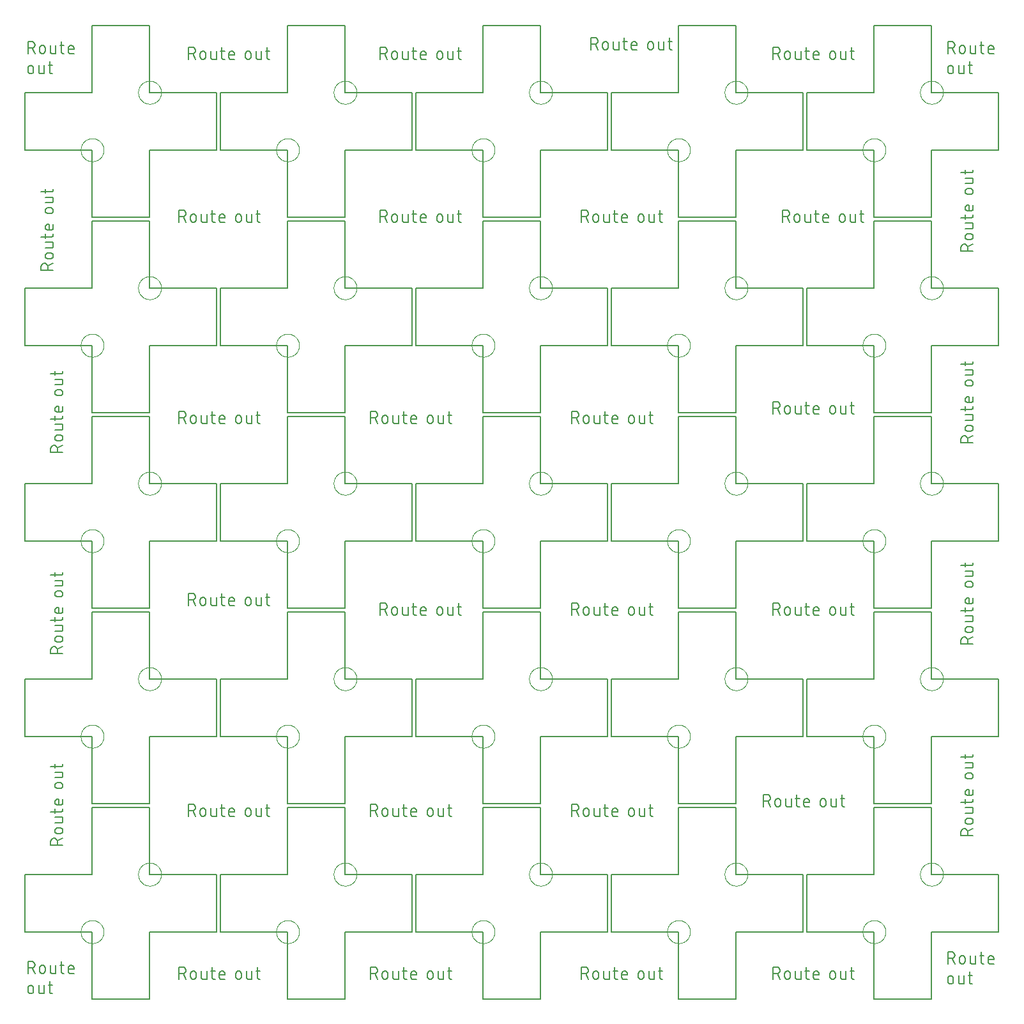
<source format=gko>
G04 EAGLE Gerber RS-274X export*
G75*
%MOMM*%
%FSLAX34Y34*%
%LPD*%
%IN*%
%IPPOS*%
%AMOC8*
5,1,8,0,0,1.08239X$1,22.5*%
G01*
%ADD10C,0.203200*%
%ADD11C,0.152400*%
%ADD12C,0.000000*%


D10*
X88900Y0D02*
X165100Y0D01*
X254000Y88900D02*
X254000Y165100D01*
X165100Y254000D02*
X88900Y254000D01*
X0Y165100D02*
X0Y88900D01*
X88900Y88900D02*
X88900Y0D01*
X88900Y88900D02*
X0Y88900D01*
X165100Y88900D02*
X165100Y0D01*
X165100Y88900D02*
X254000Y88900D01*
X165100Y165100D02*
X165100Y254000D01*
X165100Y165100D02*
X254000Y165100D01*
X88900Y165100D02*
X88900Y254000D01*
X88900Y165100D02*
X0Y165100D01*
X347980Y0D02*
X424180Y0D01*
X513080Y88900D02*
X513080Y165100D01*
X424180Y254000D02*
X347980Y254000D01*
X259080Y165100D02*
X259080Y88900D01*
X347980Y88900D02*
X347980Y0D01*
X347980Y88900D02*
X259080Y88900D01*
X424180Y88900D02*
X424180Y0D01*
X424180Y88900D02*
X513080Y88900D01*
X424180Y165100D02*
X424180Y254000D01*
X424180Y165100D02*
X513080Y165100D01*
X347980Y165100D02*
X347980Y254000D01*
X347980Y165100D02*
X259080Y165100D01*
X607060Y0D02*
X683260Y0D01*
X772160Y88900D02*
X772160Y165100D01*
X683260Y254000D02*
X607060Y254000D01*
X518160Y165100D02*
X518160Y88900D01*
X607060Y88900D02*
X607060Y0D01*
X607060Y88900D02*
X518160Y88900D01*
X683260Y88900D02*
X683260Y0D01*
X683260Y88900D02*
X772160Y88900D01*
X683260Y165100D02*
X683260Y254000D01*
X683260Y165100D02*
X772160Y165100D01*
X607060Y165100D02*
X607060Y254000D01*
X607060Y165100D02*
X518160Y165100D01*
X866140Y0D02*
X942340Y0D01*
X1031240Y88900D02*
X1031240Y165100D01*
X942340Y254000D02*
X866140Y254000D01*
X777240Y165100D02*
X777240Y88900D01*
X866140Y88900D02*
X866140Y0D01*
X866140Y88900D02*
X777240Y88900D01*
X942340Y88900D02*
X942340Y0D01*
X942340Y88900D02*
X1031240Y88900D01*
X942340Y165100D02*
X942340Y254000D01*
X942340Y165100D02*
X1031240Y165100D01*
X866140Y165100D02*
X866140Y254000D01*
X866140Y165100D02*
X777240Y165100D01*
X1125220Y0D02*
X1201420Y0D01*
X1290320Y88900D02*
X1290320Y165100D01*
X1201420Y254000D02*
X1125220Y254000D01*
X1036320Y165100D02*
X1036320Y88900D01*
X1125220Y88900D02*
X1125220Y0D01*
X1125220Y88900D02*
X1036320Y88900D01*
X1201420Y88900D02*
X1201420Y0D01*
X1201420Y88900D02*
X1290320Y88900D01*
X1201420Y165100D02*
X1201420Y254000D01*
X1201420Y165100D02*
X1290320Y165100D01*
X1125220Y165100D02*
X1125220Y254000D01*
X1125220Y165100D02*
X1036320Y165100D01*
X165100Y259080D02*
X88900Y259080D01*
X254000Y347980D02*
X254000Y424180D01*
X165100Y513080D02*
X88900Y513080D01*
X0Y424180D02*
X0Y347980D01*
X88900Y347980D02*
X88900Y259080D01*
X88900Y347980D02*
X0Y347980D01*
X165100Y347980D02*
X165100Y259080D01*
X165100Y347980D02*
X254000Y347980D01*
X165100Y424180D02*
X165100Y513080D01*
X165100Y424180D02*
X254000Y424180D01*
X88900Y424180D02*
X88900Y513080D01*
X88900Y424180D02*
X0Y424180D01*
X347980Y259080D02*
X424180Y259080D01*
X513080Y347980D02*
X513080Y424180D01*
X424180Y513080D02*
X347980Y513080D01*
X259080Y424180D02*
X259080Y347980D01*
X347980Y347980D02*
X347980Y259080D01*
X347980Y347980D02*
X259080Y347980D01*
X424180Y347980D02*
X424180Y259080D01*
X424180Y347980D02*
X513080Y347980D01*
X424180Y424180D02*
X424180Y513080D01*
X424180Y424180D02*
X513080Y424180D01*
X347980Y424180D02*
X347980Y513080D01*
X347980Y424180D02*
X259080Y424180D01*
X607060Y259080D02*
X683260Y259080D01*
X772160Y347980D02*
X772160Y424180D01*
X683260Y513080D02*
X607060Y513080D01*
X518160Y424180D02*
X518160Y347980D01*
X607060Y347980D02*
X607060Y259080D01*
X607060Y347980D02*
X518160Y347980D01*
X683260Y347980D02*
X683260Y259080D01*
X683260Y347980D02*
X772160Y347980D01*
X683260Y424180D02*
X683260Y513080D01*
X683260Y424180D02*
X772160Y424180D01*
X607060Y424180D02*
X607060Y513080D01*
X607060Y424180D02*
X518160Y424180D01*
X866140Y259080D02*
X942340Y259080D01*
X1031240Y347980D02*
X1031240Y424180D01*
X942340Y513080D02*
X866140Y513080D01*
X777240Y424180D02*
X777240Y347980D01*
X866140Y347980D02*
X866140Y259080D01*
X866140Y347980D02*
X777240Y347980D01*
X942340Y347980D02*
X942340Y259080D01*
X942340Y347980D02*
X1031240Y347980D01*
X942340Y424180D02*
X942340Y513080D01*
X942340Y424180D02*
X1031240Y424180D01*
X866140Y424180D02*
X866140Y513080D01*
X866140Y424180D02*
X777240Y424180D01*
X1125220Y259080D02*
X1201420Y259080D01*
X1290320Y347980D02*
X1290320Y424180D01*
X1201420Y513080D02*
X1125220Y513080D01*
X1036320Y424180D02*
X1036320Y347980D01*
X1125220Y347980D02*
X1125220Y259080D01*
X1125220Y347980D02*
X1036320Y347980D01*
X1201420Y347980D02*
X1201420Y259080D01*
X1201420Y347980D02*
X1290320Y347980D01*
X1201420Y424180D02*
X1201420Y513080D01*
X1201420Y424180D02*
X1290320Y424180D01*
X1125220Y424180D02*
X1125220Y513080D01*
X1125220Y424180D02*
X1036320Y424180D01*
X165100Y518160D02*
X88900Y518160D01*
X254000Y607060D02*
X254000Y683260D01*
X165100Y772160D02*
X88900Y772160D01*
X0Y683260D02*
X0Y607060D01*
X88900Y607060D02*
X88900Y518160D01*
X88900Y607060D02*
X0Y607060D01*
X165100Y607060D02*
X165100Y518160D01*
X165100Y607060D02*
X254000Y607060D01*
X165100Y683260D02*
X165100Y772160D01*
X165100Y683260D02*
X254000Y683260D01*
X88900Y683260D02*
X88900Y772160D01*
X88900Y683260D02*
X0Y683260D01*
X347980Y518160D02*
X424180Y518160D01*
X513080Y607060D02*
X513080Y683260D01*
X424180Y772160D02*
X347980Y772160D01*
X259080Y683260D02*
X259080Y607060D01*
X347980Y607060D02*
X347980Y518160D01*
X347980Y607060D02*
X259080Y607060D01*
X424180Y607060D02*
X424180Y518160D01*
X424180Y607060D02*
X513080Y607060D01*
X424180Y683260D02*
X424180Y772160D01*
X424180Y683260D02*
X513080Y683260D01*
X347980Y683260D02*
X347980Y772160D01*
X347980Y683260D02*
X259080Y683260D01*
X607060Y518160D02*
X683260Y518160D01*
X772160Y607060D02*
X772160Y683260D01*
X683260Y772160D02*
X607060Y772160D01*
X518160Y683260D02*
X518160Y607060D01*
X607060Y607060D02*
X607060Y518160D01*
X607060Y607060D02*
X518160Y607060D01*
X683260Y607060D02*
X683260Y518160D01*
X683260Y607060D02*
X772160Y607060D01*
X683260Y683260D02*
X683260Y772160D01*
X683260Y683260D02*
X772160Y683260D01*
X607060Y683260D02*
X607060Y772160D01*
X607060Y683260D02*
X518160Y683260D01*
X866140Y518160D02*
X942340Y518160D01*
X1031240Y607060D02*
X1031240Y683260D01*
X942340Y772160D02*
X866140Y772160D01*
X777240Y683260D02*
X777240Y607060D01*
X866140Y607060D02*
X866140Y518160D01*
X866140Y607060D02*
X777240Y607060D01*
X942340Y607060D02*
X942340Y518160D01*
X942340Y607060D02*
X1031240Y607060D01*
X942340Y683260D02*
X942340Y772160D01*
X942340Y683260D02*
X1031240Y683260D01*
X866140Y683260D02*
X866140Y772160D01*
X866140Y683260D02*
X777240Y683260D01*
X1125220Y518160D02*
X1201420Y518160D01*
X1290320Y607060D02*
X1290320Y683260D01*
X1201420Y772160D02*
X1125220Y772160D01*
X1036320Y683260D02*
X1036320Y607060D01*
X1125220Y607060D02*
X1125220Y518160D01*
X1125220Y607060D02*
X1036320Y607060D01*
X1201420Y607060D02*
X1201420Y518160D01*
X1201420Y607060D02*
X1290320Y607060D01*
X1201420Y683260D02*
X1201420Y772160D01*
X1201420Y683260D02*
X1290320Y683260D01*
X1125220Y683260D02*
X1125220Y772160D01*
X1125220Y683260D02*
X1036320Y683260D01*
X165100Y777240D02*
X88900Y777240D01*
X254000Y866140D02*
X254000Y942340D01*
X165100Y1031240D02*
X88900Y1031240D01*
X0Y942340D02*
X0Y866140D01*
X88900Y866140D02*
X88900Y777240D01*
X88900Y866140D02*
X0Y866140D01*
X165100Y866140D02*
X165100Y777240D01*
X165100Y866140D02*
X254000Y866140D01*
X165100Y942340D02*
X165100Y1031240D01*
X165100Y942340D02*
X254000Y942340D01*
X88900Y942340D02*
X88900Y1031240D01*
X88900Y942340D02*
X0Y942340D01*
X347980Y777240D02*
X424180Y777240D01*
X513080Y866140D02*
X513080Y942340D01*
X424180Y1031240D02*
X347980Y1031240D01*
X259080Y942340D02*
X259080Y866140D01*
X347980Y866140D02*
X347980Y777240D01*
X347980Y866140D02*
X259080Y866140D01*
X424180Y866140D02*
X424180Y777240D01*
X424180Y866140D02*
X513080Y866140D01*
X424180Y942340D02*
X424180Y1031240D01*
X424180Y942340D02*
X513080Y942340D01*
X347980Y942340D02*
X347980Y1031240D01*
X347980Y942340D02*
X259080Y942340D01*
X607060Y777240D02*
X683260Y777240D01*
X772160Y866140D02*
X772160Y942340D01*
X683260Y1031240D02*
X607060Y1031240D01*
X518160Y942340D02*
X518160Y866140D01*
X607060Y866140D02*
X607060Y777240D01*
X607060Y866140D02*
X518160Y866140D01*
X683260Y866140D02*
X683260Y777240D01*
X683260Y866140D02*
X772160Y866140D01*
X683260Y942340D02*
X683260Y1031240D01*
X683260Y942340D02*
X772160Y942340D01*
X607060Y942340D02*
X607060Y1031240D01*
X607060Y942340D02*
X518160Y942340D01*
X866140Y777240D02*
X942340Y777240D01*
X1031240Y866140D02*
X1031240Y942340D01*
X942340Y1031240D02*
X866140Y1031240D01*
X777240Y942340D02*
X777240Y866140D01*
X866140Y866140D02*
X866140Y777240D01*
X866140Y866140D02*
X777240Y866140D01*
X942340Y866140D02*
X942340Y777240D01*
X942340Y866140D02*
X1031240Y866140D01*
X942340Y942340D02*
X942340Y1031240D01*
X942340Y942340D02*
X1031240Y942340D01*
X866140Y942340D02*
X866140Y1031240D01*
X866140Y942340D02*
X777240Y942340D01*
X1125220Y777240D02*
X1201420Y777240D01*
X1290320Y866140D02*
X1290320Y942340D01*
X1201420Y1031240D02*
X1125220Y1031240D01*
X1036320Y942340D02*
X1036320Y866140D01*
X1125220Y866140D02*
X1125220Y777240D01*
X1125220Y866140D02*
X1036320Y866140D01*
X1201420Y866140D02*
X1201420Y777240D01*
X1201420Y866140D02*
X1290320Y866140D01*
X1201420Y942340D02*
X1201420Y1031240D01*
X1201420Y942340D02*
X1290320Y942340D01*
X1125220Y942340D02*
X1125220Y1031240D01*
X1125220Y942340D02*
X1036320Y942340D01*
X165100Y1036320D02*
X88900Y1036320D01*
X254000Y1125220D02*
X254000Y1201420D01*
X165100Y1290320D02*
X88900Y1290320D01*
X0Y1201420D02*
X0Y1125220D01*
X88900Y1125220D02*
X88900Y1036320D01*
X88900Y1125220D02*
X0Y1125220D01*
X165100Y1125220D02*
X165100Y1036320D01*
X165100Y1125220D02*
X254000Y1125220D01*
X165100Y1201420D02*
X165100Y1290320D01*
X165100Y1201420D02*
X254000Y1201420D01*
X88900Y1201420D02*
X88900Y1290320D01*
X88900Y1201420D02*
X0Y1201420D01*
X347980Y1036320D02*
X424180Y1036320D01*
X513080Y1125220D02*
X513080Y1201420D01*
X424180Y1290320D02*
X347980Y1290320D01*
X259080Y1201420D02*
X259080Y1125220D01*
X347980Y1125220D02*
X347980Y1036320D01*
X347980Y1125220D02*
X259080Y1125220D01*
X424180Y1125220D02*
X424180Y1036320D01*
X424180Y1125220D02*
X513080Y1125220D01*
X424180Y1201420D02*
X424180Y1290320D01*
X424180Y1201420D02*
X513080Y1201420D01*
X347980Y1201420D02*
X347980Y1290320D01*
X347980Y1201420D02*
X259080Y1201420D01*
X607060Y1036320D02*
X683260Y1036320D01*
X772160Y1125220D02*
X772160Y1201420D01*
X683260Y1290320D02*
X607060Y1290320D01*
X518160Y1201420D02*
X518160Y1125220D01*
X607060Y1125220D02*
X607060Y1036320D01*
X607060Y1125220D02*
X518160Y1125220D01*
X683260Y1125220D02*
X683260Y1036320D01*
X683260Y1125220D02*
X772160Y1125220D01*
X683260Y1201420D02*
X683260Y1290320D01*
X683260Y1201420D02*
X772160Y1201420D01*
X607060Y1201420D02*
X607060Y1290320D01*
X607060Y1201420D02*
X518160Y1201420D01*
X866140Y1036320D02*
X942340Y1036320D01*
X1031240Y1125220D02*
X1031240Y1201420D01*
X942340Y1290320D02*
X866140Y1290320D01*
X777240Y1201420D02*
X777240Y1125220D01*
X866140Y1125220D02*
X866140Y1036320D01*
X866140Y1125220D02*
X777240Y1125220D01*
X942340Y1125220D02*
X942340Y1036320D01*
X942340Y1125220D02*
X1031240Y1125220D01*
X942340Y1201420D02*
X942340Y1290320D01*
X942340Y1201420D02*
X1031240Y1201420D01*
X866140Y1201420D02*
X866140Y1290320D01*
X866140Y1201420D02*
X777240Y1201420D01*
X1125220Y1036320D02*
X1201420Y1036320D01*
X1290320Y1125220D02*
X1290320Y1201420D01*
X1201420Y1290320D02*
X1125220Y1290320D01*
X1036320Y1201420D02*
X1036320Y1125220D01*
X1125220Y1125220D02*
X1125220Y1036320D01*
X1125220Y1125220D02*
X1036320Y1125220D01*
X1201420Y1125220D02*
X1201420Y1036320D01*
X1201420Y1125220D02*
X1290320Y1125220D01*
X1201420Y1201420D02*
X1201420Y1290320D01*
X1201420Y1201420D02*
X1290320Y1201420D01*
X1125220Y1201420D02*
X1125220Y1290320D01*
X1125220Y1201420D02*
X1036320Y1201420D01*
D11*
X203962Y1045718D02*
X203962Y1029462D01*
X203962Y1045718D02*
X208478Y1045718D01*
X208611Y1045716D01*
X208743Y1045710D01*
X208875Y1045700D01*
X209007Y1045687D01*
X209139Y1045669D01*
X209269Y1045648D01*
X209400Y1045623D01*
X209529Y1045594D01*
X209657Y1045561D01*
X209785Y1045525D01*
X209911Y1045485D01*
X210036Y1045441D01*
X210160Y1045393D01*
X210282Y1045342D01*
X210403Y1045287D01*
X210522Y1045229D01*
X210640Y1045167D01*
X210755Y1045102D01*
X210869Y1045033D01*
X210980Y1044962D01*
X211089Y1044886D01*
X211196Y1044808D01*
X211301Y1044727D01*
X211403Y1044642D01*
X211503Y1044555D01*
X211600Y1044465D01*
X211695Y1044372D01*
X211786Y1044276D01*
X211875Y1044178D01*
X211961Y1044077D01*
X212044Y1043973D01*
X212124Y1043867D01*
X212200Y1043759D01*
X212274Y1043649D01*
X212344Y1043536D01*
X212411Y1043422D01*
X212474Y1043305D01*
X212534Y1043187D01*
X212591Y1043067D01*
X212644Y1042945D01*
X212693Y1042822D01*
X212739Y1042698D01*
X212781Y1042572D01*
X212819Y1042445D01*
X212854Y1042317D01*
X212885Y1042188D01*
X212912Y1042059D01*
X212935Y1041928D01*
X212955Y1041797D01*
X212970Y1041665D01*
X212982Y1041533D01*
X212990Y1041401D01*
X212994Y1041268D01*
X212994Y1041136D01*
X212990Y1041003D01*
X212982Y1040871D01*
X212970Y1040739D01*
X212955Y1040607D01*
X212935Y1040476D01*
X212912Y1040345D01*
X212885Y1040216D01*
X212854Y1040087D01*
X212819Y1039959D01*
X212781Y1039832D01*
X212739Y1039706D01*
X212693Y1039582D01*
X212644Y1039459D01*
X212591Y1039337D01*
X212534Y1039217D01*
X212474Y1039099D01*
X212411Y1038982D01*
X212344Y1038868D01*
X212274Y1038755D01*
X212200Y1038645D01*
X212124Y1038537D01*
X212044Y1038431D01*
X211961Y1038327D01*
X211875Y1038226D01*
X211786Y1038128D01*
X211695Y1038032D01*
X211600Y1037939D01*
X211503Y1037849D01*
X211403Y1037762D01*
X211301Y1037677D01*
X211196Y1037596D01*
X211089Y1037518D01*
X210980Y1037442D01*
X210869Y1037371D01*
X210755Y1037302D01*
X210640Y1037237D01*
X210522Y1037175D01*
X210403Y1037117D01*
X210282Y1037062D01*
X210160Y1037011D01*
X210036Y1036963D01*
X209911Y1036919D01*
X209785Y1036879D01*
X209657Y1036843D01*
X209529Y1036810D01*
X209400Y1036781D01*
X209269Y1036756D01*
X209139Y1036735D01*
X209007Y1036717D01*
X208875Y1036704D01*
X208743Y1036694D01*
X208611Y1036688D01*
X208478Y1036686D01*
X208478Y1036687D02*
X203962Y1036687D01*
X209381Y1036687D02*
X212993Y1029462D01*
X219363Y1033074D02*
X219363Y1036687D01*
X219365Y1036806D01*
X219371Y1036926D01*
X219381Y1037045D01*
X219395Y1037163D01*
X219412Y1037282D01*
X219434Y1037399D01*
X219459Y1037516D01*
X219489Y1037631D01*
X219522Y1037746D01*
X219559Y1037860D01*
X219599Y1037972D01*
X219644Y1038083D01*
X219692Y1038192D01*
X219743Y1038300D01*
X219798Y1038406D01*
X219857Y1038510D01*
X219919Y1038612D01*
X219984Y1038712D01*
X220053Y1038810D01*
X220125Y1038906D01*
X220200Y1038999D01*
X220277Y1039089D01*
X220358Y1039177D01*
X220442Y1039262D01*
X220529Y1039344D01*
X220618Y1039424D01*
X220710Y1039500D01*
X220804Y1039574D01*
X220901Y1039644D01*
X220999Y1039711D01*
X221100Y1039775D01*
X221204Y1039835D01*
X221309Y1039892D01*
X221416Y1039945D01*
X221524Y1039995D01*
X221634Y1040041D01*
X221746Y1040083D01*
X221859Y1040122D01*
X221973Y1040157D01*
X222088Y1040188D01*
X222205Y1040216D01*
X222322Y1040239D01*
X222439Y1040259D01*
X222558Y1040275D01*
X222677Y1040287D01*
X222796Y1040295D01*
X222915Y1040299D01*
X223035Y1040299D01*
X223154Y1040295D01*
X223273Y1040287D01*
X223392Y1040275D01*
X223511Y1040259D01*
X223628Y1040239D01*
X223745Y1040216D01*
X223862Y1040188D01*
X223977Y1040157D01*
X224091Y1040122D01*
X224204Y1040083D01*
X224316Y1040041D01*
X224426Y1039995D01*
X224534Y1039945D01*
X224641Y1039892D01*
X224746Y1039835D01*
X224850Y1039775D01*
X224951Y1039711D01*
X225049Y1039644D01*
X225146Y1039574D01*
X225240Y1039500D01*
X225332Y1039424D01*
X225421Y1039344D01*
X225508Y1039262D01*
X225592Y1039177D01*
X225673Y1039089D01*
X225750Y1038999D01*
X225825Y1038906D01*
X225897Y1038810D01*
X225966Y1038712D01*
X226031Y1038612D01*
X226093Y1038510D01*
X226152Y1038406D01*
X226207Y1038300D01*
X226258Y1038192D01*
X226306Y1038083D01*
X226351Y1037972D01*
X226391Y1037860D01*
X226428Y1037746D01*
X226461Y1037631D01*
X226491Y1037516D01*
X226516Y1037399D01*
X226538Y1037282D01*
X226555Y1037163D01*
X226569Y1037045D01*
X226579Y1036926D01*
X226585Y1036806D01*
X226587Y1036687D01*
X226588Y1036687D02*
X226588Y1033074D01*
X226587Y1033074D02*
X226585Y1032955D01*
X226579Y1032835D01*
X226569Y1032716D01*
X226555Y1032598D01*
X226538Y1032479D01*
X226516Y1032362D01*
X226491Y1032245D01*
X226461Y1032130D01*
X226428Y1032015D01*
X226391Y1031901D01*
X226351Y1031789D01*
X226306Y1031678D01*
X226258Y1031569D01*
X226207Y1031461D01*
X226152Y1031355D01*
X226093Y1031251D01*
X226031Y1031149D01*
X225966Y1031049D01*
X225897Y1030951D01*
X225825Y1030855D01*
X225750Y1030762D01*
X225673Y1030672D01*
X225592Y1030584D01*
X225508Y1030499D01*
X225421Y1030417D01*
X225332Y1030337D01*
X225240Y1030261D01*
X225146Y1030187D01*
X225049Y1030117D01*
X224951Y1030050D01*
X224850Y1029986D01*
X224746Y1029926D01*
X224641Y1029869D01*
X224534Y1029816D01*
X224426Y1029766D01*
X224316Y1029720D01*
X224204Y1029678D01*
X224091Y1029639D01*
X223977Y1029604D01*
X223862Y1029573D01*
X223745Y1029545D01*
X223628Y1029522D01*
X223511Y1029502D01*
X223392Y1029486D01*
X223273Y1029474D01*
X223154Y1029466D01*
X223035Y1029462D01*
X222915Y1029462D01*
X222796Y1029466D01*
X222677Y1029474D01*
X222558Y1029486D01*
X222439Y1029502D01*
X222322Y1029522D01*
X222205Y1029545D01*
X222088Y1029573D01*
X221973Y1029604D01*
X221859Y1029639D01*
X221746Y1029678D01*
X221634Y1029720D01*
X221524Y1029766D01*
X221416Y1029816D01*
X221309Y1029869D01*
X221204Y1029926D01*
X221100Y1029986D01*
X220999Y1030050D01*
X220901Y1030117D01*
X220804Y1030187D01*
X220710Y1030261D01*
X220618Y1030337D01*
X220529Y1030417D01*
X220442Y1030499D01*
X220358Y1030584D01*
X220277Y1030672D01*
X220200Y1030762D01*
X220125Y1030855D01*
X220053Y1030951D01*
X219984Y1031049D01*
X219919Y1031149D01*
X219857Y1031251D01*
X219798Y1031355D01*
X219743Y1031461D01*
X219692Y1031569D01*
X219644Y1031678D01*
X219599Y1031789D01*
X219559Y1031901D01*
X219522Y1032015D01*
X219489Y1032130D01*
X219459Y1032245D01*
X219434Y1032362D01*
X219412Y1032479D01*
X219395Y1032598D01*
X219381Y1032716D01*
X219371Y1032835D01*
X219365Y1032955D01*
X219363Y1033074D01*
X233431Y1032171D02*
X233431Y1040299D01*
X233431Y1032171D02*
X233433Y1032070D01*
X233439Y1031969D01*
X233448Y1031868D01*
X233461Y1031767D01*
X233478Y1031667D01*
X233499Y1031568D01*
X233523Y1031470D01*
X233551Y1031373D01*
X233583Y1031276D01*
X233618Y1031181D01*
X233657Y1031088D01*
X233699Y1030996D01*
X233745Y1030905D01*
X233794Y1030817D01*
X233846Y1030730D01*
X233902Y1030645D01*
X233960Y1030562D01*
X234022Y1030482D01*
X234087Y1030404D01*
X234154Y1030328D01*
X234224Y1030255D01*
X234297Y1030185D01*
X234373Y1030118D01*
X234451Y1030053D01*
X234531Y1029991D01*
X234614Y1029933D01*
X234699Y1029877D01*
X234786Y1029825D01*
X234874Y1029776D01*
X234965Y1029730D01*
X235057Y1029688D01*
X235150Y1029649D01*
X235245Y1029614D01*
X235342Y1029582D01*
X235439Y1029554D01*
X235537Y1029530D01*
X235636Y1029509D01*
X235736Y1029492D01*
X235837Y1029479D01*
X235938Y1029470D01*
X236039Y1029464D01*
X236140Y1029462D01*
X240656Y1029462D01*
X240656Y1040299D01*
X246202Y1040299D02*
X251620Y1040299D01*
X248008Y1045718D02*
X248008Y1032171D01*
X248010Y1032070D01*
X248016Y1031969D01*
X248025Y1031868D01*
X248038Y1031767D01*
X248055Y1031667D01*
X248076Y1031568D01*
X248100Y1031470D01*
X248128Y1031373D01*
X248160Y1031276D01*
X248195Y1031181D01*
X248234Y1031088D01*
X248276Y1030996D01*
X248322Y1030905D01*
X248371Y1030817D01*
X248423Y1030730D01*
X248479Y1030645D01*
X248537Y1030562D01*
X248599Y1030482D01*
X248664Y1030404D01*
X248731Y1030328D01*
X248801Y1030255D01*
X248874Y1030185D01*
X248950Y1030118D01*
X249028Y1030053D01*
X249108Y1029991D01*
X249191Y1029933D01*
X249276Y1029877D01*
X249363Y1029825D01*
X249451Y1029776D01*
X249542Y1029730D01*
X249634Y1029688D01*
X249727Y1029649D01*
X249822Y1029614D01*
X249919Y1029582D01*
X250016Y1029554D01*
X250114Y1029530D01*
X250213Y1029509D01*
X250313Y1029492D01*
X250414Y1029479D01*
X250515Y1029470D01*
X250616Y1029464D01*
X250717Y1029462D01*
X251620Y1029462D01*
X260108Y1029462D02*
X264624Y1029462D01*
X260108Y1029462D02*
X260007Y1029464D01*
X259906Y1029470D01*
X259805Y1029479D01*
X259704Y1029492D01*
X259604Y1029509D01*
X259505Y1029530D01*
X259407Y1029554D01*
X259310Y1029582D01*
X259213Y1029614D01*
X259118Y1029649D01*
X259025Y1029688D01*
X258933Y1029730D01*
X258842Y1029776D01*
X258754Y1029825D01*
X258667Y1029877D01*
X258582Y1029933D01*
X258499Y1029991D01*
X258419Y1030053D01*
X258341Y1030118D01*
X258265Y1030185D01*
X258192Y1030255D01*
X258122Y1030328D01*
X258055Y1030404D01*
X257990Y1030482D01*
X257928Y1030562D01*
X257870Y1030645D01*
X257814Y1030730D01*
X257762Y1030817D01*
X257713Y1030905D01*
X257667Y1030996D01*
X257625Y1031088D01*
X257586Y1031181D01*
X257551Y1031276D01*
X257519Y1031373D01*
X257491Y1031470D01*
X257467Y1031568D01*
X257446Y1031667D01*
X257429Y1031767D01*
X257416Y1031868D01*
X257407Y1031969D01*
X257401Y1032070D01*
X257399Y1032171D01*
X257399Y1036687D01*
X257401Y1036806D01*
X257407Y1036926D01*
X257417Y1037045D01*
X257431Y1037163D01*
X257448Y1037282D01*
X257470Y1037399D01*
X257495Y1037516D01*
X257525Y1037631D01*
X257558Y1037746D01*
X257595Y1037860D01*
X257635Y1037972D01*
X257680Y1038083D01*
X257728Y1038192D01*
X257779Y1038300D01*
X257834Y1038406D01*
X257893Y1038510D01*
X257955Y1038612D01*
X258020Y1038712D01*
X258089Y1038810D01*
X258161Y1038906D01*
X258236Y1038999D01*
X258313Y1039089D01*
X258394Y1039177D01*
X258478Y1039262D01*
X258565Y1039344D01*
X258654Y1039424D01*
X258746Y1039500D01*
X258840Y1039574D01*
X258937Y1039644D01*
X259035Y1039711D01*
X259136Y1039775D01*
X259240Y1039835D01*
X259345Y1039892D01*
X259452Y1039945D01*
X259560Y1039995D01*
X259670Y1040041D01*
X259782Y1040083D01*
X259895Y1040122D01*
X260009Y1040157D01*
X260124Y1040188D01*
X260241Y1040216D01*
X260358Y1040239D01*
X260475Y1040259D01*
X260594Y1040275D01*
X260713Y1040287D01*
X260832Y1040295D01*
X260951Y1040299D01*
X261071Y1040299D01*
X261190Y1040295D01*
X261309Y1040287D01*
X261428Y1040275D01*
X261547Y1040259D01*
X261664Y1040239D01*
X261781Y1040216D01*
X261898Y1040188D01*
X262013Y1040157D01*
X262127Y1040122D01*
X262240Y1040083D01*
X262352Y1040041D01*
X262462Y1039995D01*
X262570Y1039945D01*
X262677Y1039892D01*
X262782Y1039835D01*
X262886Y1039775D01*
X262987Y1039711D01*
X263085Y1039644D01*
X263182Y1039574D01*
X263276Y1039500D01*
X263368Y1039424D01*
X263457Y1039344D01*
X263544Y1039262D01*
X263628Y1039177D01*
X263709Y1039089D01*
X263786Y1038999D01*
X263861Y1038906D01*
X263933Y1038810D01*
X264002Y1038712D01*
X264067Y1038612D01*
X264129Y1038510D01*
X264188Y1038406D01*
X264243Y1038300D01*
X264294Y1038192D01*
X264342Y1038083D01*
X264387Y1037972D01*
X264427Y1037860D01*
X264464Y1037746D01*
X264497Y1037631D01*
X264527Y1037516D01*
X264552Y1037399D01*
X264574Y1037282D01*
X264591Y1037163D01*
X264605Y1037045D01*
X264615Y1036926D01*
X264621Y1036806D01*
X264623Y1036687D01*
X264624Y1036687D02*
X264624Y1034881D01*
X257399Y1034881D01*
X279282Y1033074D02*
X279282Y1036687D01*
X279283Y1036687D02*
X279285Y1036806D01*
X279291Y1036926D01*
X279301Y1037045D01*
X279315Y1037163D01*
X279332Y1037282D01*
X279354Y1037399D01*
X279379Y1037516D01*
X279409Y1037631D01*
X279442Y1037746D01*
X279479Y1037860D01*
X279519Y1037972D01*
X279564Y1038083D01*
X279612Y1038192D01*
X279663Y1038300D01*
X279718Y1038406D01*
X279777Y1038510D01*
X279839Y1038612D01*
X279904Y1038712D01*
X279973Y1038810D01*
X280045Y1038906D01*
X280120Y1038999D01*
X280197Y1039089D01*
X280278Y1039177D01*
X280362Y1039262D01*
X280449Y1039344D01*
X280538Y1039424D01*
X280630Y1039500D01*
X280724Y1039574D01*
X280821Y1039644D01*
X280919Y1039711D01*
X281020Y1039775D01*
X281124Y1039835D01*
X281229Y1039892D01*
X281336Y1039945D01*
X281444Y1039995D01*
X281554Y1040041D01*
X281666Y1040083D01*
X281779Y1040122D01*
X281893Y1040157D01*
X282008Y1040188D01*
X282125Y1040216D01*
X282242Y1040239D01*
X282359Y1040259D01*
X282478Y1040275D01*
X282597Y1040287D01*
X282716Y1040295D01*
X282835Y1040299D01*
X282955Y1040299D01*
X283074Y1040295D01*
X283193Y1040287D01*
X283312Y1040275D01*
X283431Y1040259D01*
X283548Y1040239D01*
X283665Y1040216D01*
X283782Y1040188D01*
X283897Y1040157D01*
X284011Y1040122D01*
X284124Y1040083D01*
X284236Y1040041D01*
X284346Y1039995D01*
X284454Y1039945D01*
X284561Y1039892D01*
X284666Y1039835D01*
X284770Y1039775D01*
X284871Y1039711D01*
X284969Y1039644D01*
X285066Y1039574D01*
X285160Y1039500D01*
X285252Y1039424D01*
X285341Y1039344D01*
X285428Y1039262D01*
X285512Y1039177D01*
X285593Y1039089D01*
X285670Y1038999D01*
X285745Y1038906D01*
X285817Y1038810D01*
X285886Y1038712D01*
X285951Y1038612D01*
X286013Y1038510D01*
X286072Y1038406D01*
X286127Y1038300D01*
X286178Y1038192D01*
X286226Y1038083D01*
X286271Y1037972D01*
X286311Y1037860D01*
X286348Y1037746D01*
X286381Y1037631D01*
X286411Y1037516D01*
X286436Y1037399D01*
X286458Y1037282D01*
X286475Y1037163D01*
X286489Y1037045D01*
X286499Y1036926D01*
X286505Y1036806D01*
X286507Y1036687D01*
X286507Y1033074D01*
X286505Y1032955D01*
X286499Y1032835D01*
X286489Y1032716D01*
X286475Y1032598D01*
X286458Y1032479D01*
X286436Y1032362D01*
X286411Y1032245D01*
X286381Y1032130D01*
X286348Y1032015D01*
X286311Y1031901D01*
X286271Y1031789D01*
X286226Y1031678D01*
X286178Y1031569D01*
X286127Y1031461D01*
X286072Y1031355D01*
X286013Y1031251D01*
X285951Y1031149D01*
X285886Y1031049D01*
X285817Y1030951D01*
X285745Y1030855D01*
X285670Y1030762D01*
X285593Y1030672D01*
X285512Y1030584D01*
X285428Y1030499D01*
X285341Y1030417D01*
X285252Y1030337D01*
X285160Y1030261D01*
X285066Y1030187D01*
X284969Y1030117D01*
X284871Y1030050D01*
X284770Y1029986D01*
X284666Y1029926D01*
X284561Y1029869D01*
X284454Y1029816D01*
X284346Y1029766D01*
X284236Y1029720D01*
X284124Y1029678D01*
X284011Y1029639D01*
X283897Y1029604D01*
X283782Y1029573D01*
X283665Y1029545D01*
X283548Y1029522D01*
X283431Y1029502D01*
X283312Y1029486D01*
X283193Y1029474D01*
X283074Y1029466D01*
X282955Y1029462D01*
X282835Y1029462D01*
X282716Y1029466D01*
X282597Y1029474D01*
X282478Y1029486D01*
X282359Y1029502D01*
X282242Y1029522D01*
X282125Y1029545D01*
X282008Y1029573D01*
X281893Y1029604D01*
X281779Y1029639D01*
X281666Y1029678D01*
X281554Y1029720D01*
X281444Y1029766D01*
X281336Y1029816D01*
X281229Y1029869D01*
X281124Y1029926D01*
X281020Y1029986D01*
X280919Y1030050D01*
X280821Y1030117D01*
X280724Y1030187D01*
X280630Y1030261D01*
X280538Y1030337D01*
X280449Y1030417D01*
X280362Y1030499D01*
X280278Y1030584D01*
X280197Y1030672D01*
X280120Y1030762D01*
X280045Y1030855D01*
X279973Y1030951D01*
X279904Y1031049D01*
X279839Y1031149D01*
X279777Y1031251D01*
X279718Y1031355D01*
X279663Y1031461D01*
X279612Y1031569D01*
X279564Y1031678D01*
X279519Y1031789D01*
X279479Y1031901D01*
X279442Y1032015D01*
X279409Y1032130D01*
X279379Y1032245D01*
X279354Y1032362D01*
X279332Y1032479D01*
X279315Y1032598D01*
X279301Y1032716D01*
X279291Y1032835D01*
X279285Y1032955D01*
X279283Y1033074D01*
X293350Y1032171D02*
X293350Y1040299D01*
X293351Y1032171D02*
X293353Y1032070D01*
X293359Y1031969D01*
X293368Y1031868D01*
X293381Y1031767D01*
X293398Y1031667D01*
X293419Y1031568D01*
X293443Y1031470D01*
X293471Y1031373D01*
X293503Y1031276D01*
X293538Y1031181D01*
X293577Y1031088D01*
X293619Y1030996D01*
X293665Y1030905D01*
X293714Y1030817D01*
X293766Y1030730D01*
X293822Y1030645D01*
X293880Y1030562D01*
X293942Y1030482D01*
X294007Y1030404D01*
X294074Y1030328D01*
X294144Y1030255D01*
X294217Y1030185D01*
X294293Y1030118D01*
X294371Y1030053D01*
X294451Y1029991D01*
X294534Y1029933D01*
X294619Y1029877D01*
X294706Y1029825D01*
X294794Y1029776D01*
X294885Y1029730D01*
X294977Y1029688D01*
X295070Y1029649D01*
X295165Y1029614D01*
X295262Y1029582D01*
X295359Y1029554D01*
X295457Y1029530D01*
X295556Y1029509D01*
X295656Y1029492D01*
X295757Y1029479D01*
X295858Y1029470D01*
X295959Y1029464D01*
X296060Y1029462D01*
X300575Y1029462D01*
X300575Y1040299D01*
X306121Y1040299D02*
X311540Y1040299D01*
X307927Y1045718D02*
X307927Y1032171D01*
X307928Y1032171D02*
X307930Y1032070D01*
X307936Y1031969D01*
X307945Y1031868D01*
X307958Y1031767D01*
X307975Y1031667D01*
X307996Y1031568D01*
X308020Y1031470D01*
X308048Y1031373D01*
X308080Y1031276D01*
X308115Y1031181D01*
X308154Y1031088D01*
X308196Y1030996D01*
X308242Y1030905D01*
X308291Y1030817D01*
X308343Y1030730D01*
X308399Y1030645D01*
X308457Y1030562D01*
X308519Y1030482D01*
X308584Y1030404D01*
X308651Y1030328D01*
X308721Y1030255D01*
X308794Y1030185D01*
X308870Y1030118D01*
X308948Y1030053D01*
X309028Y1029991D01*
X309111Y1029933D01*
X309196Y1029877D01*
X309283Y1029825D01*
X309371Y1029776D01*
X309462Y1029730D01*
X309554Y1029688D01*
X309647Y1029649D01*
X309742Y1029614D01*
X309839Y1029582D01*
X309936Y1029554D01*
X310034Y1029530D01*
X310133Y1029509D01*
X310233Y1029492D01*
X310334Y1029479D01*
X310435Y1029470D01*
X310536Y1029464D01*
X310637Y1029462D01*
X311540Y1029462D01*
X470662Y1029462D02*
X470662Y1045718D01*
X475178Y1045718D01*
X475311Y1045716D01*
X475443Y1045710D01*
X475575Y1045700D01*
X475707Y1045687D01*
X475839Y1045669D01*
X475969Y1045648D01*
X476100Y1045623D01*
X476229Y1045594D01*
X476357Y1045561D01*
X476485Y1045525D01*
X476611Y1045485D01*
X476736Y1045441D01*
X476860Y1045393D01*
X476982Y1045342D01*
X477103Y1045287D01*
X477222Y1045229D01*
X477340Y1045167D01*
X477455Y1045102D01*
X477569Y1045033D01*
X477680Y1044962D01*
X477789Y1044886D01*
X477896Y1044808D01*
X478001Y1044727D01*
X478103Y1044642D01*
X478203Y1044555D01*
X478300Y1044465D01*
X478395Y1044372D01*
X478486Y1044276D01*
X478575Y1044178D01*
X478661Y1044077D01*
X478744Y1043973D01*
X478824Y1043867D01*
X478900Y1043759D01*
X478974Y1043649D01*
X479044Y1043536D01*
X479111Y1043422D01*
X479174Y1043305D01*
X479234Y1043187D01*
X479291Y1043067D01*
X479344Y1042945D01*
X479393Y1042822D01*
X479439Y1042698D01*
X479481Y1042572D01*
X479519Y1042445D01*
X479554Y1042317D01*
X479585Y1042188D01*
X479612Y1042059D01*
X479635Y1041928D01*
X479655Y1041797D01*
X479670Y1041665D01*
X479682Y1041533D01*
X479690Y1041401D01*
X479694Y1041268D01*
X479694Y1041136D01*
X479690Y1041003D01*
X479682Y1040871D01*
X479670Y1040739D01*
X479655Y1040607D01*
X479635Y1040476D01*
X479612Y1040345D01*
X479585Y1040216D01*
X479554Y1040087D01*
X479519Y1039959D01*
X479481Y1039832D01*
X479439Y1039706D01*
X479393Y1039582D01*
X479344Y1039459D01*
X479291Y1039337D01*
X479234Y1039217D01*
X479174Y1039099D01*
X479111Y1038982D01*
X479044Y1038868D01*
X478974Y1038755D01*
X478900Y1038645D01*
X478824Y1038537D01*
X478744Y1038431D01*
X478661Y1038327D01*
X478575Y1038226D01*
X478486Y1038128D01*
X478395Y1038032D01*
X478300Y1037939D01*
X478203Y1037849D01*
X478103Y1037762D01*
X478001Y1037677D01*
X477896Y1037596D01*
X477789Y1037518D01*
X477680Y1037442D01*
X477569Y1037371D01*
X477455Y1037302D01*
X477340Y1037237D01*
X477222Y1037175D01*
X477103Y1037117D01*
X476982Y1037062D01*
X476860Y1037011D01*
X476736Y1036963D01*
X476611Y1036919D01*
X476485Y1036879D01*
X476357Y1036843D01*
X476229Y1036810D01*
X476100Y1036781D01*
X475969Y1036756D01*
X475839Y1036735D01*
X475707Y1036717D01*
X475575Y1036704D01*
X475443Y1036694D01*
X475311Y1036688D01*
X475178Y1036686D01*
X475178Y1036687D02*
X470662Y1036687D01*
X476081Y1036687D02*
X479693Y1029462D01*
X486063Y1033074D02*
X486063Y1036687D01*
X486065Y1036806D01*
X486071Y1036926D01*
X486081Y1037045D01*
X486095Y1037163D01*
X486112Y1037282D01*
X486134Y1037399D01*
X486159Y1037516D01*
X486189Y1037631D01*
X486222Y1037746D01*
X486259Y1037860D01*
X486299Y1037972D01*
X486344Y1038083D01*
X486392Y1038192D01*
X486443Y1038300D01*
X486498Y1038406D01*
X486557Y1038510D01*
X486619Y1038612D01*
X486684Y1038712D01*
X486753Y1038810D01*
X486825Y1038906D01*
X486900Y1038999D01*
X486977Y1039089D01*
X487058Y1039177D01*
X487142Y1039262D01*
X487229Y1039344D01*
X487318Y1039424D01*
X487410Y1039500D01*
X487504Y1039574D01*
X487601Y1039644D01*
X487699Y1039711D01*
X487800Y1039775D01*
X487904Y1039835D01*
X488009Y1039892D01*
X488116Y1039945D01*
X488224Y1039995D01*
X488334Y1040041D01*
X488446Y1040083D01*
X488559Y1040122D01*
X488673Y1040157D01*
X488788Y1040188D01*
X488905Y1040216D01*
X489022Y1040239D01*
X489139Y1040259D01*
X489258Y1040275D01*
X489377Y1040287D01*
X489496Y1040295D01*
X489615Y1040299D01*
X489735Y1040299D01*
X489854Y1040295D01*
X489973Y1040287D01*
X490092Y1040275D01*
X490211Y1040259D01*
X490328Y1040239D01*
X490445Y1040216D01*
X490562Y1040188D01*
X490677Y1040157D01*
X490791Y1040122D01*
X490904Y1040083D01*
X491016Y1040041D01*
X491126Y1039995D01*
X491234Y1039945D01*
X491341Y1039892D01*
X491446Y1039835D01*
X491550Y1039775D01*
X491651Y1039711D01*
X491749Y1039644D01*
X491846Y1039574D01*
X491940Y1039500D01*
X492032Y1039424D01*
X492121Y1039344D01*
X492208Y1039262D01*
X492292Y1039177D01*
X492373Y1039089D01*
X492450Y1038999D01*
X492525Y1038906D01*
X492597Y1038810D01*
X492666Y1038712D01*
X492731Y1038612D01*
X492793Y1038510D01*
X492852Y1038406D01*
X492907Y1038300D01*
X492958Y1038192D01*
X493006Y1038083D01*
X493051Y1037972D01*
X493091Y1037860D01*
X493128Y1037746D01*
X493161Y1037631D01*
X493191Y1037516D01*
X493216Y1037399D01*
X493238Y1037282D01*
X493255Y1037163D01*
X493269Y1037045D01*
X493279Y1036926D01*
X493285Y1036806D01*
X493287Y1036687D01*
X493288Y1036687D02*
X493288Y1033074D01*
X493287Y1033074D02*
X493285Y1032955D01*
X493279Y1032835D01*
X493269Y1032716D01*
X493255Y1032598D01*
X493238Y1032479D01*
X493216Y1032362D01*
X493191Y1032245D01*
X493161Y1032130D01*
X493128Y1032015D01*
X493091Y1031901D01*
X493051Y1031789D01*
X493006Y1031678D01*
X492958Y1031569D01*
X492907Y1031461D01*
X492852Y1031355D01*
X492793Y1031251D01*
X492731Y1031149D01*
X492666Y1031049D01*
X492597Y1030951D01*
X492525Y1030855D01*
X492450Y1030762D01*
X492373Y1030672D01*
X492292Y1030584D01*
X492208Y1030499D01*
X492121Y1030417D01*
X492032Y1030337D01*
X491940Y1030261D01*
X491846Y1030187D01*
X491749Y1030117D01*
X491651Y1030050D01*
X491550Y1029986D01*
X491446Y1029926D01*
X491341Y1029869D01*
X491234Y1029816D01*
X491126Y1029766D01*
X491016Y1029720D01*
X490904Y1029678D01*
X490791Y1029639D01*
X490677Y1029604D01*
X490562Y1029573D01*
X490445Y1029545D01*
X490328Y1029522D01*
X490211Y1029502D01*
X490092Y1029486D01*
X489973Y1029474D01*
X489854Y1029466D01*
X489735Y1029462D01*
X489615Y1029462D01*
X489496Y1029466D01*
X489377Y1029474D01*
X489258Y1029486D01*
X489139Y1029502D01*
X489022Y1029522D01*
X488905Y1029545D01*
X488788Y1029573D01*
X488673Y1029604D01*
X488559Y1029639D01*
X488446Y1029678D01*
X488334Y1029720D01*
X488224Y1029766D01*
X488116Y1029816D01*
X488009Y1029869D01*
X487904Y1029926D01*
X487800Y1029986D01*
X487699Y1030050D01*
X487601Y1030117D01*
X487504Y1030187D01*
X487410Y1030261D01*
X487318Y1030337D01*
X487229Y1030417D01*
X487142Y1030499D01*
X487058Y1030584D01*
X486977Y1030672D01*
X486900Y1030762D01*
X486825Y1030855D01*
X486753Y1030951D01*
X486684Y1031049D01*
X486619Y1031149D01*
X486557Y1031251D01*
X486498Y1031355D01*
X486443Y1031461D01*
X486392Y1031569D01*
X486344Y1031678D01*
X486299Y1031789D01*
X486259Y1031901D01*
X486222Y1032015D01*
X486189Y1032130D01*
X486159Y1032245D01*
X486134Y1032362D01*
X486112Y1032479D01*
X486095Y1032598D01*
X486081Y1032716D01*
X486071Y1032835D01*
X486065Y1032955D01*
X486063Y1033074D01*
X500131Y1032171D02*
X500131Y1040299D01*
X500131Y1032171D02*
X500133Y1032070D01*
X500139Y1031969D01*
X500148Y1031868D01*
X500161Y1031767D01*
X500178Y1031667D01*
X500199Y1031568D01*
X500223Y1031470D01*
X500251Y1031373D01*
X500283Y1031276D01*
X500318Y1031181D01*
X500357Y1031088D01*
X500399Y1030996D01*
X500445Y1030905D01*
X500494Y1030817D01*
X500546Y1030730D01*
X500602Y1030645D01*
X500660Y1030562D01*
X500722Y1030482D01*
X500787Y1030404D01*
X500854Y1030328D01*
X500924Y1030255D01*
X500997Y1030185D01*
X501073Y1030118D01*
X501151Y1030053D01*
X501231Y1029991D01*
X501314Y1029933D01*
X501399Y1029877D01*
X501486Y1029825D01*
X501574Y1029776D01*
X501665Y1029730D01*
X501757Y1029688D01*
X501850Y1029649D01*
X501945Y1029614D01*
X502042Y1029582D01*
X502139Y1029554D01*
X502237Y1029530D01*
X502336Y1029509D01*
X502436Y1029492D01*
X502537Y1029479D01*
X502638Y1029470D01*
X502739Y1029464D01*
X502840Y1029462D01*
X507356Y1029462D01*
X507356Y1040299D01*
X512902Y1040299D02*
X518320Y1040299D01*
X514708Y1045718D02*
X514708Y1032171D01*
X514710Y1032070D01*
X514716Y1031969D01*
X514725Y1031868D01*
X514738Y1031767D01*
X514755Y1031667D01*
X514776Y1031568D01*
X514800Y1031470D01*
X514828Y1031373D01*
X514860Y1031276D01*
X514895Y1031181D01*
X514934Y1031088D01*
X514976Y1030996D01*
X515022Y1030905D01*
X515071Y1030817D01*
X515123Y1030730D01*
X515179Y1030645D01*
X515237Y1030562D01*
X515299Y1030482D01*
X515364Y1030404D01*
X515431Y1030328D01*
X515501Y1030255D01*
X515574Y1030185D01*
X515650Y1030118D01*
X515728Y1030053D01*
X515808Y1029991D01*
X515891Y1029933D01*
X515976Y1029877D01*
X516063Y1029825D01*
X516151Y1029776D01*
X516242Y1029730D01*
X516334Y1029688D01*
X516427Y1029649D01*
X516522Y1029614D01*
X516619Y1029582D01*
X516716Y1029554D01*
X516814Y1029530D01*
X516913Y1029509D01*
X517013Y1029492D01*
X517114Y1029479D01*
X517215Y1029470D01*
X517316Y1029464D01*
X517417Y1029462D01*
X518320Y1029462D01*
X526808Y1029462D02*
X531324Y1029462D01*
X526808Y1029462D02*
X526707Y1029464D01*
X526606Y1029470D01*
X526505Y1029479D01*
X526404Y1029492D01*
X526304Y1029509D01*
X526205Y1029530D01*
X526107Y1029554D01*
X526010Y1029582D01*
X525913Y1029614D01*
X525818Y1029649D01*
X525725Y1029688D01*
X525633Y1029730D01*
X525542Y1029776D01*
X525454Y1029825D01*
X525367Y1029877D01*
X525282Y1029933D01*
X525199Y1029991D01*
X525119Y1030053D01*
X525041Y1030118D01*
X524965Y1030185D01*
X524892Y1030255D01*
X524822Y1030328D01*
X524755Y1030404D01*
X524690Y1030482D01*
X524628Y1030562D01*
X524570Y1030645D01*
X524514Y1030730D01*
X524462Y1030817D01*
X524413Y1030905D01*
X524367Y1030996D01*
X524325Y1031088D01*
X524286Y1031181D01*
X524251Y1031276D01*
X524219Y1031373D01*
X524191Y1031470D01*
X524167Y1031568D01*
X524146Y1031667D01*
X524129Y1031767D01*
X524116Y1031868D01*
X524107Y1031969D01*
X524101Y1032070D01*
X524099Y1032171D01*
X524099Y1036687D01*
X524101Y1036806D01*
X524107Y1036926D01*
X524117Y1037045D01*
X524131Y1037163D01*
X524148Y1037282D01*
X524170Y1037399D01*
X524195Y1037516D01*
X524225Y1037631D01*
X524258Y1037746D01*
X524295Y1037860D01*
X524335Y1037972D01*
X524380Y1038083D01*
X524428Y1038192D01*
X524479Y1038300D01*
X524534Y1038406D01*
X524593Y1038510D01*
X524655Y1038612D01*
X524720Y1038712D01*
X524789Y1038810D01*
X524861Y1038906D01*
X524936Y1038999D01*
X525013Y1039089D01*
X525094Y1039177D01*
X525178Y1039262D01*
X525265Y1039344D01*
X525354Y1039424D01*
X525446Y1039500D01*
X525540Y1039574D01*
X525637Y1039644D01*
X525735Y1039711D01*
X525836Y1039775D01*
X525940Y1039835D01*
X526045Y1039892D01*
X526152Y1039945D01*
X526260Y1039995D01*
X526370Y1040041D01*
X526482Y1040083D01*
X526595Y1040122D01*
X526709Y1040157D01*
X526824Y1040188D01*
X526941Y1040216D01*
X527058Y1040239D01*
X527175Y1040259D01*
X527294Y1040275D01*
X527413Y1040287D01*
X527532Y1040295D01*
X527651Y1040299D01*
X527771Y1040299D01*
X527890Y1040295D01*
X528009Y1040287D01*
X528128Y1040275D01*
X528247Y1040259D01*
X528364Y1040239D01*
X528481Y1040216D01*
X528598Y1040188D01*
X528713Y1040157D01*
X528827Y1040122D01*
X528940Y1040083D01*
X529052Y1040041D01*
X529162Y1039995D01*
X529270Y1039945D01*
X529377Y1039892D01*
X529482Y1039835D01*
X529586Y1039775D01*
X529687Y1039711D01*
X529785Y1039644D01*
X529882Y1039574D01*
X529976Y1039500D01*
X530068Y1039424D01*
X530157Y1039344D01*
X530244Y1039262D01*
X530328Y1039177D01*
X530409Y1039089D01*
X530486Y1038999D01*
X530561Y1038906D01*
X530633Y1038810D01*
X530702Y1038712D01*
X530767Y1038612D01*
X530829Y1038510D01*
X530888Y1038406D01*
X530943Y1038300D01*
X530994Y1038192D01*
X531042Y1038083D01*
X531087Y1037972D01*
X531127Y1037860D01*
X531164Y1037746D01*
X531197Y1037631D01*
X531227Y1037516D01*
X531252Y1037399D01*
X531274Y1037282D01*
X531291Y1037163D01*
X531305Y1037045D01*
X531315Y1036926D01*
X531321Y1036806D01*
X531323Y1036687D01*
X531324Y1036687D02*
X531324Y1034881D01*
X524099Y1034881D01*
X545982Y1033074D02*
X545982Y1036687D01*
X545983Y1036687D02*
X545985Y1036806D01*
X545991Y1036926D01*
X546001Y1037045D01*
X546015Y1037163D01*
X546032Y1037282D01*
X546054Y1037399D01*
X546079Y1037516D01*
X546109Y1037631D01*
X546142Y1037746D01*
X546179Y1037860D01*
X546219Y1037972D01*
X546264Y1038083D01*
X546312Y1038192D01*
X546363Y1038300D01*
X546418Y1038406D01*
X546477Y1038510D01*
X546539Y1038612D01*
X546604Y1038712D01*
X546673Y1038810D01*
X546745Y1038906D01*
X546820Y1038999D01*
X546897Y1039089D01*
X546978Y1039177D01*
X547062Y1039262D01*
X547149Y1039344D01*
X547238Y1039424D01*
X547330Y1039500D01*
X547424Y1039574D01*
X547521Y1039644D01*
X547619Y1039711D01*
X547720Y1039775D01*
X547824Y1039835D01*
X547929Y1039892D01*
X548036Y1039945D01*
X548144Y1039995D01*
X548254Y1040041D01*
X548366Y1040083D01*
X548479Y1040122D01*
X548593Y1040157D01*
X548708Y1040188D01*
X548825Y1040216D01*
X548942Y1040239D01*
X549059Y1040259D01*
X549178Y1040275D01*
X549297Y1040287D01*
X549416Y1040295D01*
X549535Y1040299D01*
X549655Y1040299D01*
X549774Y1040295D01*
X549893Y1040287D01*
X550012Y1040275D01*
X550131Y1040259D01*
X550248Y1040239D01*
X550365Y1040216D01*
X550482Y1040188D01*
X550597Y1040157D01*
X550711Y1040122D01*
X550824Y1040083D01*
X550936Y1040041D01*
X551046Y1039995D01*
X551154Y1039945D01*
X551261Y1039892D01*
X551366Y1039835D01*
X551470Y1039775D01*
X551571Y1039711D01*
X551669Y1039644D01*
X551766Y1039574D01*
X551860Y1039500D01*
X551952Y1039424D01*
X552041Y1039344D01*
X552128Y1039262D01*
X552212Y1039177D01*
X552293Y1039089D01*
X552370Y1038999D01*
X552445Y1038906D01*
X552517Y1038810D01*
X552586Y1038712D01*
X552651Y1038612D01*
X552713Y1038510D01*
X552772Y1038406D01*
X552827Y1038300D01*
X552878Y1038192D01*
X552926Y1038083D01*
X552971Y1037972D01*
X553011Y1037860D01*
X553048Y1037746D01*
X553081Y1037631D01*
X553111Y1037516D01*
X553136Y1037399D01*
X553158Y1037282D01*
X553175Y1037163D01*
X553189Y1037045D01*
X553199Y1036926D01*
X553205Y1036806D01*
X553207Y1036687D01*
X553207Y1033074D01*
X553205Y1032955D01*
X553199Y1032835D01*
X553189Y1032716D01*
X553175Y1032598D01*
X553158Y1032479D01*
X553136Y1032362D01*
X553111Y1032245D01*
X553081Y1032130D01*
X553048Y1032015D01*
X553011Y1031901D01*
X552971Y1031789D01*
X552926Y1031678D01*
X552878Y1031569D01*
X552827Y1031461D01*
X552772Y1031355D01*
X552713Y1031251D01*
X552651Y1031149D01*
X552586Y1031049D01*
X552517Y1030951D01*
X552445Y1030855D01*
X552370Y1030762D01*
X552293Y1030672D01*
X552212Y1030584D01*
X552128Y1030499D01*
X552041Y1030417D01*
X551952Y1030337D01*
X551860Y1030261D01*
X551766Y1030187D01*
X551669Y1030117D01*
X551571Y1030050D01*
X551470Y1029986D01*
X551366Y1029926D01*
X551261Y1029869D01*
X551154Y1029816D01*
X551046Y1029766D01*
X550936Y1029720D01*
X550824Y1029678D01*
X550711Y1029639D01*
X550597Y1029604D01*
X550482Y1029573D01*
X550365Y1029545D01*
X550248Y1029522D01*
X550131Y1029502D01*
X550012Y1029486D01*
X549893Y1029474D01*
X549774Y1029466D01*
X549655Y1029462D01*
X549535Y1029462D01*
X549416Y1029466D01*
X549297Y1029474D01*
X549178Y1029486D01*
X549059Y1029502D01*
X548942Y1029522D01*
X548825Y1029545D01*
X548708Y1029573D01*
X548593Y1029604D01*
X548479Y1029639D01*
X548366Y1029678D01*
X548254Y1029720D01*
X548144Y1029766D01*
X548036Y1029816D01*
X547929Y1029869D01*
X547824Y1029926D01*
X547720Y1029986D01*
X547619Y1030050D01*
X547521Y1030117D01*
X547424Y1030187D01*
X547330Y1030261D01*
X547238Y1030337D01*
X547149Y1030417D01*
X547062Y1030499D01*
X546978Y1030584D01*
X546897Y1030672D01*
X546820Y1030762D01*
X546745Y1030855D01*
X546673Y1030951D01*
X546604Y1031049D01*
X546539Y1031149D01*
X546477Y1031251D01*
X546418Y1031355D01*
X546363Y1031461D01*
X546312Y1031569D01*
X546264Y1031678D01*
X546219Y1031789D01*
X546179Y1031901D01*
X546142Y1032015D01*
X546109Y1032130D01*
X546079Y1032245D01*
X546054Y1032362D01*
X546032Y1032479D01*
X546015Y1032598D01*
X546001Y1032716D01*
X545991Y1032835D01*
X545985Y1032955D01*
X545983Y1033074D01*
X560050Y1032171D02*
X560050Y1040299D01*
X560051Y1032171D02*
X560053Y1032070D01*
X560059Y1031969D01*
X560068Y1031868D01*
X560081Y1031767D01*
X560098Y1031667D01*
X560119Y1031568D01*
X560143Y1031470D01*
X560171Y1031373D01*
X560203Y1031276D01*
X560238Y1031181D01*
X560277Y1031088D01*
X560319Y1030996D01*
X560365Y1030905D01*
X560414Y1030817D01*
X560466Y1030730D01*
X560522Y1030645D01*
X560580Y1030562D01*
X560642Y1030482D01*
X560707Y1030404D01*
X560774Y1030328D01*
X560844Y1030255D01*
X560917Y1030185D01*
X560993Y1030118D01*
X561071Y1030053D01*
X561151Y1029991D01*
X561234Y1029933D01*
X561319Y1029877D01*
X561406Y1029825D01*
X561494Y1029776D01*
X561585Y1029730D01*
X561677Y1029688D01*
X561770Y1029649D01*
X561865Y1029614D01*
X561962Y1029582D01*
X562059Y1029554D01*
X562157Y1029530D01*
X562256Y1029509D01*
X562356Y1029492D01*
X562457Y1029479D01*
X562558Y1029470D01*
X562659Y1029464D01*
X562760Y1029462D01*
X567275Y1029462D01*
X567275Y1040299D01*
X572821Y1040299D02*
X578240Y1040299D01*
X574627Y1045718D02*
X574627Y1032171D01*
X574628Y1032171D02*
X574630Y1032070D01*
X574636Y1031969D01*
X574645Y1031868D01*
X574658Y1031767D01*
X574675Y1031667D01*
X574696Y1031568D01*
X574720Y1031470D01*
X574748Y1031373D01*
X574780Y1031276D01*
X574815Y1031181D01*
X574854Y1031088D01*
X574896Y1030996D01*
X574942Y1030905D01*
X574991Y1030817D01*
X575043Y1030730D01*
X575099Y1030645D01*
X575157Y1030562D01*
X575219Y1030482D01*
X575284Y1030404D01*
X575351Y1030328D01*
X575421Y1030255D01*
X575494Y1030185D01*
X575570Y1030118D01*
X575648Y1030053D01*
X575728Y1029991D01*
X575811Y1029933D01*
X575896Y1029877D01*
X575983Y1029825D01*
X576071Y1029776D01*
X576162Y1029730D01*
X576254Y1029688D01*
X576347Y1029649D01*
X576442Y1029614D01*
X576539Y1029582D01*
X576636Y1029554D01*
X576734Y1029530D01*
X576833Y1029509D01*
X576933Y1029492D01*
X577034Y1029479D01*
X577135Y1029470D01*
X577236Y1029464D01*
X577337Y1029462D01*
X578240Y1029462D01*
X737362Y1029462D02*
X737362Y1045718D01*
X741878Y1045718D01*
X742011Y1045716D01*
X742143Y1045710D01*
X742275Y1045700D01*
X742407Y1045687D01*
X742539Y1045669D01*
X742669Y1045648D01*
X742800Y1045623D01*
X742929Y1045594D01*
X743057Y1045561D01*
X743185Y1045525D01*
X743311Y1045485D01*
X743436Y1045441D01*
X743560Y1045393D01*
X743682Y1045342D01*
X743803Y1045287D01*
X743922Y1045229D01*
X744040Y1045167D01*
X744155Y1045102D01*
X744269Y1045033D01*
X744380Y1044962D01*
X744489Y1044886D01*
X744596Y1044808D01*
X744701Y1044727D01*
X744803Y1044642D01*
X744903Y1044555D01*
X745000Y1044465D01*
X745095Y1044372D01*
X745186Y1044276D01*
X745275Y1044178D01*
X745361Y1044077D01*
X745444Y1043973D01*
X745524Y1043867D01*
X745600Y1043759D01*
X745674Y1043649D01*
X745744Y1043536D01*
X745811Y1043422D01*
X745874Y1043305D01*
X745934Y1043187D01*
X745991Y1043067D01*
X746044Y1042945D01*
X746093Y1042822D01*
X746139Y1042698D01*
X746181Y1042572D01*
X746219Y1042445D01*
X746254Y1042317D01*
X746285Y1042188D01*
X746312Y1042059D01*
X746335Y1041928D01*
X746355Y1041797D01*
X746370Y1041665D01*
X746382Y1041533D01*
X746390Y1041401D01*
X746394Y1041268D01*
X746394Y1041136D01*
X746390Y1041003D01*
X746382Y1040871D01*
X746370Y1040739D01*
X746355Y1040607D01*
X746335Y1040476D01*
X746312Y1040345D01*
X746285Y1040216D01*
X746254Y1040087D01*
X746219Y1039959D01*
X746181Y1039832D01*
X746139Y1039706D01*
X746093Y1039582D01*
X746044Y1039459D01*
X745991Y1039337D01*
X745934Y1039217D01*
X745874Y1039099D01*
X745811Y1038982D01*
X745744Y1038868D01*
X745674Y1038755D01*
X745600Y1038645D01*
X745524Y1038537D01*
X745444Y1038431D01*
X745361Y1038327D01*
X745275Y1038226D01*
X745186Y1038128D01*
X745095Y1038032D01*
X745000Y1037939D01*
X744903Y1037849D01*
X744803Y1037762D01*
X744701Y1037677D01*
X744596Y1037596D01*
X744489Y1037518D01*
X744380Y1037442D01*
X744269Y1037371D01*
X744155Y1037302D01*
X744040Y1037237D01*
X743922Y1037175D01*
X743803Y1037117D01*
X743682Y1037062D01*
X743560Y1037011D01*
X743436Y1036963D01*
X743311Y1036919D01*
X743185Y1036879D01*
X743057Y1036843D01*
X742929Y1036810D01*
X742800Y1036781D01*
X742669Y1036756D01*
X742539Y1036735D01*
X742407Y1036717D01*
X742275Y1036704D01*
X742143Y1036694D01*
X742011Y1036688D01*
X741878Y1036686D01*
X741878Y1036687D02*
X737362Y1036687D01*
X742781Y1036687D02*
X746393Y1029462D01*
X752763Y1033074D02*
X752763Y1036687D01*
X752765Y1036806D01*
X752771Y1036926D01*
X752781Y1037045D01*
X752795Y1037163D01*
X752812Y1037282D01*
X752834Y1037399D01*
X752859Y1037516D01*
X752889Y1037631D01*
X752922Y1037746D01*
X752959Y1037860D01*
X752999Y1037972D01*
X753044Y1038083D01*
X753092Y1038192D01*
X753143Y1038300D01*
X753198Y1038406D01*
X753257Y1038510D01*
X753319Y1038612D01*
X753384Y1038712D01*
X753453Y1038810D01*
X753525Y1038906D01*
X753600Y1038999D01*
X753677Y1039089D01*
X753758Y1039177D01*
X753842Y1039262D01*
X753929Y1039344D01*
X754018Y1039424D01*
X754110Y1039500D01*
X754204Y1039574D01*
X754301Y1039644D01*
X754399Y1039711D01*
X754500Y1039775D01*
X754604Y1039835D01*
X754709Y1039892D01*
X754816Y1039945D01*
X754924Y1039995D01*
X755034Y1040041D01*
X755146Y1040083D01*
X755259Y1040122D01*
X755373Y1040157D01*
X755488Y1040188D01*
X755605Y1040216D01*
X755722Y1040239D01*
X755839Y1040259D01*
X755958Y1040275D01*
X756077Y1040287D01*
X756196Y1040295D01*
X756315Y1040299D01*
X756435Y1040299D01*
X756554Y1040295D01*
X756673Y1040287D01*
X756792Y1040275D01*
X756911Y1040259D01*
X757028Y1040239D01*
X757145Y1040216D01*
X757262Y1040188D01*
X757377Y1040157D01*
X757491Y1040122D01*
X757604Y1040083D01*
X757716Y1040041D01*
X757826Y1039995D01*
X757934Y1039945D01*
X758041Y1039892D01*
X758146Y1039835D01*
X758250Y1039775D01*
X758351Y1039711D01*
X758449Y1039644D01*
X758546Y1039574D01*
X758640Y1039500D01*
X758732Y1039424D01*
X758821Y1039344D01*
X758908Y1039262D01*
X758992Y1039177D01*
X759073Y1039089D01*
X759150Y1038999D01*
X759225Y1038906D01*
X759297Y1038810D01*
X759366Y1038712D01*
X759431Y1038612D01*
X759493Y1038510D01*
X759552Y1038406D01*
X759607Y1038300D01*
X759658Y1038192D01*
X759706Y1038083D01*
X759751Y1037972D01*
X759791Y1037860D01*
X759828Y1037746D01*
X759861Y1037631D01*
X759891Y1037516D01*
X759916Y1037399D01*
X759938Y1037282D01*
X759955Y1037163D01*
X759969Y1037045D01*
X759979Y1036926D01*
X759985Y1036806D01*
X759987Y1036687D01*
X759988Y1036687D02*
X759988Y1033074D01*
X759987Y1033074D02*
X759985Y1032955D01*
X759979Y1032835D01*
X759969Y1032716D01*
X759955Y1032598D01*
X759938Y1032479D01*
X759916Y1032362D01*
X759891Y1032245D01*
X759861Y1032130D01*
X759828Y1032015D01*
X759791Y1031901D01*
X759751Y1031789D01*
X759706Y1031678D01*
X759658Y1031569D01*
X759607Y1031461D01*
X759552Y1031355D01*
X759493Y1031251D01*
X759431Y1031149D01*
X759366Y1031049D01*
X759297Y1030951D01*
X759225Y1030855D01*
X759150Y1030762D01*
X759073Y1030672D01*
X758992Y1030584D01*
X758908Y1030499D01*
X758821Y1030417D01*
X758732Y1030337D01*
X758640Y1030261D01*
X758546Y1030187D01*
X758449Y1030117D01*
X758351Y1030050D01*
X758250Y1029986D01*
X758146Y1029926D01*
X758041Y1029869D01*
X757934Y1029816D01*
X757826Y1029766D01*
X757716Y1029720D01*
X757604Y1029678D01*
X757491Y1029639D01*
X757377Y1029604D01*
X757262Y1029573D01*
X757145Y1029545D01*
X757028Y1029522D01*
X756911Y1029502D01*
X756792Y1029486D01*
X756673Y1029474D01*
X756554Y1029466D01*
X756435Y1029462D01*
X756315Y1029462D01*
X756196Y1029466D01*
X756077Y1029474D01*
X755958Y1029486D01*
X755839Y1029502D01*
X755722Y1029522D01*
X755605Y1029545D01*
X755488Y1029573D01*
X755373Y1029604D01*
X755259Y1029639D01*
X755146Y1029678D01*
X755034Y1029720D01*
X754924Y1029766D01*
X754816Y1029816D01*
X754709Y1029869D01*
X754604Y1029926D01*
X754500Y1029986D01*
X754399Y1030050D01*
X754301Y1030117D01*
X754204Y1030187D01*
X754110Y1030261D01*
X754018Y1030337D01*
X753929Y1030417D01*
X753842Y1030499D01*
X753758Y1030584D01*
X753677Y1030672D01*
X753600Y1030762D01*
X753525Y1030855D01*
X753453Y1030951D01*
X753384Y1031049D01*
X753319Y1031149D01*
X753257Y1031251D01*
X753198Y1031355D01*
X753143Y1031461D01*
X753092Y1031569D01*
X753044Y1031678D01*
X752999Y1031789D01*
X752959Y1031901D01*
X752922Y1032015D01*
X752889Y1032130D01*
X752859Y1032245D01*
X752834Y1032362D01*
X752812Y1032479D01*
X752795Y1032598D01*
X752781Y1032716D01*
X752771Y1032835D01*
X752765Y1032955D01*
X752763Y1033074D01*
X766831Y1032171D02*
X766831Y1040299D01*
X766831Y1032171D02*
X766833Y1032070D01*
X766839Y1031969D01*
X766848Y1031868D01*
X766861Y1031767D01*
X766878Y1031667D01*
X766899Y1031568D01*
X766923Y1031470D01*
X766951Y1031373D01*
X766983Y1031276D01*
X767018Y1031181D01*
X767057Y1031088D01*
X767099Y1030996D01*
X767145Y1030905D01*
X767194Y1030817D01*
X767246Y1030730D01*
X767302Y1030645D01*
X767360Y1030562D01*
X767422Y1030482D01*
X767487Y1030404D01*
X767554Y1030328D01*
X767624Y1030255D01*
X767697Y1030185D01*
X767773Y1030118D01*
X767851Y1030053D01*
X767931Y1029991D01*
X768014Y1029933D01*
X768099Y1029877D01*
X768186Y1029825D01*
X768274Y1029776D01*
X768365Y1029730D01*
X768457Y1029688D01*
X768550Y1029649D01*
X768645Y1029614D01*
X768742Y1029582D01*
X768839Y1029554D01*
X768937Y1029530D01*
X769036Y1029509D01*
X769136Y1029492D01*
X769237Y1029479D01*
X769338Y1029470D01*
X769439Y1029464D01*
X769540Y1029462D01*
X774056Y1029462D01*
X774056Y1040299D01*
X779602Y1040299D02*
X785020Y1040299D01*
X781408Y1045718D02*
X781408Y1032171D01*
X781410Y1032070D01*
X781416Y1031969D01*
X781425Y1031868D01*
X781438Y1031767D01*
X781455Y1031667D01*
X781476Y1031568D01*
X781500Y1031470D01*
X781528Y1031373D01*
X781560Y1031276D01*
X781595Y1031181D01*
X781634Y1031088D01*
X781676Y1030996D01*
X781722Y1030905D01*
X781771Y1030817D01*
X781823Y1030730D01*
X781879Y1030645D01*
X781937Y1030562D01*
X781999Y1030482D01*
X782064Y1030404D01*
X782131Y1030328D01*
X782201Y1030255D01*
X782274Y1030185D01*
X782350Y1030118D01*
X782428Y1030053D01*
X782508Y1029991D01*
X782591Y1029933D01*
X782676Y1029877D01*
X782763Y1029825D01*
X782851Y1029776D01*
X782942Y1029730D01*
X783034Y1029688D01*
X783127Y1029649D01*
X783222Y1029614D01*
X783319Y1029582D01*
X783416Y1029554D01*
X783514Y1029530D01*
X783613Y1029509D01*
X783713Y1029492D01*
X783814Y1029479D01*
X783915Y1029470D01*
X784016Y1029464D01*
X784117Y1029462D01*
X785020Y1029462D01*
X793508Y1029462D02*
X798024Y1029462D01*
X793508Y1029462D02*
X793407Y1029464D01*
X793306Y1029470D01*
X793205Y1029479D01*
X793104Y1029492D01*
X793004Y1029509D01*
X792905Y1029530D01*
X792807Y1029554D01*
X792710Y1029582D01*
X792613Y1029614D01*
X792518Y1029649D01*
X792425Y1029688D01*
X792333Y1029730D01*
X792242Y1029776D01*
X792154Y1029825D01*
X792067Y1029877D01*
X791982Y1029933D01*
X791899Y1029991D01*
X791819Y1030053D01*
X791741Y1030118D01*
X791665Y1030185D01*
X791592Y1030255D01*
X791522Y1030328D01*
X791455Y1030404D01*
X791390Y1030482D01*
X791328Y1030562D01*
X791270Y1030645D01*
X791214Y1030730D01*
X791162Y1030817D01*
X791113Y1030905D01*
X791067Y1030996D01*
X791025Y1031088D01*
X790986Y1031181D01*
X790951Y1031276D01*
X790919Y1031373D01*
X790891Y1031470D01*
X790867Y1031568D01*
X790846Y1031667D01*
X790829Y1031767D01*
X790816Y1031868D01*
X790807Y1031969D01*
X790801Y1032070D01*
X790799Y1032171D01*
X790799Y1036687D01*
X790801Y1036806D01*
X790807Y1036926D01*
X790817Y1037045D01*
X790831Y1037163D01*
X790848Y1037282D01*
X790870Y1037399D01*
X790895Y1037516D01*
X790925Y1037631D01*
X790958Y1037746D01*
X790995Y1037860D01*
X791035Y1037972D01*
X791080Y1038083D01*
X791128Y1038192D01*
X791179Y1038300D01*
X791234Y1038406D01*
X791293Y1038510D01*
X791355Y1038612D01*
X791420Y1038712D01*
X791489Y1038810D01*
X791561Y1038906D01*
X791636Y1038999D01*
X791713Y1039089D01*
X791794Y1039177D01*
X791878Y1039262D01*
X791965Y1039344D01*
X792054Y1039424D01*
X792146Y1039500D01*
X792240Y1039574D01*
X792337Y1039644D01*
X792435Y1039711D01*
X792536Y1039775D01*
X792640Y1039835D01*
X792745Y1039892D01*
X792852Y1039945D01*
X792960Y1039995D01*
X793070Y1040041D01*
X793182Y1040083D01*
X793295Y1040122D01*
X793409Y1040157D01*
X793524Y1040188D01*
X793641Y1040216D01*
X793758Y1040239D01*
X793875Y1040259D01*
X793994Y1040275D01*
X794113Y1040287D01*
X794232Y1040295D01*
X794351Y1040299D01*
X794471Y1040299D01*
X794590Y1040295D01*
X794709Y1040287D01*
X794828Y1040275D01*
X794947Y1040259D01*
X795064Y1040239D01*
X795181Y1040216D01*
X795298Y1040188D01*
X795413Y1040157D01*
X795527Y1040122D01*
X795640Y1040083D01*
X795752Y1040041D01*
X795862Y1039995D01*
X795970Y1039945D01*
X796077Y1039892D01*
X796182Y1039835D01*
X796286Y1039775D01*
X796387Y1039711D01*
X796485Y1039644D01*
X796582Y1039574D01*
X796676Y1039500D01*
X796768Y1039424D01*
X796857Y1039344D01*
X796944Y1039262D01*
X797028Y1039177D01*
X797109Y1039089D01*
X797186Y1038999D01*
X797261Y1038906D01*
X797333Y1038810D01*
X797402Y1038712D01*
X797467Y1038612D01*
X797529Y1038510D01*
X797588Y1038406D01*
X797643Y1038300D01*
X797694Y1038192D01*
X797742Y1038083D01*
X797787Y1037972D01*
X797827Y1037860D01*
X797864Y1037746D01*
X797897Y1037631D01*
X797927Y1037516D01*
X797952Y1037399D01*
X797974Y1037282D01*
X797991Y1037163D01*
X798005Y1037045D01*
X798015Y1036926D01*
X798021Y1036806D01*
X798023Y1036687D01*
X798024Y1036687D02*
X798024Y1034881D01*
X790799Y1034881D01*
X812682Y1033074D02*
X812682Y1036687D01*
X812683Y1036687D02*
X812685Y1036806D01*
X812691Y1036926D01*
X812701Y1037045D01*
X812715Y1037163D01*
X812732Y1037282D01*
X812754Y1037399D01*
X812779Y1037516D01*
X812809Y1037631D01*
X812842Y1037746D01*
X812879Y1037860D01*
X812919Y1037972D01*
X812964Y1038083D01*
X813012Y1038192D01*
X813063Y1038300D01*
X813118Y1038406D01*
X813177Y1038510D01*
X813239Y1038612D01*
X813304Y1038712D01*
X813373Y1038810D01*
X813445Y1038906D01*
X813520Y1038999D01*
X813597Y1039089D01*
X813678Y1039177D01*
X813762Y1039262D01*
X813849Y1039344D01*
X813938Y1039424D01*
X814030Y1039500D01*
X814124Y1039574D01*
X814221Y1039644D01*
X814319Y1039711D01*
X814420Y1039775D01*
X814524Y1039835D01*
X814629Y1039892D01*
X814736Y1039945D01*
X814844Y1039995D01*
X814954Y1040041D01*
X815066Y1040083D01*
X815179Y1040122D01*
X815293Y1040157D01*
X815408Y1040188D01*
X815525Y1040216D01*
X815642Y1040239D01*
X815759Y1040259D01*
X815878Y1040275D01*
X815997Y1040287D01*
X816116Y1040295D01*
X816235Y1040299D01*
X816355Y1040299D01*
X816474Y1040295D01*
X816593Y1040287D01*
X816712Y1040275D01*
X816831Y1040259D01*
X816948Y1040239D01*
X817065Y1040216D01*
X817182Y1040188D01*
X817297Y1040157D01*
X817411Y1040122D01*
X817524Y1040083D01*
X817636Y1040041D01*
X817746Y1039995D01*
X817854Y1039945D01*
X817961Y1039892D01*
X818066Y1039835D01*
X818170Y1039775D01*
X818271Y1039711D01*
X818369Y1039644D01*
X818466Y1039574D01*
X818560Y1039500D01*
X818652Y1039424D01*
X818741Y1039344D01*
X818828Y1039262D01*
X818912Y1039177D01*
X818993Y1039089D01*
X819070Y1038999D01*
X819145Y1038906D01*
X819217Y1038810D01*
X819286Y1038712D01*
X819351Y1038612D01*
X819413Y1038510D01*
X819472Y1038406D01*
X819527Y1038300D01*
X819578Y1038192D01*
X819626Y1038083D01*
X819671Y1037972D01*
X819711Y1037860D01*
X819748Y1037746D01*
X819781Y1037631D01*
X819811Y1037516D01*
X819836Y1037399D01*
X819858Y1037282D01*
X819875Y1037163D01*
X819889Y1037045D01*
X819899Y1036926D01*
X819905Y1036806D01*
X819907Y1036687D01*
X819907Y1033074D01*
X819905Y1032955D01*
X819899Y1032835D01*
X819889Y1032716D01*
X819875Y1032598D01*
X819858Y1032479D01*
X819836Y1032362D01*
X819811Y1032245D01*
X819781Y1032130D01*
X819748Y1032015D01*
X819711Y1031901D01*
X819671Y1031789D01*
X819626Y1031678D01*
X819578Y1031569D01*
X819527Y1031461D01*
X819472Y1031355D01*
X819413Y1031251D01*
X819351Y1031149D01*
X819286Y1031049D01*
X819217Y1030951D01*
X819145Y1030855D01*
X819070Y1030762D01*
X818993Y1030672D01*
X818912Y1030584D01*
X818828Y1030499D01*
X818741Y1030417D01*
X818652Y1030337D01*
X818560Y1030261D01*
X818466Y1030187D01*
X818369Y1030117D01*
X818271Y1030050D01*
X818170Y1029986D01*
X818066Y1029926D01*
X817961Y1029869D01*
X817854Y1029816D01*
X817746Y1029766D01*
X817636Y1029720D01*
X817524Y1029678D01*
X817411Y1029639D01*
X817297Y1029604D01*
X817182Y1029573D01*
X817065Y1029545D01*
X816948Y1029522D01*
X816831Y1029502D01*
X816712Y1029486D01*
X816593Y1029474D01*
X816474Y1029466D01*
X816355Y1029462D01*
X816235Y1029462D01*
X816116Y1029466D01*
X815997Y1029474D01*
X815878Y1029486D01*
X815759Y1029502D01*
X815642Y1029522D01*
X815525Y1029545D01*
X815408Y1029573D01*
X815293Y1029604D01*
X815179Y1029639D01*
X815066Y1029678D01*
X814954Y1029720D01*
X814844Y1029766D01*
X814736Y1029816D01*
X814629Y1029869D01*
X814524Y1029926D01*
X814420Y1029986D01*
X814319Y1030050D01*
X814221Y1030117D01*
X814124Y1030187D01*
X814030Y1030261D01*
X813938Y1030337D01*
X813849Y1030417D01*
X813762Y1030499D01*
X813678Y1030584D01*
X813597Y1030672D01*
X813520Y1030762D01*
X813445Y1030855D01*
X813373Y1030951D01*
X813304Y1031049D01*
X813239Y1031149D01*
X813177Y1031251D01*
X813118Y1031355D01*
X813063Y1031461D01*
X813012Y1031569D01*
X812964Y1031678D01*
X812919Y1031789D01*
X812879Y1031901D01*
X812842Y1032015D01*
X812809Y1032130D01*
X812779Y1032245D01*
X812754Y1032362D01*
X812732Y1032479D01*
X812715Y1032598D01*
X812701Y1032716D01*
X812691Y1032835D01*
X812685Y1032955D01*
X812683Y1033074D01*
X826750Y1032171D02*
X826750Y1040299D01*
X826751Y1032171D02*
X826753Y1032070D01*
X826759Y1031969D01*
X826768Y1031868D01*
X826781Y1031767D01*
X826798Y1031667D01*
X826819Y1031568D01*
X826843Y1031470D01*
X826871Y1031373D01*
X826903Y1031276D01*
X826938Y1031181D01*
X826977Y1031088D01*
X827019Y1030996D01*
X827065Y1030905D01*
X827114Y1030817D01*
X827166Y1030730D01*
X827222Y1030645D01*
X827280Y1030562D01*
X827342Y1030482D01*
X827407Y1030404D01*
X827474Y1030328D01*
X827544Y1030255D01*
X827617Y1030185D01*
X827693Y1030118D01*
X827771Y1030053D01*
X827851Y1029991D01*
X827934Y1029933D01*
X828019Y1029877D01*
X828106Y1029825D01*
X828194Y1029776D01*
X828285Y1029730D01*
X828377Y1029688D01*
X828470Y1029649D01*
X828565Y1029614D01*
X828662Y1029582D01*
X828759Y1029554D01*
X828857Y1029530D01*
X828956Y1029509D01*
X829056Y1029492D01*
X829157Y1029479D01*
X829258Y1029470D01*
X829359Y1029464D01*
X829460Y1029462D01*
X833975Y1029462D01*
X833975Y1040299D01*
X839521Y1040299D02*
X844940Y1040299D01*
X841327Y1045718D02*
X841327Y1032171D01*
X841328Y1032171D02*
X841330Y1032070D01*
X841336Y1031969D01*
X841345Y1031868D01*
X841358Y1031767D01*
X841375Y1031667D01*
X841396Y1031568D01*
X841420Y1031470D01*
X841448Y1031373D01*
X841480Y1031276D01*
X841515Y1031181D01*
X841554Y1031088D01*
X841596Y1030996D01*
X841642Y1030905D01*
X841691Y1030817D01*
X841743Y1030730D01*
X841799Y1030645D01*
X841857Y1030562D01*
X841919Y1030482D01*
X841984Y1030404D01*
X842051Y1030328D01*
X842121Y1030255D01*
X842194Y1030185D01*
X842270Y1030118D01*
X842348Y1030053D01*
X842428Y1029991D01*
X842511Y1029933D01*
X842596Y1029877D01*
X842683Y1029825D01*
X842771Y1029776D01*
X842862Y1029730D01*
X842954Y1029688D01*
X843047Y1029649D01*
X843142Y1029614D01*
X843239Y1029582D01*
X843336Y1029554D01*
X843434Y1029530D01*
X843533Y1029509D01*
X843633Y1029492D01*
X843734Y1029479D01*
X843835Y1029470D01*
X843936Y1029464D01*
X844037Y1029462D01*
X844940Y1029462D01*
X1004062Y1029462D02*
X1004062Y1045718D01*
X1008578Y1045718D01*
X1008711Y1045716D01*
X1008843Y1045710D01*
X1008975Y1045700D01*
X1009107Y1045687D01*
X1009239Y1045669D01*
X1009369Y1045648D01*
X1009500Y1045623D01*
X1009629Y1045594D01*
X1009757Y1045561D01*
X1009885Y1045525D01*
X1010011Y1045485D01*
X1010136Y1045441D01*
X1010260Y1045393D01*
X1010382Y1045342D01*
X1010503Y1045287D01*
X1010622Y1045229D01*
X1010740Y1045167D01*
X1010855Y1045102D01*
X1010969Y1045033D01*
X1011080Y1044962D01*
X1011189Y1044886D01*
X1011296Y1044808D01*
X1011401Y1044727D01*
X1011503Y1044642D01*
X1011603Y1044555D01*
X1011700Y1044465D01*
X1011795Y1044372D01*
X1011886Y1044276D01*
X1011975Y1044178D01*
X1012061Y1044077D01*
X1012144Y1043973D01*
X1012224Y1043867D01*
X1012300Y1043759D01*
X1012374Y1043649D01*
X1012444Y1043536D01*
X1012511Y1043422D01*
X1012574Y1043305D01*
X1012634Y1043187D01*
X1012691Y1043067D01*
X1012744Y1042945D01*
X1012793Y1042822D01*
X1012839Y1042698D01*
X1012881Y1042572D01*
X1012919Y1042445D01*
X1012954Y1042317D01*
X1012985Y1042188D01*
X1013012Y1042059D01*
X1013035Y1041928D01*
X1013055Y1041797D01*
X1013070Y1041665D01*
X1013082Y1041533D01*
X1013090Y1041401D01*
X1013094Y1041268D01*
X1013094Y1041136D01*
X1013090Y1041003D01*
X1013082Y1040871D01*
X1013070Y1040739D01*
X1013055Y1040607D01*
X1013035Y1040476D01*
X1013012Y1040345D01*
X1012985Y1040216D01*
X1012954Y1040087D01*
X1012919Y1039959D01*
X1012881Y1039832D01*
X1012839Y1039706D01*
X1012793Y1039582D01*
X1012744Y1039459D01*
X1012691Y1039337D01*
X1012634Y1039217D01*
X1012574Y1039099D01*
X1012511Y1038982D01*
X1012444Y1038868D01*
X1012374Y1038755D01*
X1012300Y1038645D01*
X1012224Y1038537D01*
X1012144Y1038431D01*
X1012061Y1038327D01*
X1011975Y1038226D01*
X1011886Y1038128D01*
X1011795Y1038032D01*
X1011700Y1037939D01*
X1011603Y1037849D01*
X1011503Y1037762D01*
X1011401Y1037677D01*
X1011296Y1037596D01*
X1011189Y1037518D01*
X1011080Y1037442D01*
X1010969Y1037371D01*
X1010855Y1037302D01*
X1010740Y1037237D01*
X1010622Y1037175D01*
X1010503Y1037117D01*
X1010382Y1037062D01*
X1010260Y1037011D01*
X1010136Y1036963D01*
X1010011Y1036919D01*
X1009885Y1036879D01*
X1009757Y1036843D01*
X1009629Y1036810D01*
X1009500Y1036781D01*
X1009369Y1036756D01*
X1009239Y1036735D01*
X1009107Y1036717D01*
X1008975Y1036704D01*
X1008843Y1036694D01*
X1008711Y1036688D01*
X1008578Y1036686D01*
X1008578Y1036687D02*
X1004062Y1036687D01*
X1009481Y1036687D02*
X1013093Y1029462D01*
X1019463Y1033074D02*
X1019463Y1036687D01*
X1019465Y1036806D01*
X1019471Y1036926D01*
X1019481Y1037045D01*
X1019495Y1037163D01*
X1019512Y1037282D01*
X1019534Y1037399D01*
X1019559Y1037516D01*
X1019589Y1037631D01*
X1019622Y1037746D01*
X1019659Y1037860D01*
X1019699Y1037972D01*
X1019744Y1038083D01*
X1019792Y1038192D01*
X1019843Y1038300D01*
X1019898Y1038406D01*
X1019957Y1038510D01*
X1020019Y1038612D01*
X1020084Y1038712D01*
X1020153Y1038810D01*
X1020225Y1038906D01*
X1020300Y1038999D01*
X1020377Y1039089D01*
X1020458Y1039177D01*
X1020542Y1039262D01*
X1020629Y1039344D01*
X1020718Y1039424D01*
X1020810Y1039500D01*
X1020904Y1039574D01*
X1021001Y1039644D01*
X1021099Y1039711D01*
X1021200Y1039775D01*
X1021304Y1039835D01*
X1021409Y1039892D01*
X1021516Y1039945D01*
X1021624Y1039995D01*
X1021734Y1040041D01*
X1021846Y1040083D01*
X1021959Y1040122D01*
X1022073Y1040157D01*
X1022188Y1040188D01*
X1022305Y1040216D01*
X1022422Y1040239D01*
X1022539Y1040259D01*
X1022658Y1040275D01*
X1022777Y1040287D01*
X1022896Y1040295D01*
X1023015Y1040299D01*
X1023135Y1040299D01*
X1023254Y1040295D01*
X1023373Y1040287D01*
X1023492Y1040275D01*
X1023611Y1040259D01*
X1023728Y1040239D01*
X1023845Y1040216D01*
X1023962Y1040188D01*
X1024077Y1040157D01*
X1024191Y1040122D01*
X1024304Y1040083D01*
X1024416Y1040041D01*
X1024526Y1039995D01*
X1024634Y1039945D01*
X1024741Y1039892D01*
X1024846Y1039835D01*
X1024950Y1039775D01*
X1025051Y1039711D01*
X1025149Y1039644D01*
X1025246Y1039574D01*
X1025340Y1039500D01*
X1025432Y1039424D01*
X1025521Y1039344D01*
X1025608Y1039262D01*
X1025692Y1039177D01*
X1025773Y1039089D01*
X1025850Y1038999D01*
X1025925Y1038906D01*
X1025997Y1038810D01*
X1026066Y1038712D01*
X1026131Y1038612D01*
X1026193Y1038510D01*
X1026252Y1038406D01*
X1026307Y1038300D01*
X1026358Y1038192D01*
X1026406Y1038083D01*
X1026451Y1037972D01*
X1026491Y1037860D01*
X1026528Y1037746D01*
X1026561Y1037631D01*
X1026591Y1037516D01*
X1026616Y1037399D01*
X1026638Y1037282D01*
X1026655Y1037163D01*
X1026669Y1037045D01*
X1026679Y1036926D01*
X1026685Y1036806D01*
X1026687Y1036687D01*
X1026688Y1036687D02*
X1026688Y1033074D01*
X1026687Y1033074D02*
X1026685Y1032955D01*
X1026679Y1032835D01*
X1026669Y1032716D01*
X1026655Y1032598D01*
X1026638Y1032479D01*
X1026616Y1032362D01*
X1026591Y1032245D01*
X1026561Y1032130D01*
X1026528Y1032015D01*
X1026491Y1031901D01*
X1026451Y1031789D01*
X1026406Y1031678D01*
X1026358Y1031569D01*
X1026307Y1031461D01*
X1026252Y1031355D01*
X1026193Y1031251D01*
X1026131Y1031149D01*
X1026066Y1031049D01*
X1025997Y1030951D01*
X1025925Y1030855D01*
X1025850Y1030762D01*
X1025773Y1030672D01*
X1025692Y1030584D01*
X1025608Y1030499D01*
X1025521Y1030417D01*
X1025432Y1030337D01*
X1025340Y1030261D01*
X1025246Y1030187D01*
X1025149Y1030117D01*
X1025051Y1030050D01*
X1024950Y1029986D01*
X1024846Y1029926D01*
X1024741Y1029869D01*
X1024634Y1029816D01*
X1024526Y1029766D01*
X1024416Y1029720D01*
X1024304Y1029678D01*
X1024191Y1029639D01*
X1024077Y1029604D01*
X1023962Y1029573D01*
X1023845Y1029545D01*
X1023728Y1029522D01*
X1023611Y1029502D01*
X1023492Y1029486D01*
X1023373Y1029474D01*
X1023254Y1029466D01*
X1023135Y1029462D01*
X1023015Y1029462D01*
X1022896Y1029466D01*
X1022777Y1029474D01*
X1022658Y1029486D01*
X1022539Y1029502D01*
X1022422Y1029522D01*
X1022305Y1029545D01*
X1022188Y1029573D01*
X1022073Y1029604D01*
X1021959Y1029639D01*
X1021846Y1029678D01*
X1021734Y1029720D01*
X1021624Y1029766D01*
X1021516Y1029816D01*
X1021409Y1029869D01*
X1021304Y1029926D01*
X1021200Y1029986D01*
X1021099Y1030050D01*
X1021001Y1030117D01*
X1020904Y1030187D01*
X1020810Y1030261D01*
X1020718Y1030337D01*
X1020629Y1030417D01*
X1020542Y1030499D01*
X1020458Y1030584D01*
X1020377Y1030672D01*
X1020300Y1030762D01*
X1020225Y1030855D01*
X1020153Y1030951D01*
X1020084Y1031049D01*
X1020019Y1031149D01*
X1019957Y1031251D01*
X1019898Y1031355D01*
X1019843Y1031461D01*
X1019792Y1031569D01*
X1019744Y1031678D01*
X1019699Y1031789D01*
X1019659Y1031901D01*
X1019622Y1032015D01*
X1019589Y1032130D01*
X1019559Y1032245D01*
X1019534Y1032362D01*
X1019512Y1032479D01*
X1019495Y1032598D01*
X1019481Y1032716D01*
X1019471Y1032835D01*
X1019465Y1032955D01*
X1019463Y1033074D01*
X1033531Y1032171D02*
X1033531Y1040299D01*
X1033531Y1032171D02*
X1033533Y1032070D01*
X1033539Y1031969D01*
X1033548Y1031868D01*
X1033561Y1031767D01*
X1033578Y1031667D01*
X1033599Y1031568D01*
X1033623Y1031470D01*
X1033651Y1031373D01*
X1033683Y1031276D01*
X1033718Y1031181D01*
X1033757Y1031088D01*
X1033799Y1030996D01*
X1033845Y1030905D01*
X1033894Y1030817D01*
X1033946Y1030730D01*
X1034002Y1030645D01*
X1034060Y1030562D01*
X1034122Y1030482D01*
X1034187Y1030404D01*
X1034254Y1030328D01*
X1034324Y1030255D01*
X1034397Y1030185D01*
X1034473Y1030118D01*
X1034551Y1030053D01*
X1034631Y1029991D01*
X1034714Y1029933D01*
X1034799Y1029877D01*
X1034886Y1029825D01*
X1034974Y1029776D01*
X1035065Y1029730D01*
X1035157Y1029688D01*
X1035250Y1029649D01*
X1035345Y1029614D01*
X1035442Y1029582D01*
X1035539Y1029554D01*
X1035637Y1029530D01*
X1035736Y1029509D01*
X1035836Y1029492D01*
X1035937Y1029479D01*
X1036038Y1029470D01*
X1036139Y1029464D01*
X1036240Y1029462D01*
X1040756Y1029462D01*
X1040756Y1040299D01*
X1046302Y1040299D02*
X1051720Y1040299D01*
X1048108Y1045718D02*
X1048108Y1032171D01*
X1048110Y1032070D01*
X1048116Y1031969D01*
X1048125Y1031868D01*
X1048138Y1031767D01*
X1048155Y1031667D01*
X1048176Y1031568D01*
X1048200Y1031470D01*
X1048228Y1031373D01*
X1048260Y1031276D01*
X1048295Y1031181D01*
X1048334Y1031088D01*
X1048376Y1030996D01*
X1048422Y1030905D01*
X1048471Y1030817D01*
X1048523Y1030730D01*
X1048579Y1030645D01*
X1048637Y1030562D01*
X1048699Y1030482D01*
X1048764Y1030404D01*
X1048831Y1030328D01*
X1048901Y1030255D01*
X1048974Y1030185D01*
X1049050Y1030118D01*
X1049128Y1030053D01*
X1049208Y1029991D01*
X1049291Y1029933D01*
X1049376Y1029877D01*
X1049463Y1029825D01*
X1049551Y1029776D01*
X1049642Y1029730D01*
X1049734Y1029688D01*
X1049827Y1029649D01*
X1049922Y1029614D01*
X1050019Y1029582D01*
X1050116Y1029554D01*
X1050214Y1029530D01*
X1050313Y1029509D01*
X1050413Y1029492D01*
X1050514Y1029479D01*
X1050615Y1029470D01*
X1050716Y1029464D01*
X1050817Y1029462D01*
X1051720Y1029462D01*
X1060208Y1029462D02*
X1064724Y1029462D01*
X1060208Y1029462D02*
X1060107Y1029464D01*
X1060006Y1029470D01*
X1059905Y1029479D01*
X1059804Y1029492D01*
X1059704Y1029509D01*
X1059605Y1029530D01*
X1059507Y1029554D01*
X1059410Y1029582D01*
X1059313Y1029614D01*
X1059218Y1029649D01*
X1059125Y1029688D01*
X1059033Y1029730D01*
X1058942Y1029776D01*
X1058854Y1029825D01*
X1058767Y1029877D01*
X1058682Y1029933D01*
X1058599Y1029991D01*
X1058519Y1030053D01*
X1058441Y1030118D01*
X1058365Y1030185D01*
X1058292Y1030255D01*
X1058222Y1030328D01*
X1058155Y1030404D01*
X1058090Y1030482D01*
X1058028Y1030562D01*
X1057970Y1030645D01*
X1057914Y1030730D01*
X1057862Y1030817D01*
X1057813Y1030905D01*
X1057767Y1030996D01*
X1057725Y1031088D01*
X1057686Y1031181D01*
X1057651Y1031276D01*
X1057619Y1031373D01*
X1057591Y1031470D01*
X1057567Y1031568D01*
X1057546Y1031667D01*
X1057529Y1031767D01*
X1057516Y1031868D01*
X1057507Y1031969D01*
X1057501Y1032070D01*
X1057499Y1032171D01*
X1057499Y1036687D01*
X1057501Y1036806D01*
X1057507Y1036926D01*
X1057517Y1037045D01*
X1057531Y1037163D01*
X1057548Y1037282D01*
X1057570Y1037399D01*
X1057595Y1037516D01*
X1057625Y1037631D01*
X1057658Y1037746D01*
X1057695Y1037860D01*
X1057735Y1037972D01*
X1057780Y1038083D01*
X1057828Y1038192D01*
X1057879Y1038300D01*
X1057934Y1038406D01*
X1057993Y1038510D01*
X1058055Y1038612D01*
X1058120Y1038712D01*
X1058189Y1038810D01*
X1058261Y1038906D01*
X1058336Y1038999D01*
X1058413Y1039089D01*
X1058494Y1039177D01*
X1058578Y1039262D01*
X1058665Y1039344D01*
X1058754Y1039424D01*
X1058846Y1039500D01*
X1058940Y1039574D01*
X1059037Y1039644D01*
X1059135Y1039711D01*
X1059236Y1039775D01*
X1059340Y1039835D01*
X1059445Y1039892D01*
X1059552Y1039945D01*
X1059660Y1039995D01*
X1059770Y1040041D01*
X1059882Y1040083D01*
X1059995Y1040122D01*
X1060109Y1040157D01*
X1060224Y1040188D01*
X1060341Y1040216D01*
X1060458Y1040239D01*
X1060575Y1040259D01*
X1060694Y1040275D01*
X1060813Y1040287D01*
X1060932Y1040295D01*
X1061051Y1040299D01*
X1061171Y1040299D01*
X1061290Y1040295D01*
X1061409Y1040287D01*
X1061528Y1040275D01*
X1061647Y1040259D01*
X1061764Y1040239D01*
X1061881Y1040216D01*
X1061998Y1040188D01*
X1062113Y1040157D01*
X1062227Y1040122D01*
X1062340Y1040083D01*
X1062452Y1040041D01*
X1062562Y1039995D01*
X1062670Y1039945D01*
X1062777Y1039892D01*
X1062882Y1039835D01*
X1062986Y1039775D01*
X1063087Y1039711D01*
X1063185Y1039644D01*
X1063282Y1039574D01*
X1063376Y1039500D01*
X1063468Y1039424D01*
X1063557Y1039344D01*
X1063644Y1039262D01*
X1063728Y1039177D01*
X1063809Y1039089D01*
X1063886Y1038999D01*
X1063961Y1038906D01*
X1064033Y1038810D01*
X1064102Y1038712D01*
X1064167Y1038612D01*
X1064229Y1038510D01*
X1064288Y1038406D01*
X1064343Y1038300D01*
X1064394Y1038192D01*
X1064442Y1038083D01*
X1064487Y1037972D01*
X1064527Y1037860D01*
X1064564Y1037746D01*
X1064597Y1037631D01*
X1064627Y1037516D01*
X1064652Y1037399D01*
X1064674Y1037282D01*
X1064691Y1037163D01*
X1064705Y1037045D01*
X1064715Y1036926D01*
X1064721Y1036806D01*
X1064723Y1036687D01*
X1064724Y1036687D02*
X1064724Y1034881D01*
X1057499Y1034881D01*
X1079382Y1033074D02*
X1079382Y1036687D01*
X1079383Y1036687D02*
X1079385Y1036806D01*
X1079391Y1036926D01*
X1079401Y1037045D01*
X1079415Y1037163D01*
X1079432Y1037282D01*
X1079454Y1037399D01*
X1079479Y1037516D01*
X1079509Y1037631D01*
X1079542Y1037746D01*
X1079579Y1037860D01*
X1079619Y1037972D01*
X1079664Y1038083D01*
X1079712Y1038192D01*
X1079763Y1038300D01*
X1079818Y1038406D01*
X1079877Y1038510D01*
X1079939Y1038612D01*
X1080004Y1038712D01*
X1080073Y1038810D01*
X1080145Y1038906D01*
X1080220Y1038999D01*
X1080297Y1039089D01*
X1080378Y1039177D01*
X1080462Y1039262D01*
X1080549Y1039344D01*
X1080638Y1039424D01*
X1080730Y1039500D01*
X1080824Y1039574D01*
X1080921Y1039644D01*
X1081019Y1039711D01*
X1081120Y1039775D01*
X1081224Y1039835D01*
X1081329Y1039892D01*
X1081436Y1039945D01*
X1081544Y1039995D01*
X1081654Y1040041D01*
X1081766Y1040083D01*
X1081879Y1040122D01*
X1081993Y1040157D01*
X1082108Y1040188D01*
X1082225Y1040216D01*
X1082342Y1040239D01*
X1082459Y1040259D01*
X1082578Y1040275D01*
X1082697Y1040287D01*
X1082816Y1040295D01*
X1082935Y1040299D01*
X1083055Y1040299D01*
X1083174Y1040295D01*
X1083293Y1040287D01*
X1083412Y1040275D01*
X1083531Y1040259D01*
X1083648Y1040239D01*
X1083765Y1040216D01*
X1083882Y1040188D01*
X1083997Y1040157D01*
X1084111Y1040122D01*
X1084224Y1040083D01*
X1084336Y1040041D01*
X1084446Y1039995D01*
X1084554Y1039945D01*
X1084661Y1039892D01*
X1084766Y1039835D01*
X1084870Y1039775D01*
X1084971Y1039711D01*
X1085069Y1039644D01*
X1085166Y1039574D01*
X1085260Y1039500D01*
X1085352Y1039424D01*
X1085441Y1039344D01*
X1085528Y1039262D01*
X1085612Y1039177D01*
X1085693Y1039089D01*
X1085770Y1038999D01*
X1085845Y1038906D01*
X1085917Y1038810D01*
X1085986Y1038712D01*
X1086051Y1038612D01*
X1086113Y1038510D01*
X1086172Y1038406D01*
X1086227Y1038300D01*
X1086278Y1038192D01*
X1086326Y1038083D01*
X1086371Y1037972D01*
X1086411Y1037860D01*
X1086448Y1037746D01*
X1086481Y1037631D01*
X1086511Y1037516D01*
X1086536Y1037399D01*
X1086558Y1037282D01*
X1086575Y1037163D01*
X1086589Y1037045D01*
X1086599Y1036926D01*
X1086605Y1036806D01*
X1086607Y1036687D01*
X1086607Y1033074D01*
X1086605Y1032955D01*
X1086599Y1032835D01*
X1086589Y1032716D01*
X1086575Y1032598D01*
X1086558Y1032479D01*
X1086536Y1032362D01*
X1086511Y1032245D01*
X1086481Y1032130D01*
X1086448Y1032015D01*
X1086411Y1031901D01*
X1086371Y1031789D01*
X1086326Y1031678D01*
X1086278Y1031569D01*
X1086227Y1031461D01*
X1086172Y1031355D01*
X1086113Y1031251D01*
X1086051Y1031149D01*
X1085986Y1031049D01*
X1085917Y1030951D01*
X1085845Y1030855D01*
X1085770Y1030762D01*
X1085693Y1030672D01*
X1085612Y1030584D01*
X1085528Y1030499D01*
X1085441Y1030417D01*
X1085352Y1030337D01*
X1085260Y1030261D01*
X1085166Y1030187D01*
X1085069Y1030117D01*
X1084971Y1030050D01*
X1084870Y1029986D01*
X1084766Y1029926D01*
X1084661Y1029869D01*
X1084554Y1029816D01*
X1084446Y1029766D01*
X1084336Y1029720D01*
X1084224Y1029678D01*
X1084111Y1029639D01*
X1083997Y1029604D01*
X1083882Y1029573D01*
X1083765Y1029545D01*
X1083648Y1029522D01*
X1083531Y1029502D01*
X1083412Y1029486D01*
X1083293Y1029474D01*
X1083174Y1029466D01*
X1083055Y1029462D01*
X1082935Y1029462D01*
X1082816Y1029466D01*
X1082697Y1029474D01*
X1082578Y1029486D01*
X1082459Y1029502D01*
X1082342Y1029522D01*
X1082225Y1029545D01*
X1082108Y1029573D01*
X1081993Y1029604D01*
X1081879Y1029639D01*
X1081766Y1029678D01*
X1081654Y1029720D01*
X1081544Y1029766D01*
X1081436Y1029816D01*
X1081329Y1029869D01*
X1081224Y1029926D01*
X1081120Y1029986D01*
X1081019Y1030050D01*
X1080921Y1030117D01*
X1080824Y1030187D01*
X1080730Y1030261D01*
X1080638Y1030337D01*
X1080549Y1030417D01*
X1080462Y1030499D01*
X1080378Y1030584D01*
X1080297Y1030672D01*
X1080220Y1030762D01*
X1080145Y1030855D01*
X1080073Y1030951D01*
X1080004Y1031049D01*
X1079939Y1031149D01*
X1079877Y1031251D01*
X1079818Y1031355D01*
X1079763Y1031461D01*
X1079712Y1031569D01*
X1079664Y1031678D01*
X1079619Y1031789D01*
X1079579Y1031901D01*
X1079542Y1032015D01*
X1079509Y1032130D01*
X1079479Y1032245D01*
X1079454Y1032362D01*
X1079432Y1032479D01*
X1079415Y1032598D01*
X1079401Y1032716D01*
X1079391Y1032835D01*
X1079385Y1032955D01*
X1079383Y1033074D01*
X1093450Y1032171D02*
X1093450Y1040299D01*
X1093451Y1032171D02*
X1093453Y1032070D01*
X1093459Y1031969D01*
X1093468Y1031868D01*
X1093481Y1031767D01*
X1093498Y1031667D01*
X1093519Y1031568D01*
X1093543Y1031470D01*
X1093571Y1031373D01*
X1093603Y1031276D01*
X1093638Y1031181D01*
X1093677Y1031088D01*
X1093719Y1030996D01*
X1093765Y1030905D01*
X1093814Y1030817D01*
X1093866Y1030730D01*
X1093922Y1030645D01*
X1093980Y1030562D01*
X1094042Y1030482D01*
X1094107Y1030404D01*
X1094174Y1030328D01*
X1094244Y1030255D01*
X1094317Y1030185D01*
X1094393Y1030118D01*
X1094471Y1030053D01*
X1094551Y1029991D01*
X1094634Y1029933D01*
X1094719Y1029877D01*
X1094806Y1029825D01*
X1094894Y1029776D01*
X1094985Y1029730D01*
X1095077Y1029688D01*
X1095170Y1029649D01*
X1095265Y1029614D01*
X1095362Y1029582D01*
X1095459Y1029554D01*
X1095557Y1029530D01*
X1095656Y1029509D01*
X1095756Y1029492D01*
X1095857Y1029479D01*
X1095958Y1029470D01*
X1096059Y1029464D01*
X1096160Y1029462D01*
X1100675Y1029462D01*
X1100675Y1040299D01*
X1106221Y1040299D02*
X1111640Y1040299D01*
X1108027Y1045718D02*
X1108027Y1032171D01*
X1108028Y1032171D02*
X1108030Y1032070D01*
X1108036Y1031969D01*
X1108045Y1031868D01*
X1108058Y1031767D01*
X1108075Y1031667D01*
X1108096Y1031568D01*
X1108120Y1031470D01*
X1108148Y1031373D01*
X1108180Y1031276D01*
X1108215Y1031181D01*
X1108254Y1031088D01*
X1108296Y1030996D01*
X1108342Y1030905D01*
X1108391Y1030817D01*
X1108443Y1030730D01*
X1108499Y1030645D01*
X1108557Y1030562D01*
X1108619Y1030482D01*
X1108684Y1030404D01*
X1108751Y1030328D01*
X1108821Y1030255D01*
X1108894Y1030185D01*
X1108970Y1030118D01*
X1109048Y1030053D01*
X1109128Y1029991D01*
X1109211Y1029933D01*
X1109296Y1029877D01*
X1109383Y1029825D01*
X1109471Y1029776D01*
X1109562Y1029730D01*
X1109654Y1029688D01*
X1109747Y1029649D01*
X1109842Y1029614D01*
X1109939Y1029582D01*
X1110036Y1029554D01*
X1110134Y1029530D01*
X1110233Y1029509D01*
X1110333Y1029492D01*
X1110434Y1029479D01*
X1110535Y1029470D01*
X1110636Y1029464D01*
X1110737Y1029462D01*
X1111640Y1029462D01*
X991362Y791718D02*
X991362Y775462D01*
X991362Y791718D02*
X995878Y791718D01*
X996011Y791716D01*
X996143Y791710D01*
X996275Y791700D01*
X996407Y791687D01*
X996539Y791669D01*
X996669Y791648D01*
X996800Y791623D01*
X996929Y791594D01*
X997057Y791561D01*
X997185Y791525D01*
X997311Y791485D01*
X997436Y791441D01*
X997560Y791393D01*
X997682Y791342D01*
X997803Y791287D01*
X997922Y791229D01*
X998040Y791167D01*
X998155Y791102D01*
X998269Y791033D01*
X998380Y790962D01*
X998489Y790886D01*
X998596Y790808D01*
X998701Y790727D01*
X998803Y790642D01*
X998903Y790555D01*
X999000Y790465D01*
X999095Y790372D01*
X999186Y790276D01*
X999275Y790178D01*
X999361Y790077D01*
X999444Y789973D01*
X999524Y789867D01*
X999600Y789759D01*
X999674Y789649D01*
X999744Y789536D01*
X999811Y789422D01*
X999874Y789305D01*
X999934Y789187D01*
X999991Y789067D01*
X1000044Y788945D01*
X1000093Y788822D01*
X1000139Y788698D01*
X1000181Y788572D01*
X1000219Y788445D01*
X1000254Y788317D01*
X1000285Y788188D01*
X1000312Y788059D01*
X1000335Y787928D01*
X1000355Y787797D01*
X1000370Y787665D01*
X1000382Y787533D01*
X1000390Y787401D01*
X1000394Y787268D01*
X1000394Y787136D01*
X1000390Y787003D01*
X1000382Y786871D01*
X1000370Y786739D01*
X1000355Y786607D01*
X1000335Y786476D01*
X1000312Y786345D01*
X1000285Y786216D01*
X1000254Y786087D01*
X1000219Y785959D01*
X1000181Y785832D01*
X1000139Y785706D01*
X1000093Y785582D01*
X1000044Y785459D01*
X999991Y785337D01*
X999934Y785217D01*
X999874Y785099D01*
X999811Y784982D01*
X999744Y784868D01*
X999674Y784755D01*
X999600Y784645D01*
X999524Y784537D01*
X999444Y784431D01*
X999361Y784327D01*
X999275Y784226D01*
X999186Y784128D01*
X999095Y784032D01*
X999000Y783939D01*
X998903Y783849D01*
X998803Y783762D01*
X998701Y783677D01*
X998596Y783596D01*
X998489Y783518D01*
X998380Y783442D01*
X998269Y783371D01*
X998155Y783302D01*
X998040Y783237D01*
X997922Y783175D01*
X997803Y783117D01*
X997682Y783062D01*
X997560Y783011D01*
X997436Y782963D01*
X997311Y782919D01*
X997185Y782879D01*
X997057Y782843D01*
X996929Y782810D01*
X996800Y782781D01*
X996669Y782756D01*
X996539Y782735D01*
X996407Y782717D01*
X996275Y782704D01*
X996143Y782694D01*
X996011Y782688D01*
X995878Y782686D01*
X995878Y782687D02*
X991362Y782687D01*
X996781Y782687D02*
X1000393Y775462D01*
X1006763Y779074D02*
X1006763Y782687D01*
X1006765Y782806D01*
X1006771Y782926D01*
X1006781Y783045D01*
X1006795Y783163D01*
X1006812Y783282D01*
X1006834Y783399D01*
X1006859Y783516D01*
X1006889Y783631D01*
X1006922Y783746D01*
X1006959Y783860D01*
X1006999Y783972D01*
X1007044Y784083D01*
X1007092Y784192D01*
X1007143Y784300D01*
X1007198Y784406D01*
X1007257Y784510D01*
X1007319Y784612D01*
X1007384Y784712D01*
X1007453Y784810D01*
X1007525Y784906D01*
X1007600Y784999D01*
X1007677Y785089D01*
X1007758Y785177D01*
X1007842Y785262D01*
X1007929Y785344D01*
X1008018Y785424D01*
X1008110Y785500D01*
X1008204Y785574D01*
X1008301Y785644D01*
X1008399Y785711D01*
X1008500Y785775D01*
X1008604Y785835D01*
X1008709Y785892D01*
X1008816Y785945D01*
X1008924Y785995D01*
X1009034Y786041D01*
X1009146Y786083D01*
X1009259Y786122D01*
X1009373Y786157D01*
X1009488Y786188D01*
X1009605Y786216D01*
X1009722Y786239D01*
X1009839Y786259D01*
X1009958Y786275D01*
X1010077Y786287D01*
X1010196Y786295D01*
X1010315Y786299D01*
X1010435Y786299D01*
X1010554Y786295D01*
X1010673Y786287D01*
X1010792Y786275D01*
X1010911Y786259D01*
X1011028Y786239D01*
X1011145Y786216D01*
X1011262Y786188D01*
X1011377Y786157D01*
X1011491Y786122D01*
X1011604Y786083D01*
X1011716Y786041D01*
X1011826Y785995D01*
X1011934Y785945D01*
X1012041Y785892D01*
X1012146Y785835D01*
X1012250Y785775D01*
X1012351Y785711D01*
X1012449Y785644D01*
X1012546Y785574D01*
X1012640Y785500D01*
X1012732Y785424D01*
X1012821Y785344D01*
X1012908Y785262D01*
X1012992Y785177D01*
X1013073Y785089D01*
X1013150Y784999D01*
X1013225Y784906D01*
X1013297Y784810D01*
X1013366Y784712D01*
X1013431Y784612D01*
X1013493Y784510D01*
X1013552Y784406D01*
X1013607Y784300D01*
X1013658Y784192D01*
X1013706Y784083D01*
X1013751Y783972D01*
X1013791Y783860D01*
X1013828Y783746D01*
X1013861Y783631D01*
X1013891Y783516D01*
X1013916Y783399D01*
X1013938Y783282D01*
X1013955Y783163D01*
X1013969Y783045D01*
X1013979Y782926D01*
X1013985Y782806D01*
X1013987Y782687D01*
X1013988Y782687D02*
X1013988Y779074D01*
X1013987Y779074D02*
X1013985Y778955D01*
X1013979Y778835D01*
X1013969Y778716D01*
X1013955Y778598D01*
X1013938Y778479D01*
X1013916Y778362D01*
X1013891Y778245D01*
X1013861Y778130D01*
X1013828Y778015D01*
X1013791Y777901D01*
X1013751Y777789D01*
X1013706Y777678D01*
X1013658Y777569D01*
X1013607Y777461D01*
X1013552Y777355D01*
X1013493Y777251D01*
X1013431Y777149D01*
X1013366Y777049D01*
X1013297Y776951D01*
X1013225Y776855D01*
X1013150Y776762D01*
X1013073Y776672D01*
X1012992Y776584D01*
X1012908Y776499D01*
X1012821Y776417D01*
X1012732Y776337D01*
X1012640Y776261D01*
X1012546Y776187D01*
X1012449Y776117D01*
X1012351Y776050D01*
X1012250Y775986D01*
X1012146Y775926D01*
X1012041Y775869D01*
X1011934Y775816D01*
X1011826Y775766D01*
X1011716Y775720D01*
X1011604Y775678D01*
X1011491Y775639D01*
X1011377Y775604D01*
X1011262Y775573D01*
X1011145Y775545D01*
X1011028Y775522D01*
X1010911Y775502D01*
X1010792Y775486D01*
X1010673Y775474D01*
X1010554Y775466D01*
X1010435Y775462D01*
X1010315Y775462D01*
X1010196Y775466D01*
X1010077Y775474D01*
X1009958Y775486D01*
X1009839Y775502D01*
X1009722Y775522D01*
X1009605Y775545D01*
X1009488Y775573D01*
X1009373Y775604D01*
X1009259Y775639D01*
X1009146Y775678D01*
X1009034Y775720D01*
X1008924Y775766D01*
X1008816Y775816D01*
X1008709Y775869D01*
X1008604Y775926D01*
X1008500Y775986D01*
X1008399Y776050D01*
X1008301Y776117D01*
X1008204Y776187D01*
X1008110Y776261D01*
X1008018Y776337D01*
X1007929Y776417D01*
X1007842Y776499D01*
X1007758Y776584D01*
X1007677Y776672D01*
X1007600Y776762D01*
X1007525Y776855D01*
X1007453Y776951D01*
X1007384Y777049D01*
X1007319Y777149D01*
X1007257Y777251D01*
X1007198Y777355D01*
X1007143Y777461D01*
X1007092Y777569D01*
X1007044Y777678D01*
X1006999Y777789D01*
X1006959Y777901D01*
X1006922Y778015D01*
X1006889Y778130D01*
X1006859Y778245D01*
X1006834Y778362D01*
X1006812Y778479D01*
X1006795Y778598D01*
X1006781Y778716D01*
X1006771Y778835D01*
X1006765Y778955D01*
X1006763Y779074D01*
X1020831Y778171D02*
X1020831Y786299D01*
X1020831Y778171D02*
X1020833Y778070D01*
X1020839Y777969D01*
X1020848Y777868D01*
X1020861Y777767D01*
X1020878Y777667D01*
X1020899Y777568D01*
X1020923Y777470D01*
X1020951Y777373D01*
X1020983Y777276D01*
X1021018Y777181D01*
X1021057Y777088D01*
X1021099Y776996D01*
X1021145Y776905D01*
X1021194Y776817D01*
X1021246Y776730D01*
X1021302Y776645D01*
X1021360Y776562D01*
X1021422Y776482D01*
X1021487Y776404D01*
X1021554Y776328D01*
X1021624Y776255D01*
X1021697Y776185D01*
X1021773Y776118D01*
X1021851Y776053D01*
X1021931Y775991D01*
X1022014Y775933D01*
X1022099Y775877D01*
X1022186Y775825D01*
X1022274Y775776D01*
X1022365Y775730D01*
X1022457Y775688D01*
X1022550Y775649D01*
X1022645Y775614D01*
X1022742Y775582D01*
X1022839Y775554D01*
X1022937Y775530D01*
X1023036Y775509D01*
X1023136Y775492D01*
X1023237Y775479D01*
X1023338Y775470D01*
X1023439Y775464D01*
X1023540Y775462D01*
X1028056Y775462D01*
X1028056Y786299D01*
X1033602Y786299D02*
X1039020Y786299D01*
X1035408Y791718D02*
X1035408Y778171D01*
X1035410Y778070D01*
X1035416Y777969D01*
X1035425Y777868D01*
X1035438Y777767D01*
X1035455Y777667D01*
X1035476Y777568D01*
X1035500Y777470D01*
X1035528Y777373D01*
X1035560Y777276D01*
X1035595Y777181D01*
X1035634Y777088D01*
X1035676Y776996D01*
X1035722Y776905D01*
X1035771Y776817D01*
X1035823Y776730D01*
X1035879Y776645D01*
X1035937Y776562D01*
X1035999Y776482D01*
X1036064Y776404D01*
X1036131Y776328D01*
X1036201Y776255D01*
X1036274Y776185D01*
X1036350Y776118D01*
X1036428Y776053D01*
X1036508Y775991D01*
X1036591Y775933D01*
X1036676Y775877D01*
X1036763Y775825D01*
X1036851Y775776D01*
X1036942Y775730D01*
X1037034Y775688D01*
X1037127Y775649D01*
X1037222Y775614D01*
X1037319Y775582D01*
X1037416Y775554D01*
X1037514Y775530D01*
X1037613Y775509D01*
X1037713Y775492D01*
X1037814Y775479D01*
X1037915Y775470D01*
X1038016Y775464D01*
X1038117Y775462D01*
X1039020Y775462D01*
X1047508Y775462D02*
X1052024Y775462D01*
X1047508Y775462D02*
X1047407Y775464D01*
X1047306Y775470D01*
X1047205Y775479D01*
X1047104Y775492D01*
X1047004Y775509D01*
X1046905Y775530D01*
X1046807Y775554D01*
X1046710Y775582D01*
X1046613Y775614D01*
X1046518Y775649D01*
X1046425Y775688D01*
X1046333Y775730D01*
X1046242Y775776D01*
X1046154Y775825D01*
X1046067Y775877D01*
X1045982Y775933D01*
X1045899Y775991D01*
X1045819Y776053D01*
X1045741Y776118D01*
X1045665Y776185D01*
X1045592Y776255D01*
X1045522Y776328D01*
X1045455Y776404D01*
X1045390Y776482D01*
X1045328Y776562D01*
X1045270Y776645D01*
X1045214Y776730D01*
X1045162Y776817D01*
X1045113Y776905D01*
X1045067Y776996D01*
X1045025Y777088D01*
X1044986Y777181D01*
X1044951Y777276D01*
X1044919Y777373D01*
X1044891Y777470D01*
X1044867Y777568D01*
X1044846Y777667D01*
X1044829Y777767D01*
X1044816Y777868D01*
X1044807Y777969D01*
X1044801Y778070D01*
X1044799Y778171D01*
X1044799Y782687D01*
X1044801Y782806D01*
X1044807Y782926D01*
X1044817Y783045D01*
X1044831Y783163D01*
X1044848Y783282D01*
X1044870Y783399D01*
X1044895Y783516D01*
X1044925Y783631D01*
X1044958Y783746D01*
X1044995Y783860D01*
X1045035Y783972D01*
X1045080Y784083D01*
X1045128Y784192D01*
X1045179Y784300D01*
X1045234Y784406D01*
X1045293Y784510D01*
X1045355Y784612D01*
X1045420Y784712D01*
X1045489Y784810D01*
X1045561Y784906D01*
X1045636Y784999D01*
X1045713Y785089D01*
X1045794Y785177D01*
X1045878Y785262D01*
X1045965Y785344D01*
X1046054Y785424D01*
X1046146Y785500D01*
X1046240Y785574D01*
X1046337Y785644D01*
X1046435Y785711D01*
X1046536Y785775D01*
X1046640Y785835D01*
X1046745Y785892D01*
X1046852Y785945D01*
X1046960Y785995D01*
X1047070Y786041D01*
X1047182Y786083D01*
X1047295Y786122D01*
X1047409Y786157D01*
X1047524Y786188D01*
X1047641Y786216D01*
X1047758Y786239D01*
X1047875Y786259D01*
X1047994Y786275D01*
X1048113Y786287D01*
X1048232Y786295D01*
X1048351Y786299D01*
X1048471Y786299D01*
X1048590Y786295D01*
X1048709Y786287D01*
X1048828Y786275D01*
X1048947Y786259D01*
X1049064Y786239D01*
X1049181Y786216D01*
X1049298Y786188D01*
X1049413Y786157D01*
X1049527Y786122D01*
X1049640Y786083D01*
X1049752Y786041D01*
X1049862Y785995D01*
X1049970Y785945D01*
X1050077Y785892D01*
X1050182Y785835D01*
X1050286Y785775D01*
X1050387Y785711D01*
X1050485Y785644D01*
X1050582Y785574D01*
X1050676Y785500D01*
X1050768Y785424D01*
X1050857Y785344D01*
X1050944Y785262D01*
X1051028Y785177D01*
X1051109Y785089D01*
X1051186Y784999D01*
X1051261Y784906D01*
X1051333Y784810D01*
X1051402Y784712D01*
X1051467Y784612D01*
X1051529Y784510D01*
X1051588Y784406D01*
X1051643Y784300D01*
X1051694Y784192D01*
X1051742Y784083D01*
X1051787Y783972D01*
X1051827Y783860D01*
X1051864Y783746D01*
X1051897Y783631D01*
X1051927Y783516D01*
X1051952Y783399D01*
X1051974Y783282D01*
X1051991Y783163D01*
X1052005Y783045D01*
X1052015Y782926D01*
X1052021Y782806D01*
X1052023Y782687D01*
X1052024Y782687D02*
X1052024Y780881D01*
X1044799Y780881D01*
X1066682Y779074D02*
X1066682Y782687D01*
X1066683Y782687D02*
X1066685Y782806D01*
X1066691Y782926D01*
X1066701Y783045D01*
X1066715Y783163D01*
X1066732Y783282D01*
X1066754Y783399D01*
X1066779Y783516D01*
X1066809Y783631D01*
X1066842Y783746D01*
X1066879Y783860D01*
X1066919Y783972D01*
X1066964Y784083D01*
X1067012Y784192D01*
X1067063Y784300D01*
X1067118Y784406D01*
X1067177Y784510D01*
X1067239Y784612D01*
X1067304Y784712D01*
X1067373Y784810D01*
X1067445Y784906D01*
X1067520Y784999D01*
X1067597Y785089D01*
X1067678Y785177D01*
X1067762Y785262D01*
X1067849Y785344D01*
X1067938Y785424D01*
X1068030Y785500D01*
X1068124Y785574D01*
X1068221Y785644D01*
X1068319Y785711D01*
X1068420Y785775D01*
X1068524Y785835D01*
X1068629Y785892D01*
X1068736Y785945D01*
X1068844Y785995D01*
X1068954Y786041D01*
X1069066Y786083D01*
X1069179Y786122D01*
X1069293Y786157D01*
X1069408Y786188D01*
X1069525Y786216D01*
X1069642Y786239D01*
X1069759Y786259D01*
X1069878Y786275D01*
X1069997Y786287D01*
X1070116Y786295D01*
X1070235Y786299D01*
X1070355Y786299D01*
X1070474Y786295D01*
X1070593Y786287D01*
X1070712Y786275D01*
X1070831Y786259D01*
X1070948Y786239D01*
X1071065Y786216D01*
X1071182Y786188D01*
X1071297Y786157D01*
X1071411Y786122D01*
X1071524Y786083D01*
X1071636Y786041D01*
X1071746Y785995D01*
X1071854Y785945D01*
X1071961Y785892D01*
X1072066Y785835D01*
X1072170Y785775D01*
X1072271Y785711D01*
X1072369Y785644D01*
X1072466Y785574D01*
X1072560Y785500D01*
X1072652Y785424D01*
X1072741Y785344D01*
X1072828Y785262D01*
X1072912Y785177D01*
X1072993Y785089D01*
X1073070Y784999D01*
X1073145Y784906D01*
X1073217Y784810D01*
X1073286Y784712D01*
X1073351Y784612D01*
X1073413Y784510D01*
X1073472Y784406D01*
X1073527Y784300D01*
X1073578Y784192D01*
X1073626Y784083D01*
X1073671Y783972D01*
X1073711Y783860D01*
X1073748Y783746D01*
X1073781Y783631D01*
X1073811Y783516D01*
X1073836Y783399D01*
X1073858Y783282D01*
X1073875Y783163D01*
X1073889Y783045D01*
X1073899Y782926D01*
X1073905Y782806D01*
X1073907Y782687D01*
X1073907Y779074D01*
X1073905Y778955D01*
X1073899Y778835D01*
X1073889Y778716D01*
X1073875Y778598D01*
X1073858Y778479D01*
X1073836Y778362D01*
X1073811Y778245D01*
X1073781Y778130D01*
X1073748Y778015D01*
X1073711Y777901D01*
X1073671Y777789D01*
X1073626Y777678D01*
X1073578Y777569D01*
X1073527Y777461D01*
X1073472Y777355D01*
X1073413Y777251D01*
X1073351Y777149D01*
X1073286Y777049D01*
X1073217Y776951D01*
X1073145Y776855D01*
X1073070Y776762D01*
X1072993Y776672D01*
X1072912Y776584D01*
X1072828Y776499D01*
X1072741Y776417D01*
X1072652Y776337D01*
X1072560Y776261D01*
X1072466Y776187D01*
X1072369Y776117D01*
X1072271Y776050D01*
X1072170Y775986D01*
X1072066Y775926D01*
X1071961Y775869D01*
X1071854Y775816D01*
X1071746Y775766D01*
X1071636Y775720D01*
X1071524Y775678D01*
X1071411Y775639D01*
X1071297Y775604D01*
X1071182Y775573D01*
X1071065Y775545D01*
X1070948Y775522D01*
X1070831Y775502D01*
X1070712Y775486D01*
X1070593Y775474D01*
X1070474Y775466D01*
X1070355Y775462D01*
X1070235Y775462D01*
X1070116Y775466D01*
X1069997Y775474D01*
X1069878Y775486D01*
X1069759Y775502D01*
X1069642Y775522D01*
X1069525Y775545D01*
X1069408Y775573D01*
X1069293Y775604D01*
X1069179Y775639D01*
X1069066Y775678D01*
X1068954Y775720D01*
X1068844Y775766D01*
X1068736Y775816D01*
X1068629Y775869D01*
X1068524Y775926D01*
X1068420Y775986D01*
X1068319Y776050D01*
X1068221Y776117D01*
X1068124Y776187D01*
X1068030Y776261D01*
X1067938Y776337D01*
X1067849Y776417D01*
X1067762Y776499D01*
X1067678Y776584D01*
X1067597Y776672D01*
X1067520Y776762D01*
X1067445Y776855D01*
X1067373Y776951D01*
X1067304Y777049D01*
X1067239Y777149D01*
X1067177Y777251D01*
X1067118Y777355D01*
X1067063Y777461D01*
X1067012Y777569D01*
X1066964Y777678D01*
X1066919Y777789D01*
X1066879Y777901D01*
X1066842Y778015D01*
X1066809Y778130D01*
X1066779Y778245D01*
X1066754Y778362D01*
X1066732Y778479D01*
X1066715Y778598D01*
X1066701Y778716D01*
X1066691Y778835D01*
X1066685Y778955D01*
X1066683Y779074D01*
X1080750Y778171D02*
X1080750Y786299D01*
X1080751Y778171D02*
X1080753Y778070D01*
X1080759Y777969D01*
X1080768Y777868D01*
X1080781Y777767D01*
X1080798Y777667D01*
X1080819Y777568D01*
X1080843Y777470D01*
X1080871Y777373D01*
X1080903Y777276D01*
X1080938Y777181D01*
X1080977Y777088D01*
X1081019Y776996D01*
X1081065Y776905D01*
X1081114Y776817D01*
X1081166Y776730D01*
X1081222Y776645D01*
X1081280Y776562D01*
X1081342Y776482D01*
X1081407Y776404D01*
X1081474Y776328D01*
X1081544Y776255D01*
X1081617Y776185D01*
X1081693Y776118D01*
X1081771Y776053D01*
X1081851Y775991D01*
X1081934Y775933D01*
X1082019Y775877D01*
X1082106Y775825D01*
X1082194Y775776D01*
X1082285Y775730D01*
X1082377Y775688D01*
X1082470Y775649D01*
X1082565Y775614D01*
X1082662Y775582D01*
X1082759Y775554D01*
X1082857Y775530D01*
X1082956Y775509D01*
X1083056Y775492D01*
X1083157Y775479D01*
X1083258Y775470D01*
X1083359Y775464D01*
X1083460Y775462D01*
X1087975Y775462D01*
X1087975Y786299D01*
X1093521Y786299D02*
X1098940Y786299D01*
X1095327Y791718D02*
X1095327Y778171D01*
X1095328Y778171D02*
X1095330Y778070D01*
X1095336Y777969D01*
X1095345Y777868D01*
X1095358Y777767D01*
X1095375Y777667D01*
X1095396Y777568D01*
X1095420Y777470D01*
X1095448Y777373D01*
X1095480Y777276D01*
X1095515Y777181D01*
X1095554Y777088D01*
X1095596Y776996D01*
X1095642Y776905D01*
X1095691Y776817D01*
X1095743Y776730D01*
X1095799Y776645D01*
X1095857Y776562D01*
X1095919Y776482D01*
X1095984Y776404D01*
X1096051Y776328D01*
X1096121Y776255D01*
X1096194Y776185D01*
X1096270Y776118D01*
X1096348Y776053D01*
X1096428Y775991D01*
X1096511Y775933D01*
X1096596Y775877D01*
X1096683Y775825D01*
X1096771Y775776D01*
X1096862Y775730D01*
X1096954Y775688D01*
X1097047Y775649D01*
X1097142Y775614D01*
X1097239Y775582D01*
X1097336Y775554D01*
X1097434Y775530D01*
X1097533Y775509D01*
X1097633Y775492D01*
X1097734Y775479D01*
X1097835Y775470D01*
X1097936Y775464D01*
X1098037Y775462D01*
X1098940Y775462D01*
X724662Y779018D02*
X724662Y762762D01*
X724662Y779018D02*
X729178Y779018D01*
X729311Y779016D01*
X729443Y779010D01*
X729575Y779000D01*
X729707Y778987D01*
X729839Y778969D01*
X729969Y778948D01*
X730100Y778923D01*
X730229Y778894D01*
X730357Y778861D01*
X730485Y778825D01*
X730611Y778785D01*
X730736Y778741D01*
X730860Y778693D01*
X730982Y778642D01*
X731103Y778587D01*
X731222Y778529D01*
X731340Y778467D01*
X731455Y778402D01*
X731569Y778333D01*
X731680Y778262D01*
X731789Y778186D01*
X731896Y778108D01*
X732001Y778027D01*
X732103Y777942D01*
X732203Y777855D01*
X732300Y777765D01*
X732395Y777672D01*
X732486Y777576D01*
X732575Y777478D01*
X732661Y777377D01*
X732744Y777273D01*
X732824Y777167D01*
X732900Y777059D01*
X732974Y776949D01*
X733044Y776836D01*
X733111Y776722D01*
X733174Y776605D01*
X733234Y776487D01*
X733291Y776367D01*
X733344Y776245D01*
X733393Y776122D01*
X733439Y775998D01*
X733481Y775872D01*
X733519Y775745D01*
X733554Y775617D01*
X733585Y775488D01*
X733612Y775359D01*
X733635Y775228D01*
X733655Y775097D01*
X733670Y774965D01*
X733682Y774833D01*
X733690Y774701D01*
X733694Y774568D01*
X733694Y774436D01*
X733690Y774303D01*
X733682Y774171D01*
X733670Y774039D01*
X733655Y773907D01*
X733635Y773776D01*
X733612Y773645D01*
X733585Y773516D01*
X733554Y773387D01*
X733519Y773259D01*
X733481Y773132D01*
X733439Y773006D01*
X733393Y772882D01*
X733344Y772759D01*
X733291Y772637D01*
X733234Y772517D01*
X733174Y772399D01*
X733111Y772282D01*
X733044Y772168D01*
X732974Y772055D01*
X732900Y771945D01*
X732824Y771837D01*
X732744Y771731D01*
X732661Y771627D01*
X732575Y771526D01*
X732486Y771428D01*
X732395Y771332D01*
X732300Y771239D01*
X732203Y771149D01*
X732103Y771062D01*
X732001Y770977D01*
X731896Y770896D01*
X731789Y770818D01*
X731680Y770742D01*
X731569Y770671D01*
X731455Y770602D01*
X731340Y770537D01*
X731222Y770475D01*
X731103Y770417D01*
X730982Y770362D01*
X730860Y770311D01*
X730736Y770263D01*
X730611Y770219D01*
X730485Y770179D01*
X730357Y770143D01*
X730229Y770110D01*
X730100Y770081D01*
X729969Y770056D01*
X729839Y770035D01*
X729707Y770017D01*
X729575Y770004D01*
X729443Y769994D01*
X729311Y769988D01*
X729178Y769986D01*
X729178Y769987D02*
X724662Y769987D01*
X730081Y769987D02*
X733693Y762762D01*
X740063Y766374D02*
X740063Y769987D01*
X740065Y770106D01*
X740071Y770226D01*
X740081Y770345D01*
X740095Y770463D01*
X740112Y770582D01*
X740134Y770699D01*
X740159Y770816D01*
X740189Y770931D01*
X740222Y771046D01*
X740259Y771160D01*
X740299Y771272D01*
X740344Y771383D01*
X740392Y771492D01*
X740443Y771600D01*
X740498Y771706D01*
X740557Y771810D01*
X740619Y771912D01*
X740684Y772012D01*
X740753Y772110D01*
X740825Y772206D01*
X740900Y772299D01*
X740977Y772389D01*
X741058Y772477D01*
X741142Y772562D01*
X741229Y772644D01*
X741318Y772724D01*
X741410Y772800D01*
X741504Y772874D01*
X741601Y772944D01*
X741699Y773011D01*
X741800Y773075D01*
X741904Y773135D01*
X742009Y773192D01*
X742116Y773245D01*
X742224Y773295D01*
X742334Y773341D01*
X742446Y773383D01*
X742559Y773422D01*
X742673Y773457D01*
X742788Y773488D01*
X742905Y773516D01*
X743022Y773539D01*
X743139Y773559D01*
X743258Y773575D01*
X743377Y773587D01*
X743496Y773595D01*
X743615Y773599D01*
X743735Y773599D01*
X743854Y773595D01*
X743973Y773587D01*
X744092Y773575D01*
X744211Y773559D01*
X744328Y773539D01*
X744445Y773516D01*
X744562Y773488D01*
X744677Y773457D01*
X744791Y773422D01*
X744904Y773383D01*
X745016Y773341D01*
X745126Y773295D01*
X745234Y773245D01*
X745341Y773192D01*
X745446Y773135D01*
X745550Y773075D01*
X745651Y773011D01*
X745749Y772944D01*
X745846Y772874D01*
X745940Y772800D01*
X746032Y772724D01*
X746121Y772644D01*
X746208Y772562D01*
X746292Y772477D01*
X746373Y772389D01*
X746450Y772299D01*
X746525Y772206D01*
X746597Y772110D01*
X746666Y772012D01*
X746731Y771912D01*
X746793Y771810D01*
X746852Y771706D01*
X746907Y771600D01*
X746958Y771492D01*
X747006Y771383D01*
X747051Y771272D01*
X747091Y771160D01*
X747128Y771046D01*
X747161Y770931D01*
X747191Y770816D01*
X747216Y770699D01*
X747238Y770582D01*
X747255Y770463D01*
X747269Y770345D01*
X747279Y770226D01*
X747285Y770106D01*
X747287Y769987D01*
X747288Y769987D02*
X747288Y766374D01*
X747287Y766374D02*
X747285Y766255D01*
X747279Y766135D01*
X747269Y766016D01*
X747255Y765898D01*
X747238Y765779D01*
X747216Y765662D01*
X747191Y765545D01*
X747161Y765430D01*
X747128Y765315D01*
X747091Y765201D01*
X747051Y765089D01*
X747006Y764978D01*
X746958Y764869D01*
X746907Y764761D01*
X746852Y764655D01*
X746793Y764551D01*
X746731Y764449D01*
X746666Y764349D01*
X746597Y764251D01*
X746525Y764155D01*
X746450Y764062D01*
X746373Y763972D01*
X746292Y763884D01*
X746208Y763799D01*
X746121Y763717D01*
X746032Y763637D01*
X745940Y763561D01*
X745846Y763487D01*
X745749Y763417D01*
X745651Y763350D01*
X745550Y763286D01*
X745446Y763226D01*
X745341Y763169D01*
X745234Y763116D01*
X745126Y763066D01*
X745016Y763020D01*
X744904Y762978D01*
X744791Y762939D01*
X744677Y762904D01*
X744562Y762873D01*
X744445Y762845D01*
X744328Y762822D01*
X744211Y762802D01*
X744092Y762786D01*
X743973Y762774D01*
X743854Y762766D01*
X743735Y762762D01*
X743615Y762762D01*
X743496Y762766D01*
X743377Y762774D01*
X743258Y762786D01*
X743139Y762802D01*
X743022Y762822D01*
X742905Y762845D01*
X742788Y762873D01*
X742673Y762904D01*
X742559Y762939D01*
X742446Y762978D01*
X742334Y763020D01*
X742224Y763066D01*
X742116Y763116D01*
X742009Y763169D01*
X741904Y763226D01*
X741800Y763286D01*
X741699Y763350D01*
X741601Y763417D01*
X741504Y763487D01*
X741410Y763561D01*
X741318Y763637D01*
X741229Y763717D01*
X741142Y763799D01*
X741058Y763884D01*
X740977Y763972D01*
X740900Y764062D01*
X740825Y764155D01*
X740753Y764251D01*
X740684Y764349D01*
X740619Y764449D01*
X740557Y764551D01*
X740498Y764655D01*
X740443Y764761D01*
X740392Y764869D01*
X740344Y764978D01*
X740299Y765089D01*
X740259Y765201D01*
X740222Y765315D01*
X740189Y765430D01*
X740159Y765545D01*
X740134Y765662D01*
X740112Y765779D01*
X740095Y765898D01*
X740081Y766016D01*
X740071Y766135D01*
X740065Y766255D01*
X740063Y766374D01*
X754131Y765471D02*
X754131Y773599D01*
X754131Y765471D02*
X754133Y765370D01*
X754139Y765269D01*
X754148Y765168D01*
X754161Y765067D01*
X754178Y764967D01*
X754199Y764868D01*
X754223Y764770D01*
X754251Y764673D01*
X754283Y764576D01*
X754318Y764481D01*
X754357Y764388D01*
X754399Y764296D01*
X754445Y764205D01*
X754494Y764117D01*
X754546Y764030D01*
X754602Y763945D01*
X754660Y763862D01*
X754722Y763782D01*
X754787Y763704D01*
X754854Y763628D01*
X754924Y763555D01*
X754997Y763485D01*
X755073Y763418D01*
X755151Y763353D01*
X755231Y763291D01*
X755314Y763233D01*
X755399Y763177D01*
X755486Y763125D01*
X755574Y763076D01*
X755665Y763030D01*
X755757Y762988D01*
X755850Y762949D01*
X755945Y762914D01*
X756042Y762882D01*
X756139Y762854D01*
X756237Y762830D01*
X756336Y762809D01*
X756436Y762792D01*
X756537Y762779D01*
X756638Y762770D01*
X756739Y762764D01*
X756840Y762762D01*
X761356Y762762D01*
X761356Y773599D01*
X766902Y773599D02*
X772320Y773599D01*
X768708Y779018D02*
X768708Y765471D01*
X768710Y765370D01*
X768716Y765269D01*
X768725Y765168D01*
X768738Y765067D01*
X768755Y764967D01*
X768776Y764868D01*
X768800Y764770D01*
X768828Y764673D01*
X768860Y764576D01*
X768895Y764481D01*
X768934Y764388D01*
X768976Y764296D01*
X769022Y764205D01*
X769071Y764117D01*
X769123Y764030D01*
X769179Y763945D01*
X769237Y763862D01*
X769299Y763782D01*
X769364Y763704D01*
X769431Y763628D01*
X769501Y763555D01*
X769574Y763485D01*
X769650Y763418D01*
X769728Y763353D01*
X769808Y763291D01*
X769891Y763233D01*
X769976Y763177D01*
X770063Y763125D01*
X770151Y763076D01*
X770242Y763030D01*
X770334Y762988D01*
X770427Y762949D01*
X770522Y762914D01*
X770619Y762882D01*
X770716Y762854D01*
X770814Y762830D01*
X770913Y762809D01*
X771013Y762792D01*
X771114Y762779D01*
X771215Y762770D01*
X771316Y762764D01*
X771417Y762762D01*
X772320Y762762D01*
X780808Y762762D02*
X785324Y762762D01*
X780808Y762762D02*
X780707Y762764D01*
X780606Y762770D01*
X780505Y762779D01*
X780404Y762792D01*
X780304Y762809D01*
X780205Y762830D01*
X780107Y762854D01*
X780010Y762882D01*
X779913Y762914D01*
X779818Y762949D01*
X779725Y762988D01*
X779633Y763030D01*
X779542Y763076D01*
X779454Y763125D01*
X779367Y763177D01*
X779282Y763233D01*
X779199Y763291D01*
X779119Y763353D01*
X779041Y763418D01*
X778965Y763485D01*
X778892Y763555D01*
X778822Y763628D01*
X778755Y763704D01*
X778690Y763782D01*
X778628Y763862D01*
X778570Y763945D01*
X778514Y764030D01*
X778462Y764117D01*
X778413Y764205D01*
X778367Y764296D01*
X778325Y764388D01*
X778286Y764481D01*
X778251Y764576D01*
X778219Y764673D01*
X778191Y764770D01*
X778167Y764868D01*
X778146Y764967D01*
X778129Y765067D01*
X778116Y765168D01*
X778107Y765269D01*
X778101Y765370D01*
X778099Y765471D01*
X778099Y769987D01*
X778101Y770106D01*
X778107Y770226D01*
X778117Y770345D01*
X778131Y770463D01*
X778148Y770582D01*
X778170Y770699D01*
X778195Y770816D01*
X778225Y770931D01*
X778258Y771046D01*
X778295Y771160D01*
X778335Y771272D01*
X778380Y771383D01*
X778428Y771492D01*
X778479Y771600D01*
X778534Y771706D01*
X778593Y771810D01*
X778655Y771912D01*
X778720Y772012D01*
X778789Y772110D01*
X778861Y772206D01*
X778936Y772299D01*
X779013Y772389D01*
X779094Y772477D01*
X779178Y772562D01*
X779265Y772644D01*
X779354Y772724D01*
X779446Y772800D01*
X779540Y772874D01*
X779637Y772944D01*
X779735Y773011D01*
X779836Y773075D01*
X779940Y773135D01*
X780045Y773192D01*
X780152Y773245D01*
X780260Y773295D01*
X780370Y773341D01*
X780482Y773383D01*
X780595Y773422D01*
X780709Y773457D01*
X780824Y773488D01*
X780941Y773516D01*
X781058Y773539D01*
X781175Y773559D01*
X781294Y773575D01*
X781413Y773587D01*
X781532Y773595D01*
X781651Y773599D01*
X781771Y773599D01*
X781890Y773595D01*
X782009Y773587D01*
X782128Y773575D01*
X782247Y773559D01*
X782364Y773539D01*
X782481Y773516D01*
X782598Y773488D01*
X782713Y773457D01*
X782827Y773422D01*
X782940Y773383D01*
X783052Y773341D01*
X783162Y773295D01*
X783270Y773245D01*
X783377Y773192D01*
X783482Y773135D01*
X783586Y773075D01*
X783687Y773011D01*
X783785Y772944D01*
X783882Y772874D01*
X783976Y772800D01*
X784068Y772724D01*
X784157Y772644D01*
X784244Y772562D01*
X784328Y772477D01*
X784409Y772389D01*
X784486Y772299D01*
X784561Y772206D01*
X784633Y772110D01*
X784702Y772012D01*
X784767Y771912D01*
X784829Y771810D01*
X784888Y771706D01*
X784943Y771600D01*
X784994Y771492D01*
X785042Y771383D01*
X785087Y771272D01*
X785127Y771160D01*
X785164Y771046D01*
X785197Y770931D01*
X785227Y770816D01*
X785252Y770699D01*
X785274Y770582D01*
X785291Y770463D01*
X785305Y770345D01*
X785315Y770226D01*
X785321Y770106D01*
X785323Y769987D01*
X785324Y769987D02*
X785324Y768181D01*
X778099Y768181D01*
X799982Y766374D02*
X799982Y769987D01*
X799983Y769987D02*
X799985Y770106D01*
X799991Y770226D01*
X800001Y770345D01*
X800015Y770463D01*
X800032Y770582D01*
X800054Y770699D01*
X800079Y770816D01*
X800109Y770931D01*
X800142Y771046D01*
X800179Y771160D01*
X800219Y771272D01*
X800264Y771383D01*
X800312Y771492D01*
X800363Y771600D01*
X800418Y771706D01*
X800477Y771810D01*
X800539Y771912D01*
X800604Y772012D01*
X800673Y772110D01*
X800745Y772206D01*
X800820Y772299D01*
X800897Y772389D01*
X800978Y772477D01*
X801062Y772562D01*
X801149Y772644D01*
X801238Y772724D01*
X801330Y772800D01*
X801424Y772874D01*
X801521Y772944D01*
X801619Y773011D01*
X801720Y773075D01*
X801824Y773135D01*
X801929Y773192D01*
X802036Y773245D01*
X802144Y773295D01*
X802254Y773341D01*
X802366Y773383D01*
X802479Y773422D01*
X802593Y773457D01*
X802708Y773488D01*
X802825Y773516D01*
X802942Y773539D01*
X803059Y773559D01*
X803178Y773575D01*
X803297Y773587D01*
X803416Y773595D01*
X803535Y773599D01*
X803655Y773599D01*
X803774Y773595D01*
X803893Y773587D01*
X804012Y773575D01*
X804131Y773559D01*
X804248Y773539D01*
X804365Y773516D01*
X804482Y773488D01*
X804597Y773457D01*
X804711Y773422D01*
X804824Y773383D01*
X804936Y773341D01*
X805046Y773295D01*
X805154Y773245D01*
X805261Y773192D01*
X805366Y773135D01*
X805470Y773075D01*
X805571Y773011D01*
X805669Y772944D01*
X805766Y772874D01*
X805860Y772800D01*
X805952Y772724D01*
X806041Y772644D01*
X806128Y772562D01*
X806212Y772477D01*
X806293Y772389D01*
X806370Y772299D01*
X806445Y772206D01*
X806517Y772110D01*
X806586Y772012D01*
X806651Y771912D01*
X806713Y771810D01*
X806772Y771706D01*
X806827Y771600D01*
X806878Y771492D01*
X806926Y771383D01*
X806971Y771272D01*
X807011Y771160D01*
X807048Y771046D01*
X807081Y770931D01*
X807111Y770816D01*
X807136Y770699D01*
X807158Y770582D01*
X807175Y770463D01*
X807189Y770345D01*
X807199Y770226D01*
X807205Y770106D01*
X807207Y769987D01*
X807207Y766374D01*
X807205Y766255D01*
X807199Y766135D01*
X807189Y766016D01*
X807175Y765898D01*
X807158Y765779D01*
X807136Y765662D01*
X807111Y765545D01*
X807081Y765430D01*
X807048Y765315D01*
X807011Y765201D01*
X806971Y765089D01*
X806926Y764978D01*
X806878Y764869D01*
X806827Y764761D01*
X806772Y764655D01*
X806713Y764551D01*
X806651Y764449D01*
X806586Y764349D01*
X806517Y764251D01*
X806445Y764155D01*
X806370Y764062D01*
X806293Y763972D01*
X806212Y763884D01*
X806128Y763799D01*
X806041Y763717D01*
X805952Y763637D01*
X805860Y763561D01*
X805766Y763487D01*
X805669Y763417D01*
X805571Y763350D01*
X805470Y763286D01*
X805366Y763226D01*
X805261Y763169D01*
X805154Y763116D01*
X805046Y763066D01*
X804936Y763020D01*
X804824Y762978D01*
X804711Y762939D01*
X804597Y762904D01*
X804482Y762873D01*
X804365Y762845D01*
X804248Y762822D01*
X804131Y762802D01*
X804012Y762786D01*
X803893Y762774D01*
X803774Y762766D01*
X803655Y762762D01*
X803535Y762762D01*
X803416Y762766D01*
X803297Y762774D01*
X803178Y762786D01*
X803059Y762802D01*
X802942Y762822D01*
X802825Y762845D01*
X802708Y762873D01*
X802593Y762904D01*
X802479Y762939D01*
X802366Y762978D01*
X802254Y763020D01*
X802144Y763066D01*
X802036Y763116D01*
X801929Y763169D01*
X801824Y763226D01*
X801720Y763286D01*
X801619Y763350D01*
X801521Y763417D01*
X801424Y763487D01*
X801330Y763561D01*
X801238Y763637D01*
X801149Y763717D01*
X801062Y763799D01*
X800978Y763884D01*
X800897Y763972D01*
X800820Y764062D01*
X800745Y764155D01*
X800673Y764251D01*
X800604Y764349D01*
X800539Y764449D01*
X800477Y764551D01*
X800418Y764655D01*
X800363Y764761D01*
X800312Y764869D01*
X800264Y764978D01*
X800219Y765089D01*
X800179Y765201D01*
X800142Y765315D01*
X800109Y765430D01*
X800079Y765545D01*
X800054Y765662D01*
X800032Y765779D01*
X800015Y765898D01*
X800001Y766016D01*
X799991Y766135D01*
X799985Y766255D01*
X799983Y766374D01*
X814050Y765471D02*
X814050Y773599D01*
X814051Y765471D02*
X814053Y765370D01*
X814059Y765269D01*
X814068Y765168D01*
X814081Y765067D01*
X814098Y764967D01*
X814119Y764868D01*
X814143Y764770D01*
X814171Y764673D01*
X814203Y764576D01*
X814238Y764481D01*
X814277Y764388D01*
X814319Y764296D01*
X814365Y764205D01*
X814414Y764117D01*
X814466Y764030D01*
X814522Y763945D01*
X814580Y763862D01*
X814642Y763782D01*
X814707Y763704D01*
X814774Y763628D01*
X814844Y763555D01*
X814917Y763485D01*
X814993Y763418D01*
X815071Y763353D01*
X815151Y763291D01*
X815234Y763233D01*
X815319Y763177D01*
X815406Y763125D01*
X815494Y763076D01*
X815585Y763030D01*
X815677Y762988D01*
X815770Y762949D01*
X815865Y762914D01*
X815962Y762882D01*
X816059Y762854D01*
X816157Y762830D01*
X816256Y762809D01*
X816356Y762792D01*
X816457Y762779D01*
X816558Y762770D01*
X816659Y762764D01*
X816760Y762762D01*
X821275Y762762D01*
X821275Y773599D01*
X826821Y773599D02*
X832240Y773599D01*
X828627Y779018D02*
X828627Y765471D01*
X828628Y765471D02*
X828630Y765370D01*
X828636Y765269D01*
X828645Y765168D01*
X828658Y765067D01*
X828675Y764967D01*
X828696Y764868D01*
X828720Y764770D01*
X828748Y764673D01*
X828780Y764576D01*
X828815Y764481D01*
X828854Y764388D01*
X828896Y764296D01*
X828942Y764205D01*
X828991Y764117D01*
X829043Y764030D01*
X829099Y763945D01*
X829157Y763862D01*
X829219Y763782D01*
X829284Y763704D01*
X829351Y763628D01*
X829421Y763555D01*
X829494Y763485D01*
X829570Y763418D01*
X829648Y763353D01*
X829728Y763291D01*
X829811Y763233D01*
X829896Y763177D01*
X829983Y763125D01*
X830071Y763076D01*
X830162Y763030D01*
X830254Y762988D01*
X830347Y762949D01*
X830442Y762914D01*
X830539Y762882D01*
X830636Y762854D01*
X830734Y762830D01*
X830833Y762809D01*
X830933Y762792D01*
X831034Y762779D01*
X831135Y762770D01*
X831236Y762764D01*
X831337Y762762D01*
X832240Y762762D01*
X457962Y762762D02*
X457962Y779018D01*
X462478Y779018D01*
X462611Y779016D01*
X462743Y779010D01*
X462875Y779000D01*
X463007Y778987D01*
X463139Y778969D01*
X463269Y778948D01*
X463400Y778923D01*
X463529Y778894D01*
X463657Y778861D01*
X463785Y778825D01*
X463911Y778785D01*
X464036Y778741D01*
X464160Y778693D01*
X464282Y778642D01*
X464403Y778587D01*
X464522Y778529D01*
X464640Y778467D01*
X464755Y778402D01*
X464869Y778333D01*
X464980Y778262D01*
X465089Y778186D01*
X465196Y778108D01*
X465301Y778027D01*
X465403Y777942D01*
X465503Y777855D01*
X465600Y777765D01*
X465695Y777672D01*
X465786Y777576D01*
X465875Y777478D01*
X465961Y777377D01*
X466044Y777273D01*
X466124Y777167D01*
X466200Y777059D01*
X466274Y776949D01*
X466344Y776836D01*
X466411Y776722D01*
X466474Y776605D01*
X466534Y776487D01*
X466591Y776367D01*
X466644Y776245D01*
X466693Y776122D01*
X466739Y775998D01*
X466781Y775872D01*
X466819Y775745D01*
X466854Y775617D01*
X466885Y775488D01*
X466912Y775359D01*
X466935Y775228D01*
X466955Y775097D01*
X466970Y774965D01*
X466982Y774833D01*
X466990Y774701D01*
X466994Y774568D01*
X466994Y774436D01*
X466990Y774303D01*
X466982Y774171D01*
X466970Y774039D01*
X466955Y773907D01*
X466935Y773776D01*
X466912Y773645D01*
X466885Y773516D01*
X466854Y773387D01*
X466819Y773259D01*
X466781Y773132D01*
X466739Y773006D01*
X466693Y772882D01*
X466644Y772759D01*
X466591Y772637D01*
X466534Y772517D01*
X466474Y772399D01*
X466411Y772282D01*
X466344Y772168D01*
X466274Y772055D01*
X466200Y771945D01*
X466124Y771837D01*
X466044Y771731D01*
X465961Y771627D01*
X465875Y771526D01*
X465786Y771428D01*
X465695Y771332D01*
X465600Y771239D01*
X465503Y771149D01*
X465403Y771062D01*
X465301Y770977D01*
X465196Y770896D01*
X465089Y770818D01*
X464980Y770742D01*
X464869Y770671D01*
X464755Y770602D01*
X464640Y770537D01*
X464522Y770475D01*
X464403Y770417D01*
X464282Y770362D01*
X464160Y770311D01*
X464036Y770263D01*
X463911Y770219D01*
X463785Y770179D01*
X463657Y770143D01*
X463529Y770110D01*
X463400Y770081D01*
X463269Y770056D01*
X463139Y770035D01*
X463007Y770017D01*
X462875Y770004D01*
X462743Y769994D01*
X462611Y769988D01*
X462478Y769986D01*
X462478Y769987D02*
X457962Y769987D01*
X463381Y769987D02*
X466993Y762762D01*
X473363Y766374D02*
X473363Y769987D01*
X473365Y770106D01*
X473371Y770226D01*
X473381Y770345D01*
X473395Y770463D01*
X473412Y770582D01*
X473434Y770699D01*
X473459Y770816D01*
X473489Y770931D01*
X473522Y771046D01*
X473559Y771160D01*
X473599Y771272D01*
X473644Y771383D01*
X473692Y771492D01*
X473743Y771600D01*
X473798Y771706D01*
X473857Y771810D01*
X473919Y771912D01*
X473984Y772012D01*
X474053Y772110D01*
X474125Y772206D01*
X474200Y772299D01*
X474277Y772389D01*
X474358Y772477D01*
X474442Y772562D01*
X474529Y772644D01*
X474618Y772724D01*
X474710Y772800D01*
X474804Y772874D01*
X474901Y772944D01*
X474999Y773011D01*
X475100Y773075D01*
X475204Y773135D01*
X475309Y773192D01*
X475416Y773245D01*
X475524Y773295D01*
X475634Y773341D01*
X475746Y773383D01*
X475859Y773422D01*
X475973Y773457D01*
X476088Y773488D01*
X476205Y773516D01*
X476322Y773539D01*
X476439Y773559D01*
X476558Y773575D01*
X476677Y773587D01*
X476796Y773595D01*
X476915Y773599D01*
X477035Y773599D01*
X477154Y773595D01*
X477273Y773587D01*
X477392Y773575D01*
X477511Y773559D01*
X477628Y773539D01*
X477745Y773516D01*
X477862Y773488D01*
X477977Y773457D01*
X478091Y773422D01*
X478204Y773383D01*
X478316Y773341D01*
X478426Y773295D01*
X478534Y773245D01*
X478641Y773192D01*
X478746Y773135D01*
X478850Y773075D01*
X478951Y773011D01*
X479049Y772944D01*
X479146Y772874D01*
X479240Y772800D01*
X479332Y772724D01*
X479421Y772644D01*
X479508Y772562D01*
X479592Y772477D01*
X479673Y772389D01*
X479750Y772299D01*
X479825Y772206D01*
X479897Y772110D01*
X479966Y772012D01*
X480031Y771912D01*
X480093Y771810D01*
X480152Y771706D01*
X480207Y771600D01*
X480258Y771492D01*
X480306Y771383D01*
X480351Y771272D01*
X480391Y771160D01*
X480428Y771046D01*
X480461Y770931D01*
X480491Y770816D01*
X480516Y770699D01*
X480538Y770582D01*
X480555Y770463D01*
X480569Y770345D01*
X480579Y770226D01*
X480585Y770106D01*
X480587Y769987D01*
X480588Y769987D02*
X480588Y766374D01*
X480587Y766374D02*
X480585Y766255D01*
X480579Y766135D01*
X480569Y766016D01*
X480555Y765898D01*
X480538Y765779D01*
X480516Y765662D01*
X480491Y765545D01*
X480461Y765430D01*
X480428Y765315D01*
X480391Y765201D01*
X480351Y765089D01*
X480306Y764978D01*
X480258Y764869D01*
X480207Y764761D01*
X480152Y764655D01*
X480093Y764551D01*
X480031Y764449D01*
X479966Y764349D01*
X479897Y764251D01*
X479825Y764155D01*
X479750Y764062D01*
X479673Y763972D01*
X479592Y763884D01*
X479508Y763799D01*
X479421Y763717D01*
X479332Y763637D01*
X479240Y763561D01*
X479146Y763487D01*
X479049Y763417D01*
X478951Y763350D01*
X478850Y763286D01*
X478746Y763226D01*
X478641Y763169D01*
X478534Y763116D01*
X478426Y763066D01*
X478316Y763020D01*
X478204Y762978D01*
X478091Y762939D01*
X477977Y762904D01*
X477862Y762873D01*
X477745Y762845D01*
X477628Y762822D01*
X477511Y762802D01*
X477392Y762786D01*
X477273Y762774D01*
X477154Y762766D01*
X477035Y762762D01*
X476915Y762762D01*
X476796Y762766D01*
X476677Y762774D01*
X476558Y762786D01*
X476439Y762802D01*
X476322Y762822D01*
X476205Y762845D01*
X476088Y762873D01*
X475973Y762904D01*
X475859Y762939D01*
X475746Y762978D01*
X475634Y763020D01*
X475524Y763066D01*
X475416Y763116D01*
X475309Y763169D01*
X475204Y763226D01*
X475100Y763286D01*
X474999Y763350D01*
X474901Y763417D01*
X474804Y763487D01*
X474710Y763561D01*
X474618Y763637D01*
X474529Y763717D01*
X474442Y763799D01*
X474358Y763884D01*
X474277Y763972D01*
X474200Y764062D01*
X474125Y764155D01*
X474053Y764251D01*
X473984Y764349D01*
X473919Y764449D01*
X473857Y764551D01*
X473798Y764655D01*
X473743Y764761D01*
X473692Y764869D01*
X473644Y764978D01*
X473599Y765089D01*
X473559Y765201D01*
X473522Y765315D01*
X473489Y765430D01*
X473459Y765545D01*
X473434Y765662D01*
X473412Y765779D01*
X473395Y765898D01*
X473381Y766016D01*
X473371Y766135D01*
X473365Y766255D01*
X473363Y766374D01*
X487431Y765471D02*
X487431Y773599D01*
X487431Y765471D02*
X487433Y765370D01*
X487439Y765269D01*
X487448Y765168D01*
X487461Y765067D01*
X487478Y764967D01*
X487499Y764868D01*
X487523Y764770D01*
X487551Y764673D01*
X487583Y764576D01*
X487618Y764481D01*
X487657Y764388D01*
X487699Y764296D01*
X487745Y764205D01*
X487794Y764117D01*
X487846Y764030D01*
X487902Y763945D01*
X487960Y763862D01*
X488022Y763782D01*
X488087Y763704D01*
X488154Y763628D01*
X488224Y763555D01*
X488297Y763485D01*
X488373Y763418D01*
X488451Y763353D01*
X488531Y763291D01*
X488614Y763233D01*
X488699Y763177D01*
X488786Y763125D01*
X488874Y763076D01*
X488965Y763030D01*
X489057Y762988D01*
X489150Y762949D01*
X489245Y762914D01*
X489342Y762882D01*
X489439Y762854D01*
X489537Y762830D01*
X489636Y762809D01*
X489736Y762792D01*
X489837Y762779D01*
X489938Y762770D01*
X490039Y762764D01*
X490140Y762762D01*
X494656Y762762D01*
X494656Y773599D01*
X500202Y773599D02*
X505620Y773599D01*
X502008Y779018D02*
X502008Y765471D01*
X502010Y765370D01*
X502016Y765269D01*
X502025Y765168D01*
X502038Y765067D01*
X502055Y764967D01*
X502076Y764868D01*
X502100Y764770D01*
X502128Y764673D01*
X502160Y764576D01*
X502195Y764481D01*
X502234Y764388D01*
X502276Y764296D01*
X502322Y764205D01*
X502371Y764117D01*
X502423Y764030D01*
X502479Y763945D01*
X502537Y763862D01*
X502599Y763782D01*
X502664Y763704D01*
X502731Y763628D01*
X502801Y763555D01*
X502874Y763485D01*
X502950Y763418D01*
X503028Y763353D01*
X503108Y763291D01*
X503191Y763233D01*
X503276Y763177D01*
X503363Y763125D01*
X503451Y763076D01*
X503542Y763030D01*
X503634Y762988D01*
X503727Y762949D01*
X503822Y762914D01*
X503919Y762882D01*
X504016Y762854D01*
X504114Y762830D01*
X504213Y762809D01*
X504313Y762792D01*
X504414Y762779D01*
X504515Y762770D01*
X504616Y762764D01*
X504717Y762762D01*
X505620Y762762D01*
X514108Y762762D02*
X518624Y762762D01*
X514108Y762762D02*
X514007Y762764D01*
X513906Y762770D01*
X513805Y762779D01*
X513704Y762792D01*
X513604Y762809D01*
X513505Y762830D01*
X513407Y762854D01*
X513310Y762882D01*
X513213Y762914D01*
X513118Y762949D01*
X513025Y762988D01*
X512933Y763030D01*
X512842Y763076D01*
X512754Y763125D01*
X512667Y763177D01*
X512582Y763233D01*
X512499Y763291D01*
X512419Y763353D01*
X512341Y763418D01*
X512265Y763485D01*
X512192Y763555D01*
X512122Y763628D01*
X512055Y763704D01*
X511990Y763782D01*
X511928Y763862D01*
X511870Y763945D01*
X511814Y764030D01*
X511762Y764117D01*
X511713Y764205D01*
X511667Y764296D01*
X511625Y764388D01*
X511586Y764481D01*
X511551Y764576D01*
X511519Y764673D01*
X511491Y764770D01*
X511467Y764868D01*
X511446Y764967D01*
X511429Y765067D01*
X511416Y765168D01*
X511407Y765269D01*
X511401Y765370D01*
X511399Y765471D01*
X511399Y769987D01*
X511401Y770106D01*
X511407Y770226D01*
X511417Y770345D01*
X511431Y770463D01*
X511448Y770582D01*
X511470Y770699D01*
X511495Y770816D01*
X511525Y770931D01*
X511558Y771046D01*
X511595Y771160D01*
X511635Y771272D01*
X511680Y771383D01*
X511728Y771492D01*
X511779Y771600D01*
X511834Y771706D01*
X511893Y771810D01*
X511955Y771912D01*
X512020Y772012D01*
X512089Y772110D01*
X512161Y772206D01*
X512236Y772299D01*
X512313Y772389D01*
X512394Y772477D01*
X512478Y772562D01*
X512565Y772644D01*
X512654Y772724D01*
X512746Y772800D01*
X512840Y772874D01*
X512937Y772944D01*
X513035Y773011D01*
X513136Y773075D01*
X513240Y773135D01*
X513345Y773192D01*
X513452Y773245D01*
X513560Y773295D01*
X513670Y773341D01*
X513782Y773383D01*
X513895Y773422D01*
X514009Y773457D01*
X514124Y773488D01*
X514241Y773516D01*
X514358Y773539D01*
X514475Y773559D01*
X514594Y773575D01*
X514713Y773587D01*
X514832Y773595D01*
X514951Y773599D01*
X515071Y773599D01*
X515190Y773595D01*
X515309Y773587D01*
X515428Y773575D01*
X515547Y773559D01*
X515664Y773539D01*
X515781Y773516D01*
X515898Y773488D01*
X516013Y773457D01*
X516127Y773422D01*
X516240Y773383D01*
X516352Y773341D01*
X516462Y773295D01*
X516570Y773245D01*
X516677Y773192D01*
X516782Y773135D01*
X516886Y773075D01*
X516987Y773011D01*
X517085Y772944D01*
X517182Y772874D01*
X517276Y772800D01*
X517368Y772724D01*
X517457Y772644D01*
X517544Y772562D01*
X517628Y772477D01*
X517709Y772389D01*
X517786Y772299D01*
X517861Y772206D01*
X517933Y772110D01*
X518002Y772012D01*
X518067Y771912D01*
X518129Y771810D01*
X518188Y771706D01*
X518243Y771600D01*
X518294Y771492D01*
X518342Y771383D01*
X518387Y771272D01*
X518427Y771160D01*
X518464Y771046D01*
X518497Y770931D01*
X518527Y770816D01*
X518552Y770699D01*
X518574Y770582D01*
X518591Y770463D01*
X518605Y770345D01*
X518615Y770226D01*
X518621Y770106D01*
X518623Y769987D01*
X518624Y769987D02*
X518624Y768181D01*
X511399Y768181D01*
X533282Y766374D02*
X533282Y769987D01*
X533283Y769987D02*
X533285Y770106D01*
X533291Y770226D01*
X533301Y770345D01*
X533315Y770463D01*
X533332Y770582D01*
X533354Y770699D01*
X533379Y770816D01*
X533409Y770931D01*
X533442Y771046D01*
X533479Y771160D01*
X533519Y771272D01*
X533564Y771383D01*
X533612Y771492D01*
X533663Y771600D01*
X533718Y771706D01*
X533777Y771810D01*
X533839Y771912D01*
X533904Y772012D01*
X533973Y772110D01*
X534045Y772206D01*
X534120Y772299D01*
X534197Y772389D01*
X534278Y772477D01*
X534362Y772562D01*
X534449Y772644D01*
X534538Y772724D01*
X534630Y772800D01*
X534724Y772874D01*
X534821Y772944D01*
X534919Y773011D01*
X535020Y773075D01*
X535124Y773135D01*
X535229Y773192D01*
X535336Y773245D01*
X535444Y773295D01*
X535554Y773341D01*
X535666Y773383D01*
X535779Y773422D01*
X535893Y773457D01*
X536008Y773488D01*
X536125Y773516D01*
X536242Y773539D01*
X536359Y773559D01*
X536478Y773575D01*
X536597Y773587D01*
X536716Y773595D01*
X536835Y773599D01*
X536955Y773599D01*
X537074Y773595D01*
X537193Y773587D01*
X537312Y773575D01*
X537431Y773559D01*
X537548Y773539D01*
X537665Y773516D01*
X537782Y773488D01*
X537897Y773457D01*
X538011Y773422D01*
X538124Y773383D01*
X538236Y773341D01*
X538346Y773295D01*
X538454Y773245D01*
X538561Y773192D01*
X538666Y773135D01*
X538770Y773075D01*
X538871Y773011D01*
X538969Y772944D01*
X539066Y772874D01*
X539160Y772800D01*
X539252Y772724D01*
X539341Y772644D01*
X539428Y772562D01*
X539512Y772477D01*
X539593Y772389D01*
X539670Y772299D01*
X539745Y772206D01*
X539817Y772110D01*
X539886Y772012D01*
X539951Y771912D01*
X540013Y771810D01*
X540072Y771706D01*
X540127Y771600D01*
X540178Y771492D01*
X540226Y771383D01*
X540271Y771272D01*
X540311Y771160D01*
X540348Y771046D01*
X540381Y770931D01*
X540411Y770816D01*
X540436Y770699D01*
X540458Y770582D01*
X540475Y770463D01*
X540489Y770345D01*
X540499Y770226D01*
X540505Y770106D01*
X540507Y769987D01*
X540507Y766374D01*
X540505Y766255D01*
X540499Y766135D01*
X540489Y766016D01*
X540475Y765898D01*
X540458Y765779D01*
X540436Y765662D01*
X540411Y765545D01*
X540381Y765430D01*
X540348Y765315D01*
X540311Y765201D01*
X540271Y765089D01*
X540226Y764978D01*
X540178Y764869D01*
X540127Y764761D01*
X540072Y764655D01*
X540013Y764551D01*
X539951Y764449D01*
X539886Y764349D01*
X539817Y764251D01*
X539745Y764155D01*
X539670Y764062D01*
X539593Y763972D01*
X539512Y763884D01*
X539428Y763799D01*
X539341Y763717D01*
X539252Y763637D01*
X539160Y763561D01*
X539066Y763487D01*
X538969Y763417D01*
X538871Y763350D01*
X538770Y763286D01*
X538666Y763226D01*
X538561Y763169D01*
X538454Y763116D01*
X538346Y763066D01*
X538236Y763020D01*
X538124Y762978D01*
X538011Y762939D01*
X537897Y762904D01*
X537782Y762873D01*
X537665Y762845D01*
X537548Y762822D01*
X537431Y762802D01*
X537312Y762786D01*
X537193Y762774D01*
X537074Y762766D01*
X536955Y762762D01*
X536835Y762762D01*
X536716Y762766D01*
X536597Y762774D01*
X536478Y762786D01*
X536359Y762802D01*
X536242Y762822D01*
X536125Y762845D01*
X536008Y762873D01*
X535893Y762904D01*
X535779Y762939D01*
X535666Y762978D01*
X535554Y763020D01*
X535444Y763066D01*
X535336Y763116D01*
X535229Y763169D01*
X535124Y763226D01*
X535020Y763286D01*
X534919Y763350D01*
X534821Y763417D01*
X534724Y763487D01*
X534630Y763561D01*
X534538Y763637D01*
X534449Y763717D01*
X534362Y763799D01*
X534278Y763884D01*
X534197Y763972D01*
X534120Y764062D01*
X534045Y764155D01*
X533973Y764251D01*
X533904Y764349D01*
X533839Y764449D01*
X533777Y764551D01*
X533718Y764655D01*
X533663Y764761D01*
X533612Y764869D01*
X533564Y764978D01*
X533519Y765089D01*
X533479Y765201D01*
X533442Y765315D01*
X533409Y765430D01*
X533379Y765545D01*
X533354Y765662D01*
X533332Y765779D01*
X533315Y765898D01*
X533301Y766016D01*
X533291Y766135D01*
X533285Y766255D01*
X533283Y766374D01*
X547350Y765471D02*
X547350Y773599D01*
X547351Y765471D02*
X547353Y765370D01*
X547359Y765269D01*
X547368Y765168D01*
X547381Y765067D01*
X547398Y764967D01*
X547419Y764868D01*
X547443Y764770D01*
X547471Y764673D01*
X547503Y764576D01*
X547538Y764481D01*
X547577Y764388D01*
X547619Y764296D01*
X547665Y764205D01*
X547714Y764117D01*
X547766Y764030D01*
X547822Y763945D01*
X547880Y763862D01*
X547942Y763782D01*
X548007Y763704D01*
X548074Y763628D01*
X548144Y763555D01*
X548217Y763485D01*
X548293Y763418D01*
X548371Y763353D01*
X548451Y763291D01*
X548534Y763233D01*
X548619Y763177D01*
X548706Y763125D01*
X548794Y763076D01*
X548885Y763030D01*
X548977Y762988D01*
X549070Y762949D01*
X549165Y762914D01*
X549262Y762882D01*
X549359Y762854D01*
X549457Y762830D01*
X549556Y762809D01*
X549656Y762792D01*
X549757Y762779D01*
X549858Y762770D01*
X549959Y762764D01*
X550060Y762762D01*
X554575Y762762D01*
X554575Y773599D01*
X560121Y773599D02*
X565540Y773599D01*
X561927Y779018D02*
X561927Y765471D01*
X561928Y765471D02*
X561930Y765370D01*
X561936Y765269D01*
X561945Y765168D01*
X561958Y765067D01*
X561975Y764967D01*
X561996Y764868D01*
X562020Y764770D01*
X562048Y764673D01*
X562080Y764576D01*
X562115Y764481D01*
X562154Y764388D01*
X562196Y764296D01*
X562242Y764205D01*
X562291Y764117D01*
X562343Y764030D01*
X562399Y763945D01*
X562457Y763862D01*
X562519Y763782D01*
X562584Y763704D01*
X562651Y763628D01*
X562721Y763555D01*
X562794Y763485D01*
X562870Y763418D01*
X562948Y763353D01*
X563028Y763291D01*
X563111Y763233D01*
X563196Y763177D01*
X563283Y763125D01*
X563371Y763076D01*
X563462Y763030D01*
X563554Y762988D01*
X563647Y762949D01*
X563742Y762914D01*
X563839Y762882D01*
X563936Y762854D01*
X564034Y762830D01*
X564133Y762809D01*
X564233Y762792D01*
X564334Y762779D01*
X564435Y762770D01*
X564536Y762764D01*
X564637Y762762D01*
X565540Y762762D01*
X203962Y762762D02*
X203962Y779018D01*
X208478Y779018D01*
X208611Y779016D01*
X208743Y779010D01*
X208875Y779000D01*
X209007Y778987D01*
X209139Y778969D01*
X209269Y778948D01*
X209400Y778923D01*
X209529Y778894D01*
X209657Y778861D01*
X209785Y778825D01*
X209911Y778785D01*
X210036Y778741D01*
X210160Y778693D01*
X210282Y778642D01*
X210403Y778587D01*
X210522Y778529D01*
X210640Y778467D01*
X210755Y778402D01*
X210869Y778333D01*
X210980Y778262D01*
X211089Y778186D01*
X211196Y778108D01*
X211301Y778027D01*
X211403Y777942D01*
X211503Y777855D01*
X211600Y777765D01*
X211695Y777672D01*
X211786Y777576D01*
X211875Y777478D01*
X211961Y777377D01*
X212044Y777273D01*
X212124Y777167D01*
X212200Y777059D01*
X212274Y776949D01*
X212344Y776836D01*
X212411Y776722D01*
X212474Y776605D01*
X212534Y776487D01*
X212591Y776367D01*
X212644Y776245D01*
X212693Y776122D01*
X212739Y775998D01*
X212781Y775872D01*
X212819Y775745D01*
X212854Y775617D01*
X212885Y775488D01*
X212912Y775359D01*
X212935Y775228D01*
X212955Y775097D01*
X212970Y774965D01*
X212982Y774833D01*
X212990Y774701D01*
X212994Y774568D01*
X212994Y774436D01*
X212990Y774303D01*
X212982Y774171D01*
X212970Y774039D01*
X212955Y773907D01*
X212935Y773776D01*
X212912Y773645D01*
X212885Y773516D01*
X212854Y773387D01*
X212819Y773259D01*
X212781Y773132D01*
X212739Y773006D01*
X212693Y772882D01*
X212644Y772759D01*
X212591Y772637D01*
X212534Y772517D01*
X212474Y772399D01*
X212411Y772282D01*
X212344Y772168D01*
X212274Y772055D01*
X212200Y771945D01*
X212124Y771837D01*
X212044Y771731D01*
X211961Y771627D01*
X211875Y771526D01*
X211786Y771428D01*
X211695Y771332D01*
X211600Y771239D01*
X211503Y771149D01*
X211403Y771062D01*
X211301Y770977D01*
X211196Y770896D01*
X211089Y770818D01*
X210980Y770742D01*
X210869Y770671D01*
X210755Y770602D01*
X210640Y770537D01*
X210522Y770475D01*
X210403Y770417D01*
X210282Y770362D01*
X210160Y770311D01*
X210036Y770263D01*
X209911Y770219D01*
X209785Y770179D01*
X209657Y770143D01*
X209529Y770110D01*
X209400Y770081D01*
X209269Y770056D01*
X209139Y770035D01*
X209007Y770017D01*
X208875Y770004D01*
X208743Y769994D01*
X208611Y769988D01*
X208478Y769986D01*
X208478Y769987D02*
X203962Y769987D01*
X209381Y769987D02*
X212993Y762762D01*
X219363Y766374D02*
X219363Y769987D01*
X219365Y770106D01*
X219371Y770226D01*
X219381Y770345D01*
X219395Y770463D01*
X219412Y770582D01*
X219434Y770699D01*
X219459Y770816D01*
X219489Y770931D01*
X219522Y771046D01*
X219559Y771160D01*
X219599Y771272D01*
X219644Y771383D01*
X219692Y771492D01*
X219743Y771600D01*
X219798Y771706D01*
X219857Y771810D01*
X219919Y771912D01*
X219984Y772012D01*
X220053Y772110D01*
X220125Y772206D01*
X220200Y772299D01*
X220277Y772389D01*
X220358Y772477D01*
X220442Y772562D01*
X220529Y772644D01*
X220618Y772724D01*
X220710Y772800D01*
X220804Y772874D01*
X220901Y772944D01*
X220999Y773011D01*
X221100Y773075D01*
X221204Y773135D01*
X221309Y773192D01*
X221416Y773245D01*
X221524Y773295D01*
X221634Y773341D01*
X221746Y773383D01*
X221859Y773422D01*
X221973Y773457D01*
X222088Y773488D01*
X222205Y773516D01*
X222322Y773539D01*
X222439Y773559D01*
X222558Y773575D01*
X222677Y773587D01*
X222796Y773595D01*
X222915Y773599D01*
X223035Y773599D01*
X223154Y773595D01*
X223273Y773587D01*
X223392Y773575D01*
X223511Y773559D01*
X223628Y773539D01*
X223745Y773516D01*
X223862Y773488D01*
X223977Y773457D01*
X224091Y773422D01*
X224204Y773383D01*
X224316Y773341D01*
X224426Y773295D01*
X224534Y773245D01*
X224641Y773192D01*
X224746Y773135D01*
X224850Y773075D01*
X224951Y773011D01*
X225049Y772944D01*
X225146Y772874D01*
X225240Y772800D01*
X225332Y772724D01*
X225421Y772644D01*
X225508Y772562D01*
X225592Y772477D01*
X225673Y772389D01*
X225750Y772299D01*
X225825Y772206D01*
X225897Y772110D01*
X225966Y772012D01*
X226031Y771912D01*
X226093Y771810D01*
X226152Y771706D01*
X226207Y771600D01*
X226258Y771492D01*
X226306Y771383D01*
X226351Y771272D01*
X226391Y771160D01*
X226428Y771046D01*
X226461Y770931D01*
X226491Y770816D01*
X226516Y770699D01*
X226538Y770582D01*
X226555Y770463D01*
X226569Y770345D01*
X226579Y770226D01*
X226585Y770106D01*
X226587Y769987D01*
X226588Y769987D02*
X226588Y766374D01*
X226587Y766374D02*
X226585Y766255D01*
X226579Y766135D01*
X226569Y766016D01*
X226555Y765898D01*
X226538Y765779D01*
X226516Y765662D01*
X226491Y765545D01*
X226461Y765430D01*
X226428Y765315D01*
X226391Y765201D01*
X226351Y765089D01*
X226306Y764978D01*
X226258Y764869D01*
X226207Y764761D01*
X226152Y764655D01*
X226093Y764551D01*
X226031Y764449D01*
X225966Y764349D01*
X225897Y764251D01*
X225825Y764155D01*
X225750Y764062D01*
X225673Y763972D01*
X225592Y763884D01*
X225508Y763799D01*
X225421Y763717D01*
X225332Y763637D01*
X225240Y763561D01*
X225146Y763487D01*
X225049Y763417D01*
X224951Y763350D01*
X224850Y763286D01*
X224746Y763226D01*
X224641Y763169D01*
X224534Y763116D01*
X224426Y763066D01*
X224316Y763020D01*
X224204Y762978D01*
X224091Y762939D01*
X223977Y762904D01*
X223862Y762873D01*
X223745Y762845D01*
X223628Y762822D01*
X223511Y762802D01*
X223392Y762786D01*
X223273Y762774D01*
X223154Y762766D01*
X223035Y762762D01*
X222915Y762762D01*
X222796Y762766D01*
X222677Y762774D01*
X222558Y762786D01*
X222439Y762802D01*
X222322Y762822D01*
X222205Y762845D01*
X222088Y762873D01*
X221973Y762904D01*
X221859Y762939D01*
X221746Y762978D01*
X221634Y763020D01*
X221524Y763066D01*
X221416Y763116D01*
X221309Y763169D01*
X221204Y763226D01*
X221100Y763286D01*
X220999Y763350D01*
X220901Y763417D01*
X220804Y763487D01*
X220710Y763561D01*
X220618Y763637D01*
X220529Y763717D01*
X220442Y763799D01*
X220358Y763884D01*
X220277Y763972D01*
X220200Y764062D01*
X220125Y764155D01*
X220053Y764251D01*
X219984Y764349D01*
X219919Y764449D01*
X219857Y764551D01*
X219798Y764655D01*
X219743Y764761D01*
X219692Y764869D01*
X219644Y764978D01*
X219599Y765089D01*
X219559Y765201D01*
X219522Y765315D01*
X219489Y765430D01*
X219459Y765545D01*
X219434Y765662D01*
X219412Y765779D01*
X219395Y765898D01*
X219381Y766016D01*
X219371Y766135D01*
X219365Y766255D01*
X219363Y766374D01*
X233431Y765471D02*
X233431Y773599D01*
X233431Y765471D02*
X233433Y765370D01*
X233439Y765269D01*
X233448Y765168D01*
X233461Y765067D01*
X233478Y764967D01*
X233499Y764868D01*
X233523Y764770D01*
X233551Y764673D01*
X233583Y764576D01*
X233618Y764481D01*
X233657Y764388D01*
X233699Y764296D01*
X233745Y764205D01*
X233794Y764117D01*
X233846Y764030D01*
X233902Y763945D01*
X233960Y763862D01*
X234022Y763782D01*
X234087Y763704D01*
X234154Y763628D01*
X234224Y763555D01*
X234297Y763485D01*
X234373Y763418D01*
X234451Y763353D01*
X234531Y763291D01*
X234614Y763233D01*
X234699Y763177D01*
X234786Y763125D01*
X234874Y763076D01*
X234965Y763030D01*
X235057Y762988D01*
X235150Y762949D01*
X235245Y762914D01*
X235342Y762882D01*
X235439Y762854D01*
X235537Y762830D01*
X235636Y762809D01*
X235736Y762792D01*
X235837Y762779D01*
X235938Y762770D01*
X236039Y762764D01*
X236140Y762762D01*
X240656Y762762D01*
X240656Y773599D01*
X246202Y773599D02*
X251620Y773599D01*
X248008Y779018D02*
X248008Y765471D01*
X248010Y765370D01*
X248016Y765269D01*
X248025Y765168D01*
X248038Y765067D01*
X248055Y764967D01*
X248076Y764868D01*
X248100Y764770D01*
X248128Y764673D01*
X248160Y764576D01*
X248195Y764481D01*
X248234Y764388D01*
X248276Y764296D01*
X248322Y764205D01*
X248371Y764117D01*
X248423Y764030D01*
X248479Y763945D01*
X248537Y763862D01*
X248599Y763782D01*
X248664Y763704D01*
X248731Y763628D01*
X248801Y763555D01*
X248874Y763485D01*
X248950Y763418D01*
X249028Y763353D01*
X249108Y763291D01*
X249191Y763233D01*
X249276Y763177D01*
X249363Y763125D01*
X249451Y763076D01*
X249542Y763030D01*
X249634Y762988D01*
X249727Y762949D01*
X249822Y762914D01*
X249919Y762882D01*
X250016Y762854D01*
X250114Y762830D01*
X250213Y762809D01*
X250313Y762792D01*
X250414Y762779D01*
X250515Y762770D01*
X250616Y762764D01*
X250717Y762762D01*
X251620Y762762D01*
X260108Y762762D02*
X264624Y762762D01*
X260108Y762762D02*
X260007Y762764D01*
X259906Y762770D01*
X259805Y762779D01*
X259704Y762792D01*
X259604Y762809D01*
X259505Y762830D01*
X259407Y762854D01*
X259310Y762882D01*
X259213Y762914D01*
X259118Y762949D01*
X259025Y762988D01*
X258933Y763030D01*
X258842Y763076D01*
X258754Y763125D01*
X258667Y763177D01*
X258582Y763233D01*
X258499Y763291D01*
X258419Y763353D01*
X258341Y763418D01*
X258265Y763485D01*
X258192Y763555D01*
X258122Y763628D01*
X258055Y763704D01*
X257990Y763782D01*
X257928Y763862D01*
X257870Y763945D01*
X257814Y764030D01*
X257762Y764117D01*
X257713Y764205D01*
X257667Y764296D01*
X257625Y764388D01*
X257586Y764481D01*
X257551Y764576D01*
X257519Y764673D01*
X257491Y764770D01*
X257467Y764868D01*
X257446Y764967D01*
X257429Y765067D01*
X257416Y765168D01*
X257407Y765269D01*
X257401Y765370D01*
X257399Y765471D01*
X257399Y769987D01*
X257401Y770106D01*
X257407Y770226D01*
X257417Y770345D01*
X257431Y770463D01*
X257448Y770582D01*
X257470Y770699D01*
X257495Y770816D01*
X257525Y770931D01*
X257558Y771046D01*
X257595Y771160D01*
X257635Y771272D01*
X257680Y771383D01*
X257728Y771492D01*
X257779Y771600D01*
X257834Y771706D01*
X257893Y771810D01*
X257955Y771912D01*
X258020Y772012D01*
X258089Y772110D01*
X258161Y772206D01*
X258236Y772299D01*
X258313Y772389D01*
X258394Y772477D01*
X258478Y772562D01*
X258565Y772644D01*
X258654Y772724D01*
X258746Y772800D01*
X258840Y772874D01*
X258937Y772944D01*
X259035Y773011D01*
X259136Y773075D01*
X259240Y773135D01*
X259345Y773192D01*
X259452Y773245D01*
X259560Y773295D01*
X259670Y773341D01*
X259782Y773383D01*
X259895Y773422D01*
X260009Y773457D01*
X260124Y773488D01*
X260241Y773516D01*
X260358Y773539D01*
X260475Y773559D01*
X260594Y773575D01*
X260713Y773587D01*
X260832Y773595D01*
X260951Y773599D01*
X261071Y773599D01*
X261190Y773595D01*
X261309Y773587D01*
X261428Y773575D01*
X261547Y773559D01*
X261664Y773539D01*
X261781Y773516D01*
X261898Y773488D01*
X262013Y773457D01*
X262127Y773422D01*
X262240Y773383D01*
X262352Y773341D01*
X262462Y773295D01*
X262570Y773245D01*
X262677Y773192D01*
X262782Y773135D01*
X262886Y773075D01*
X262987Y773011D01*
X263085Y772944D01*
X263182Y772874D01*
X263276Y772800D01*
X263368Y772724D01*
X263457Y772644D01*
X263544Y772562D01*
X263628Y772477D01*
X263709Y772389D01*
X263786Y772299D01*
X263861Y772206D01*
X263933Y772110D01*
X264002Y772012D01*
X264067Y771912D01*
X264129Y771810D01*
X264188Y771706D01*
X264243Y771600D01*
X264294Y771492D01*
X264342Y771383D01*
X264387Y771272D01*
X264427Y771160D01*
X264464Y771046D01*
X264497Y770931D01*
X264527Y770816D01*
X264552Y770699D01*
X264574Y770582D01*
X264591Y770463D01*
X264605Y770345D01*
X264615Y770226D01*
X264621Y770106D01*
X264623Y769987D01*
X264624Y769987D02*
X264624Y768181D01*
X257399Y768181D01*
X279282Y766374D02*
X279282Y769987D01*
X279283Y769987D02*
X279285Y770106D01*
X279291Y770226D01*
X279301Y770345D01*
X279315Y770463D01*
X279332Y770582D01*
X279354Y770699D01*
X279379Y770816D01*
X279409Y770931D01*
X279442Y771046D01*
X279479Y771160D01*
X279519Y771272D01*
X279564Y771383D01*
X279612Y771492D01*
X279663Y771600D01*
X279718Y771706D01*
X279777Y771810D01*
X279839Y771912D01*
X279904Y772012D01*
X279973Y772110D01*
X280045Y772206D01*
X280120Y772299D01*
X280197Y772389D01*
X280278Y772477D01*
X280362Y772562D01*
X280449Y772644D01*
X280538Y772724D01*
X280630Y772800D01*
X280724Y772874D01*
X280821Y772944D01*
X280919Y773011D01*
X281020Y773075D01*
X281124Y773135D01*
X281229Y773192D01*
X281336Y773245D01*
X281444Y773295D01*
X281554Y773341D01*
X281666Y773383D01*
X281779Y773422D01*
X281893Y773457D01*
X282008Y773488D01*
X282125Y773516D01*
X282242Y773539D01*
X282359Y773559D01*
X282478Y773575D01*
X282597Y773587D01*
X282716Y773595D01*
X282835Y773599D01*
X282955Y773599D01*
X283074Y773595D01*
X283193Y773587D01*
X283312Y773575D01*
X283431Y773559D01*
X283548Y773539D01*
X283665Y773516D01*
X283782Y773488D01*
X283897Y773457D01*
X284011Y773422D01*
X284124Y773383D01*
X284236Y773341D01*
X284346Y773295D01*
X284454Y773245D01*
X284561Y773192D01*
X284666Y773135D01*
X284770Y773075D01*
X284871Y773011D01*
X284969Y772944D01*
X285066Y772874D01*
X285160Y772800D01*
X285252Y772724D01*
X285341Y772644D01*
X285428Y772562D01*
X285512Y772477D01*
X285593Y772389D01*
X285670Y772299D01*
X285745Y772206D01*
X285817Y772110D01*
X285886Y772012D01*
X285951Y771912D01*
X286013Y771810D01*
X286072Y771706D01*
X286127Y771600D01*
X286178Y771492D01*
X286226Y771383D01*
X286271Y771272D01*
X286311Y771160D01*
X286348Y771046D01*
X286381Y770931D01*
X286411Y770816D01*
X286436Y770699D01*
X286458Y770582D01*
X286475Y770463D01*
X286489Y770345D01*
X286499Y770226D01*
X286505Y770106D01*
X286507Y769987D01*
X286507Y766374D01*
X286505Y766255D01*
X286499Y766135D01*
X286489Y766016D01*
X286475Y765898D01*
X286458Y765779D01*
X286436Y765662D01*
X286411Y765545D01*
X286381Y765430D01*
X286348Y765315D01*
X286311Y765201D01*
X286271Y765089D01*
X286226Y764978D01*
X286178Y764869D01*
X286127Y764761D01*
X286072Y764655D01*
X286013Y764551D01*
X285951Y764449D01*
X285886Y764349D01*
X285817Y764251D01*
X285745Y764155D01*
X285670Y764062D01*
X285593Y763972D01*
X285512Y763884D01*
X285428Y763799D01*
X285341Y763717D01*
X285252Y763637D01*
X285160Y763561D01*
X285066Y763487D01*
X284969Y763417D01*
X284871Y763350D01*
X284770Y763286D01*
X284666Y763226D01*
X284561Y763169D01*
X284454Y763116D01*
X284346Y763066D01*
X284236Y763020D01*
X284124Y762978D01*
X284011Y762939D01*
X283897Y762904D01*
X283782Y762873D01*
X283665Y762845D01*
X283548Y762822D01*
X283431Y762802D01*
X283312Y762786D01*
X283193Y762774D01*
X283074Y762766D01*
X282955Y762762D01*
X282835Y762762D01*
X282716Y762766D01*
X282597Y762774D01*
X282478Y762786D01*
X282359Y762802D01*
X282242Y762822D01*
X282125Y762845D01*
X282008Y762873D01*
X281893Y762904D01*
X281779Y762939D01*
X281666Y762978D01*
X281554Y763020D01*
X281444Y763066D01*
X281336Y763116D01*
X281229Y763169D01*
X281124Y763226D01*
X281020Y763286D01*
X280919Y763350D01*
X280821Y763417D01*
X280724Y763487D01*
X280630Y763561D01*
X280538Y763637D01*
X280449Y763717D01*
X280362Y763799D01*
X280278Y763884D01*
X280197Y763972D01*
X280120Y764062D01*
X280045Y764155D01*
X279973Y764251D01*
X279904Y764349D01*
X279839Y764449D01*
X279777Y764551D01*
X279718Y764655D01*
X279663Y764761D01*
X279612Y764869D01*
X279564Y764978D01*
X279519Y765089D01*
X279479Y765201D01*
X279442Y765315D01*
X279409Y765430D01*
X279379Y765545D01*
X279354Y765662D01*
X279332Y765779D01*
X279315Y765898D01*
X279301Y766016D01*
X279291Y766135D01*
X279285Y766255D01*
X279283Y766374D01*
X293350Y765471D02*
X293350Y773599D01*
X293351Y765471D02*
X293353Y765370D01*
X293359Y765269D01*
X293368Y765168D01*
X293381Y765067D01*
X293398Y764967D01*
X293419Y764868D01*
X293443Y764770D01*
X293471Y764673D01*
X293503Y764576D01*
X293538Y764481D01*
X293577Y764388D01*
X293619Y764296D01*
X293665Y764205D01*
X293714Y764117D01*
X293766Y764030D01*
X293822Y763945D01*
X293880Y763862D01*
X293942Y763782D01*
X294007Y763704D01*
X294074Y763628D01*
X294144Y763555D01*
X294217Y763485D01*
X294293Y763418D01*
X294371Y763353D01*
X294451Y763291D01*
X294534Y763233D01*
X294619Y763177D01*
X294706Y763125D01*
X294794Y763076D01*
X294885Y763030D01*
X294977Y762988D01*
X295070Y762949D01*
X295165Y762914D01*
X295262Y762882D01*
X295359Y762854D01*
X295457Y762830D01*
X295556Y762809D01*
X295656Y762792D01*
X295757Y762779D01*
X295858Y762770D01*
X295959Y762764D01*
X296060Y762762D01*
X300575Y762762D01*
X300575Y773599D01*
X306121Y773599D02*
X311540Y773599D01*
X307927Y779018D02*
X307927Y765471D01*
X307928Y765471D02*
X307930Y765370D01*
X307936Y765269D01*
X307945Y765168D01*
X307958Y765067D01*
X307975Y764967D01*
X307996Y764868D01*
X308020Y764770D01*
X308048Y764673D01*
X308080Y764576D01*
X308115Y764481D01*
X308154Y764388D01*
X308196Y764296D01*
X308242Y764205D01*
X308291Y764117D01*
X308343Y764030D01*
X308399Y763945D01*
X308457Y763862D01*
X308519Y763782D01*
X308584Y763704D01*
X308651Y763628D01*
X308721Y763555D01*
X308794Y763485D01*
X308870Y763418D01*
X308948Y763353D01*
X309028Y763291D01*
X309111Y763233D01*
X309196Y763177D01*
X309283Y763125D01*
X309371Y763076D01*
X309462Y763030D01*
X309554Y762988D01*
X309647Y762949D01*
X309742Y762914D01*
X309839Y762882D01*
X309936Y762854D01*
X310034Y762830D01*
X310133Y762809D01*
X310233Y762792D01*
X310334Y762779D01*
X310435Y762770D01*
X310536Y762764D01*
X310637Y762762D01*
X311540Y762762D01*
X216662Y537718D02*
X216662Y521462D01*
X216662Y537718D02*
X221178Y537718D01*
X221311Y537716D01*
X221443Y537710D01*
X221575Y537700D01*
X221707Y537687D01*
X221839Y537669D01*
X221969Y537648D01*
X222100Y537623D01*
X222229Y537594D01*
X222357Y537561D01*
X222485Y537525D01*
X222611Y537485D01*
X222736Y537441D01*
X222860Y537393D01*
X222982Y537342D01*
X223103Y537287D01*
X223222Y537229D01*
X223340Y537167D01*
X223455Y537102D01*
X223569Y537033D01*
X223680Y536962D01*
X223789Y536886D01*
X223896Y536808D01*
X224001Y536727D01*
X224103Y536642D01*
X224203Y536555D01*
X224300Y536465D01*
X224395Y536372D01*
X224486Y536276D01*
X224575Y536178D01*
X224661Y536077D01*
X224744Y535973D01*
X224824Y535867D01*
X224900Y535759D01*
X224974Y535649D01*
X225044Y535536D01*
X225111Y535422D01*
X225174Y535305D01*
X225234Y535187D01*
X225291Y535067D01*
X225344Y534945D01*
X225393Y534822D01*
X225439Y534698D01*
X225481Y534572D01*
X225519Y534445D01*
X225554Y534317D01*
X225585Y534188D01*
X225612Y534059D01*
X225635Y533928D01*
X225655Y533797D01*
X225670Y533665D01*
X225682Y533533D01*
X225690Y533401D01*
X225694Y533268D01*
X225694Y533136D01*
X225690Y533003D01*
X225682Y532871D01*
X225670Y532739D01*
X225655Y532607D01*
X225635Y532476D01*
X225612Y532345D01*
X225585Y532216D01*
X225554Y532087D01*
X225519Y531959D01*
X225481Y531832D01*
X225439Y531706D01*
X225393Y531582D01*
X225344Y531459D01*
X225291Y531337D01*
X225234Y531217D01*
X225174Y531099D01*
X225111Y530982D01*
X225044Y530868D01*
X224974Y530755D01*
X224900Y530645D01*
X224824Y530537D01*
X224744Y530431D01*
X224661Y530327D01*
X224575Y530226D01*
X224486Y530128D01*
X224395Y530032D01*
X224300Y529939D01*
X224203Y529849D01*
X224103Y529762D01*
X224001Y529677D01*
X223896Y529596D01*
X223789Y529518D01*
X223680Y529442D01*
X223569Y529371D01*
X223455Y529302D01*
X223340Y529237D01*
X223222Y529175D01*
X223103Y529117D01*
X222982Y529062D01*
X222860Y529011D01*
X222736Y528963D01*
X222611Y528919D01*
X222485Y528879D01*
X222357Y528843D01*
X222229Y528810D01*
X222100Y528781D01*
X221969Y528756D01*
X221839Y528735D01*
X221707Y528717D01*
X221575Y528704D01*
X221443Y528694D01*
X221311Y528688D01*
X221178Y528686D01*
X221178Y528687D02*
X216662Y528687D01*
X222081Y528687D02*
X225693Y521462D01*
X232063Y525074D02*
X232063Y528687D01*
X232065Y528806D01*
X232071Y528926D01*
X232081Y529045D01*
X232095Y529163D01*
X232112Y529282D01*
X232134Y529399D01*
X232159Y529516D01*
X232189Y529631D01*
X232222Y529746D01*
X232259Y529860D01*
X232299Y529972D01*
X232344Y530083D01*
X232392Y530192D01*
X232443Y530300D01*
X232498Y530406D01*
X232557Y530510D01*
X232619Y530612D01*
X232684Y530712D01*
X232753Y530810D01*
X232825Y530906D01*
X232900Y530999D01*
X232977Y531089D01*
X233058Y531177D01*
X233142Y531262D01*
X233229Y531344D01*
X233318Y531424D01*
X233410Y531500D01*
X233504Y531574D01*
X233601Y531644D01*
X233699Y531711D01*
X233800Y531775D01*
X233904Y531835D01*
X234009Y531892D01*
X234116Y531945D01*
X234224Y531995D01*
X234334Y532041D01*
X234446Y532083D01*
X234559Y532122D01*
X234673Y532157D01*
X234788Y532188D01*
X234905Y532216D01*
X235022Y532239D01*
X235139Y532259D01*
X235258Y532275D01*
X235377Y532287D01*
X235496Y532295D01*
X235615Y532299D01*
X235735Y532299D01*
X235854Y532295D01*
X235973Y532287D01*
X236092Y532275D01*
X236211Y532259D01*
X236328Y532239D01*
X236445Y532216D01*
X236562Y532188D01*
X236677Y532157D01*
X236791Y532122D01*
X236904Y532083D01*
X237016Y532041D01*
X237126Y531995D01*
X237234Y531945D01*
X237341Y531892D01*
X237446Y531835D01*
X237550Y531775D01*
X237651Y531711D01*
X237749Y531644D01*
X237846Y531574D01*
X237940Y531500D01*
X238032Y531424D01*
X238121Y531344D01*
X238208Y531262D01*
X238292Y531177D01*
X238373Y531089D01*
X238450Y530999D01*
X238525Y530906D01*
X238597Y530810D01*
X238666Y530712D01*
X238731Y530612D01*
X238793Y530510D01*
X238852Y530406D01*
X238907Y530300D01*
X238958Y530192D01*
X239006Y530083D01*
X239051Y529972D01*
X239091Y529860D01*
X239128Y529746D01*
X239161Y529631D01*
X239191Y529516D01*
X239216Y529399D01*
X239238Y529282D01*
X239255Y529163D01*
X239269Y529045D01*
X239279Y528926D01*
X239285Y528806D01*
X239287Y528687D01*
X239288Y528687D02*
X239288Y525074D01*
X239287Y525074D02*
X239285Y524955D01*
X239279Y524835D01*
X239269Y524716D01*
X239255Y524598D01*
X239238Y524479D01*
X239216Y524362D01*
X239191Y524245D01*
X239161Y524130D01*
X239128Y524015D01*
X239091Y523901D01*
X239051Y523789D01*
X239006Y523678D01*
X238958Y523569D01*
X238907Y523461D01*
X238852Y523355D01*
X238793Y523251D01*
X238731Y523149D01*
X238666Y523049D01*
X238597Y522951D01*
X238525Y522855D01*
X238450Y522762D01*
X238373Y522672D01*
X238292Y522584D01*
X238208Y522499D01*
X238121Y522417D01*
X238032Y522337D01*
X237940Y522261D01*
X237846Y522187D01*
X237749Y522117D01*
X237651Y522050D01*
X237550Y521986D01*
X237446Y521926D01*
X237341Y521869D01*
X237234Y521816D01*
X237126Y521766D01*
X237016Y521720D01*
X236904Y521678D01*
X236791Y521639D01*
X236677Y521604D01*
X236562Y521573D01*
X236445Y521545D01*
X236328Y521522D01*
X236211Y521502D01*
X236092Y521486D01*
X235973Y521474D01*
X235854Y521466D01*
X235735Y521462D01*
X235615Y521462D01*
X235496Y521466D01*
X235377Y521474D01*
X235258Y521486D01*
X235139Y521502D01*
X235022Y521522D01*
X234905Y521545D01*
X234788Y521573D01*
X234673Y521604D01*
X234559Y521639D01*
X234446Y521678D01*
X234334Y521720D01*
X234224Y521766D01*
X234116Y521816D01*
X234009Y521869D01*
X233904Y521926D01*
X233800Y521986D01*
X233699Y522050D01*
X233601Y522117D01*
X233504Y522187D01*
X233410Y522261D01*
X233318Y522337D01*
X233229Y522417D01*
X233142Y522499D01*
X233058Y522584D01*
X232977Y522672D01*
X232900Y522762D01*
X232825Y522855D01*
X232753Y522951D01*
X232684Y523049D01*
X232619Y523149D01*
X232557Y523251D01*
X232498Y523355D01*
X232443Y523461D01*
X232392Y523569D01*
X232344Y523678D01*
X232299Y523789D01*
X232259Y523901D01*
X232222Y524015D01*
X232189Y524130D01*
X232159Y524245D01*
X232134Y524362D01*
X232112Y524479D01*
X232095Y524598D01*
X232081Y524716D01*
X232071Y524835D01*
X232065Y524955D01*
X232063Y525074D01*
X246131Y524171D02*
X246131Y532299D01*
X246131Y524171D02*
X246133Y524070D01*
X246139Y523969D01*
X246148Y523868D01*
X246161Y523767D01*
X246178Y523667D01*
X246199Y523568D01*
X246223Y523470D01*
X246251Y523373D01*
X246283Y523276D01*
X246318Y523181D01*
X246357Y523088D01*
X246399Y522996D01*
X246445Y522905D01*
X246494Y522817D01*
X246546Y522730D01*
X246602Y522645D01*
X246660Y522562D01*
X246722Y522482D01*
X246787Y522404D01*
X246854Y522328D01*
X246924Y522255D01*
X246997Y522185D01*
X247073Y522118D01*
X247151Y522053D01*
X247231Y521991D01*
X247314Y521933D01*
X247399Y521877D01*
X247486Y521825D01*
X247574Y521776D01*
X247665Y521730D01*
X247757Y521688D01*
X247850Y521649D01*
X247945Y521614D01*
X248042Y521582D01*
X248139Y521554D01*
X248237Y521530D01*
X248336Y521509D01*
X248436Y521492D01*
X248537Y521479D01*
X248638Y521470D01*
X248739Y521464D01*
X248840Y521462D01*
X253356Y521462D01*
X253356Y532299D01*
X258902Y532299D02*
X264320Y532299D01*
X260708Y537718D02*
X260708Y524171D01*
X260710Y524070D01*
X260716Y523969D01*
X260725Y523868D01*
X260738Y523767D01*
X260755Y523667D01*
X260776Y523568D01*
X260800Y523470D01*
X260828Y523373D01*
X260860Y523276D01*
X260895Y523181D01*
X260934Y523088D01*
X260976Y522996D01*
X261022Y522905D01*
X261071Y522817D01*
X261123Y522730D01*
X261179Y522645D01*
X261237Y522562D01*
X261299Y522482D01*
X261364Y522404D01*
X261431Y522328D01*
X261501Y522255D01*
X261574Y522185D01*
X261650Y522118D01*
X261728Y522053D01*
X261808Y521991D01*
X261891Y521933D01*
X261976Y521877D01*
X262063Y521825D01*
X262151Y521776D01*
X262242Y521730D01*
X262334Y521688D01*
X262427Y521649D01*
X262522Y521614D01*
X262619Y521582D01*
X262716Y521554D01*
X262814Y521530D01*
X262913Y521509D01*
X263013Y521492D01*
X263114Y521479D01*
X263215Y521470D01*
X263316Y521464D01*
X263417Y521462D01*
X264320Y521462D01*
X272808Y521462D02*
X277324Y521462D01*
X272808Y521462D02*
X272707Y521464D01*
X272606Y521470D01*
X272505Y521479D01*
X272404Y521492D01*
X272304Y521509D01*
X272205Y521530D01*
X272107Y521554D01*
X272010Y521582D01*
X271913Y521614D01*
X271818Y521649D01*
X271725Y521688D01*
X271633Y521730D01*
X271542Y521776D01*
X271454Y521825D01*
X271367Y521877D01*
X271282Y521933D01*
X271199Y521991D01*
X271119Y522053D01*
X271041Y522118D01*
X270965Y522185D01*
X270892Y522255D01*
X270822Y522328D01*
X270755Y522404D01*
X270690Y522482D01*
X270628Y522562D01*
X270570Y522645D01*
X270514Y522730D01*
X270462Y522817D01*
X270413Y522905D01*
X270367Y522996D01*
X270325Y523088D01*
X270286Y523181D01*
X270251Y523276D01*
X270219Y523373D01*
X270191Y523470D01*
X270167Y523568D01*
X270146Y523667D01*
X270129Y523767D01*
X270116Y523868D01*
X270107Y523969D01*
X270101Y524070D01*
X270099Y524171D01*
X270099Y528687D01*
X270101Y528806D01*
X270107Y528926D01*
X270117Y529045D01*
X270131Y529163D01*
X270148Y529282D01*
X270170Y529399D01*
X270195Y529516D01*
X270225Y529631D01*
X270258Y529746D01*
X270295Y529860D01*
X270335Y529972D01*
X270380Y530083D01*
X270428Y530192D01*
X270479Y530300D01*
X270534Y530406D01*
X270593Y530510D01*
X270655Y530612D01*
X270720Y530712D01*
X270789Y530810D01*
X270861Y530906D01*
X270936Y530999D01*
X271013Y531089D01*
X271094Y531177D01*
X271178Y531262D01*
X271265Y531344D01*
X271354Y531424D01*
X271446Y531500D01*
X271540Y531574D01*
X271637Y531644D01*
X271735Y531711D01*
X271836Y531775D01*
X271940Y531835D01*
X272045Y531892D01*
X272152Y531945D01*
X272260Y531995D01*
X272370Y532041D01*
X272482Y532083D01*
X272595Y532122D01*
X272709Y532157D01*
X272824Y532188D01*
X272941Y532216D01*
X273058Y532239D01*
X273175Y532259D01*
X273294Y532275D01*
X273413Y532287D01*
X273532Y532295D01*
X273651Y532299D01*
X273771Y532299D01*
X273890Y532295D01*
X274009Y532287D01*
X274128Y532275D01*
X274247Y532259D01*
X274364Y532239D01*
X274481Y532216D01*
X274598Y532188D01*
X274713Y532157D01*
X274827Y532122D01*
X274940Y532083D01*
X275052Y532041D01*
X275162Y531995D01*
X275270Y531945D01*
X275377Y531892D01*
X275482Y531835D01*
X275586Y531775D01*
X275687Y531711D01*
X275785Y531644D01*
X275882Y531574D01*
X275976Y531500D01*
X276068Y531424D01*
X276157Y531344D01*
X276244Y531262D01*
X276328Y531177D01*
X276409Y531089D01*
X276486Y530999D01*
X276561Y530906D01*
X276633Y530810D01*
X276702Y530712D01*
X276767Y530612D01*
X276829Y530510D01*
X276888Y530406D01*
X276943Y530300D01*
X276994Y530192D01*
X277042Y530083D01*
X277087Y529972D01*
X277127Y529860D01*
X277164Y529746D01*
X277197Y529631D01*
X277227Y529516D01*
X277252Y529399D01*
X277274Y529282D01*
X277291Y529163D01*
X277305Y529045D01*
X277315Y528926D01*
X277321Y528806D01*
X277323Y528687D01*
X277324Y528687D02*
X277324Y526881D01*
X270099Y526881D01*
X291982Y525074D02*
X291982Y528687D01*
X291983Y528687D02*
X291985Y528806D01*
X291991Y528926D01*
X292001Y529045D01*
X292015Y529163D01*
X292032Y529282D01*
X292054Y529399D01*
X292079Y529516D01*
X292109Y529631D01*
X292142Y529746D01*
X292179Y529860D01*
X292219Y529972D01*
X292264Y530083D01*
X292312Y530192D01*
X292363Y530300D01*
X292418Y530406D01*
X292477Y530510D01*
X292539Y530612D01*
X292604Y530712D01*
X292673Y530810D01*
X292745Y530906D01*
X292820Y530999D01*
X292897Y531089D01*
X292978Y531177D01*
X293062Y531262D01*
X293149Y531344D01*
X293238Y531424D01*
X293330Y531500D01*
X293424Y531574D01*
X293521Y531644D01*
X293619Y531711D01*
X293720Y531775D01*
X293824Y531835D01*
X293929Y531892D01*
X294036Y531945D01*
X294144Y531995D01*
X294254Y532041D01*
X294366Y532083D01*
X294479Y532122D01*
X294593Y532157D01*
X294708Y532188D01*
X294825Y532216D01*
X294942Y532239D01*
X295059Y532259D01*
X295178Y532275D01*
X295297Y532287D01*
X295416Y532295D01*
X295535Y532299D01*
X295655Y532299D01*
X295774Y532295D01*
X295893Y532287D01*
X296012Y532275D01*
X296131Y532259D01*
X296248Y532239D01*
X296365Y532216D01*
X296482Y532188D01*
X296597Y532157D01*
X296711Y532122D01*
X296824Y532083D01*
X296936Y532041D01*
X297046Y531995D01*
X297154Y531945D01*
X297261Y531892D01*
X297366Y531835D01*
X297470Y531775D01*
X297571Y531711D01*
X297669Y531644D01*
X297766Y531574D01*
X297860Y531500D01*
X297952Y531424D01*
X298041Y531344D01*
X298128Y531262D01*
X298212Y531177D01*
X298293Y531089D01*
X298370Y530999D01*
X298445Y530906D01*
X298517Y530810D01*
X298586Y530712D01*
X298651Y530612D01*
X298713Y530510D01*
X298772Y530406D01*
X298827Y530300D01*
X298878Y530192D01*
X298926Y530083D01*
X298971Y529972D01*
X299011Y529860D01*
X299048Y529746D01*
X299081Y529631D01*
X299111Y529516D01*
X299136Y529399D01*
X299158Y529282D01*
X299175Y529163D01*
X299189Y529045D01*
X299199Y528926D01*
X299205Y528806D01*
X299207Y528687D01*
X299207Y525074D01*
X299205Y524955D01*
X299199Y524835D01*
X299189Y524716D01*
X299175Y524598D01*
X299158Y524479D01*
X299136Y524362D01*
X299111Y524245D01*
X299081Y524130D01*
X299048Y524015D01*
X299011Y523901D01*
X298971Y523789D01*
X298926Y523678D01*
X298878Y523569D01*
X298827Y523461D01*
X298772Y523355D01*
X298713Y523251D01*
X298651Y523149D01*
X298586Y523049D01*
X298517Y522951D01*
X298445Y522855D01*
X298370Y522762D01*
X298293Y522672D01*
X298212Y522584D01*
X298128Y522499D01*
X298041Y522417D01*
X297952Y522337D01*
X297860Y522261D01*
X297766Y522187D01*
X297669Y522117D01*
X297571Y522050D01*
X297470Y521986D01*
X297366Y521926D01*
X297261Y521869D01*
X297154Y521816D01*
X297046Y521766D01*
X296936Y521720D01*
X296824Y521678D01*
X296711Y521639D01*
X296597Y521604D01*
X296482Y521573D01*
X296365Y521545D01*
X296248Y521522D01*
X296131Y521502D01*
X296012Y521486D01*
X295893Y521474D01*
X295774Y521466D01*
X295655Y521462D01*
X295535Y521462D01*
X295416Y521466D01*
X295297Y521474D01*
X295178Y521486D01*
X295059Y521502D01*
X294942Y521522D01*
X294825Y521545D01*
X294708Y521573D01*
X294593Y521604D01*
X294479Y521639D01*
X294366Y521678D01*
X294254Y521720D01*
X294144Y521766D01*
X294036Y521816D01*
X293929Y521869D01*
X293824Y521926D01*
X293720Y521986D01*
X293619Y522050D01*
X293521Y522117D01*
X293424Y522187D01*
X293330Y522261D01*
X293238Y522337D01*
X293149Y522417D01*
X293062Y522499D01*
X292978Y522584D01*
X292897Y522672D01*
X292820Y522762D01*
X292745Y522855D01*
X292673Y522951D01*
X292604Y523049D01*
X292539Y523149D01*
X292477Y523251D01*
X292418Y523355D01*
X292363Y523461D01*
X292312Y523569D01*
X292264Y523678D01*
X292219Y523789D01*
X292179Y523901D01*
X292142Y524015D01*
X292109Y524130D01*
X292079Y524245D01*
X292054Y524362D01*
X292032Y524479D01*
X292015Y524598D01*
X292001Y524716D01*
X291991Y524835D01*
X291985Y524955D01*
X291983Y525074D01*
X306050Y524171D02*
X306050Y532299D01*
X306051Y524171D02*
X306053Y524070D01*
X306059Y523969D01*
X306068Y523868D01*
X306081Y523767D01*
X306098Y523667D01*
X306119Y523568D01*
X306143Y523470D01*
X306171Y523373D01*
X306203Y523276D01*
X306238Y523181D01*
X306277Y523088D01*
X306319Y522996D01*
X306365Y522905D01*
X306414Y522817D01*
X306466Y522730D01*
X306522Y522645D01*
X306580Y522562D01*
X306642Y522482D01*
X306707Y522404D01*
X306774Y522328D01*
X306844Y522255D01*
X306917Y522185D01*
X306993Y522118D01*
X307071Y522053D01*
X307151Y521991D01*
X307234Y521933D01*
X307319Y521877D01*
X307406Y521825D01*
X307494Y521776D01*
X307585Y521730D01*
X307677Y521688D01*
X307770Y521649D01*
X307865Y521614D01*
X307962Y521582D01*
X308059Y521554D01*
X308157Y521530D01*
X308256Y521509D01*
X308356Y521492D01*
X308457Y521479D01*
X308558Y521470D01*
X308659Y521464D01*
X308760Y521462D01*
X313275Y521462D01*
X313275Y532299D01*
X318821Y532299D02*
X324240Y532299D01*
X320627Y537718D02*
X320627Y524171D01*
X320628Y524171D02*
X320630Y524070D01*
X320636Y523969D01*
X320645Y523868D01*
X320658Y523767D01*
X320675Y523667D01*
X320696Y523568D01*
X320720Y523470D01*
X320748Y523373D01*
X320780Y523276D01*
X320815Y523181D01*
X320854Y523088D01*
X320896Y522996D01*
X320942Y522905D01*
X320991Y522817D01*
X321043Y522730D01*
X321099Y522645D01*
X321157Y522562D01*
X321219Y522482D01*
X321284Y522404D01*
X321351Y522328D01*
X321421Y522255D01*
X321494Y522185D01*
X321570Y522118D01*
X321648Y522053D01*
X321728Y521991D01*
X321811Y521933D01*
X321896Y521877D01*
X321983Y521825D01*
X322071Y521776D01*
X322162Y521730D01*
X322254Y521688D01*
X322347Y521649D01*
X322442Y521614D01*
X322539Y521582D01*
X322636Y521554D01*
X322734Y521530D01*
X322833Y521509D01*
X322933Y521492D01*
X323034Y521479D01*
X323135Y521470D01*
X323236Y521464D01*
X323337Y521462D01*
X324240Y521462D01*
X470662Y525018D02*
X470662Y508762D01*
X470662Y525018D02*
X475178Y525018D01*
X475311Y525016D01*
X475443Y525010D01*
X475575Y525000D01*
X475707Y524987D01*
X475839Y524969D01*
X475969Y524948D01*
X476100Y524923D01*
X476229Y524894D01*
X476357Y524861D01*
X476485Y524825D01*
X476611Y524785D01*
X476736Y524741D01*
X476860Y524693D01*
X476982Y524642D01*
X477103Y524587D01*
X477222Y524529D01*
X477340Y524467D01*
X477455Y524402D01*
X477569Y524333D01*
X477680Y524262D01*
X477789Y524186D01*
X477896Y524108D01*
X478001Y524027D01*
X478103Y523942D01*
X478203Y523855D01*
X478300Y523765D01*
X478395Y523672D01*
X478486Y523576D01*
X478575Y523478D01*
X478661Y523377D01*
X478744Y523273D01*
X478824Y523167D01*
X478900Y523059D01*
X478974Y522949D01*
X479044Y522836D01*
X479111Y522722D01*
X479174Y522605D01*
X479234Y522487D01*
X479291Y522367D01*
X479344Y522245D01*
X479393Y522122D01*
X479439Y521998D01*
X479481Y521872D01*
X479519Y521745D01*
X479554Y521617D01*
X479585Y521488D01*
X479612Y521359D01*
X479635Y521228D01*
X479655Y521097D01*
X479670Y520965D01*
X479682Y520833D01*
X479690Y520701D01*
X479694Y520568D01*
X479694Y520436D01*
X479690Y520303D01*
X479682Y520171D01*
X479670Y520039D01*
X479655Y519907D01*
X479635Y519776D01*
X479612Y519645D01*
X479585Y519516D01*
X479554Y519387D01*
X479519Y519259D01*
X479481Y519132D01*
X479439Y519006D01*
X479393Y518882D01*
X479344Y518759D01*
X479291Y518637D01*
X479234Y518517D01*
X479174Y518399D01*
X479111Y518282D01*
X479044Y518168D01*
X478974Y518055D01*
X478900Y517945D01*
X478824Y517837D01*
X478744Y517731D01*
X478661Y517627D01*
X478575Y517526D01*
X478486Y517428D01*
X478395Y517332D01*
X478300Y517239D01*
X478203Y517149D01*
X478103Y517062D01*
X478001Y516977D01*
X477896Y516896D01*
X477789Y516818D01*
X477680Y516742D01*
X477569Y516671D01*
X477455Y516602D01*
X477340Y516537D01*
X477222Y516475D01*
X477103Y516417D01*
X476982Y516362D01*
X476860Y516311D01*
X476736Y516263D01*
X476611Y516219D01*
X476485Y516179D01*
X476357Y516143D01*
X476229Y516110D01*
X476100Y516081D01*
X475969Y516056D01*
X475839Y516035D01*
X475707Y516017D01*
X475575Y516004D01*
X475443Y515994D01*
X475311Y515988D01*
X475178Y515986D01*
X475178Y515987D02*
X470662Y515987D01*
X476081Y515987D02*
X479693Y508762D01*
X486063Y512374D02*
X486063Y515987D01*
X486065Y516106D01*
X486071Y516226D01*
X486081Y516345D01*
X486095Y516463D01*
X486112Y516582D01*
X486134Y516699D01*
X486159Y516816D01*
X486189Y516931D01*
X486222Y517046D01*
X486259Y517160D01*
X486299Y517272D01*
X486344Y517383D01*
X486392Y517492D01*
X486443Y517600D01*
X486498Y517706D01*
X486557Y517810D01*
X486619Y517912D01*
X486684Y518012D01*
X486753Y518110D01*
X486825Y518206D01*
X486900Y518299D01*
X486977Y518389D01*
X487058Y518477D01*
X487142Y518562D01*
X487229Y518644D01*
X487318Y518724D01*
X487410Y518800D01*
X487504Y518874D01*
X487601Y518944D01*
X487699Y519011D01*
X487800Y519075D01*
X487904Y519135D01*
X488009Y519192D01*
X488116Y519245D01*
X488224Y519295D01*
X488334Y519341D01*
X488446Y519383D01*
X488559Y519422D01*
X488673Y519457D01*
X488788Y519488D01*
X488905Y519516D01*
X489022Y519539D01*
X489139Y519559D01*
X489258Y519575D01*
X489377Y519587D01*
X489496Y519595D01*
X489615Y519599D01*
X489735Y519599D01*
X489854Y519595D01*
X489973Y519587D01*
X490092Y519575D01*
X490211Y519559D01*
X490328Y519539D01*
X490445Y519516D01*
X490562Y519488D01*
X490677Y519457D01*
X490791Y519422D01*
X490904Y519383D01*
X491016Y519341D01*
X491126Y519295D01*
X491234Y519245D01*
X491341Y519192D01*
X491446Y519135D01*
X491550Y519075D01*
X491651Y519011D01*
X491749Y518944D01*
X491846Y518874D01*
X491940Y518800D01*
X492032Y518724D01*
X492121Y518644D01*
X492208Y518562D01*
X492292Y518477D01*
X492373Y518389D01*
X492450Y518299D01*
X492525Y518206D01*
X492597Y518110D01*
X492666Y518012D01*
X492731Y517912D01*
X492793Y517810D01*
X492852Y517706D01*
X492907Y517600D01*
X492958Y517492D01*
X493006Y517383D01*
X493051Y517272D01*
X493091Y517160D01*
X493128Y517046D01*
X493161Y516931D01*
X493191Y516816D01*
X493216Y516699D01*
X493238Y516582D01*
X493255Y516463D01*
X493269Y516345D01*
X493279Y516226D01*
X493285Y516106D01*
X493287Y515987D01*
X493288Y515987D02*
X493288Y512374D01*
X493287Y512374D02*
X493285Y512255D01*
X493279Y512135D01*
X493269Y512016D01*
X493255Y511898D01*
X493238Y511779D01*
X493216Y511662D01*
X493191Y511545D01*
X493161Y511430D01*
X493128Y511315D01*
X493091Y511201D01*
X493051Y511089D01*
X493006Y510978D01*
X492958Y510869D01*
X492907Y510761D01*
X492852Y510655D01*
X492793Y510551D01*
X492731Y510449D01*
X492666Y510349D01*
X492597Y510251D01*
X492525Y510155D01*
X492450Y510062D01*
X492373Y509972D01*
X492292Y509884D01*
X492208Y509799D01*
X492121Y509717D01*
X492032Y509637D01*
X491940Y509561D01*
X491846Y509487D01*
X491749Y509417D01*
X491651Y509350D01*
X491550Y509286D01*
X491446Y509226D01*
X491341Y509169D01*
X491234Y509116D01*
X491126Y509066D01*
X491016Y509020D01*
X490904Y508978D01*
X490791Y508939D01*
X490677Y508904D01*
X490562Y508873D01*
X490445Y508845D01*
X490328Y508822D01*
X490211Y508802D01*
X490092Y508786D01*
X489973Y508774D01*
X489854Y508766D01*
X489735Y508762D01*
X489615Y508762D01*
X489496Y508766D01*
X489377Y508774D01*
X489258Y508786D01*
X489139Y508802D01*
X489022Y508822D01*
X488905Y508845D01*
X488788Y508873D01*
X488673Y508904D01*
X488559Y508939D01*
X488446Y508978D01*
X488334Y509020D01*
X488224Y509066D01*
X488116Y509116D01*
X488009Y509169D01*
X487904Y509226D01*
X487800Y509286D01*
X487699Y509350D01*
X487601Y509417D01*
X487504Y509487D01*
X487410Y509561D01*
X487318Y509637D01*
X487229Y509717D01*
X487142Y509799D01*
X487058Y509884D01*
X486977Y509972D01*
X486900Y510062D01*
X486825Y510155D01*
X486753Y510251D01*
X486684Y510349D01*
X486619Y510449D01*
X486557Y510551D01*
X486498Y510655D01*
X486443Y510761D01*
X486392Y510869D01*
X486344Y510978D01*
X486299Y511089D01*
X486259Y511201D01*
X486222Y511315D01*
X486189Y511430D01*
X486159Y511545D01*
X486134Y511662D01*
X486112Y511779D01*
X486095Y511898D01*
X486081Y512016D01*
X486071Y512135D01*
X486065Y512255D01*
X486063Y512374D01*
X500131Y511471D02*
X500131Y519599D01*
X500131Y511471D02*
X500133Y511370D01*
X500139Y511269D01*
X500148Y511168D01*
X500161Y511067D01*
X500178Y510967D01*
X500199Y510868D01*
X500223Y510770D01*
X500251Y510673D01*
X500283Y510576D01*
X500318Y510481D01*
X500357Y510388D01*
X500399Y510296D01*
X500445Y510205D01*
X500494Y510117D01*
X500546Y510030D01*
X500602Y509945D01*
X500660Y509862D01*
X500722Y509782D01*
X500787Y509704D01*
X500854Y509628D01*
X500924Y509555D01*
X500997Y509485D01*
X501073Y509418D01*
X501151Y509353D01*
X501231Y509291D01*
X501314Y509233D01*
X501399Y509177D01*
X501486Y509125D01*
X501574Y509076D01*
X501665Y509030D01*
X501757Y508988D01*
X501850Y508949D01*
X501945Y508914D01*
X502042Y508882D01*
X502139Y508854D01*
X502237Y508830D01*
X502336Y508809D01*
X502436Y508792D01*
X502537Y508779D01*
X502638Y508770D01*
X502739Y508764D01*
X502840Y508762D01*
X507356Y508762D01*
X507356Y519599D01*
X512902Y519599D02*
X518320Y519599D01*
X514708Y525018D02*
X514708Y511471D01*
X514710Y511370D01*
X514716Y511269D01*
X514725Y511168D01*
X514738Y511067D01*
X514755Y510967D01*
X514776Y510868D01*
X514800Y510770D01*
X514828Y510673D01*
X514860Y510576D01*
X514895Y510481D01*
X514934Y510388D01*
X514976Y510296D01*
X515022Y510205D01*
X515071Y510117D01*
X515123Y510030D01*
X515179Y509945D01*
X515237Y509862D01*
X515299Y509782D01*
X515364Y509704D01*
X515431Y509628D01*
X515501Y509555D01*
X515574Y509485D01*
X515650Y509418D01*
X515728Y509353D01*
X515808Y509291D01*
X515891Y509233D01*
X515976Y509177D01*
X516063Y509125D01*
X516151Y509076D01*
X516242Y509030D01*
X516334Y508988D01*
X516427Y508949D01*
X516522Y508914D01*
X516619Y508882D01*
X516716Y508854D01*
X516814Y508830D01*
X516913Y508809D01*
X517013Y508792D01*
X517114Y508779D01*
X517215Y508770D01*
X517316Y508764D01*
X517417Y508762D01*
X518320Y508762D01*
X526808Y508762D02*
X531324Y508762D01*
X526808Y508762D02*
X526707Y508764D01*
X526606Y508770D01*
X526505Y508779D01*
X526404Y508792D01*
X526304Y508809D01*
X526205Y508830D01*
X526107Y508854D01*
X526010Y508882D01*
X525913Y508914D01*
X525818Y508949D01*
X525725Y508988D01*
X525633Y509030D01*
X525542Y509076D01*
X525454Y509125D01*
X525367Y509177D01*
X525282Y509233D01*
X525199Y509291D01*
X525119Y509353D01*
X525041Y509418D01*
X524965Y509485D01*
X524892Y509555D01*
X524822Y509628D01*
X524755Y509704D01*
X524690Y509782D01*
X524628Y509862D01*
X524570Y509945D01*
X524514Y510030D01*
X524462Y510117D01*
X524413Y510205D01*
X524367Y510296D01*
X524325Y510388D01*
X524286Y510481D01*
X524251Y510576D01*
X524219Y510673D01*
X524191Y510770D01*
X524167Y510868D01*
X524146Y510967D01*
X524129Y511067D01*
X524116Y511168D01*
X524107Y511269D01*
X524101Y511370D01*
X524099Y511471D01*
X524099Y515987D01*
X524101Y516106D01*
X524107Y516226D01*
X524117Y516345D01*
X524131Y516463D01*
X524148Y516582D01*
X524170Y516699D01*
X524195Y516816D01*
X524225Y516931D01*
X524258Y517046D01*
X524295Y517160D01*
X524335Y517272D01*
X524380Y517383D01*
X524428Y517492D01*
X524479Y517600D01*
X524534Y517706D01*
X524593Y517810D01*
X524655Y517912D01*
X524720Y518012D01*
X524789Y518110D01*
X524861Y518206D01*
X524936Y518299D01*
X525013Y518389D01*
X525094Y518477D01*
X525178Y518562D01*
X525265Y518644D01*
X525354Y518724D01*
X525446Y518800D01*
X525540Y518874D01*
X525637Y518944D01*
X525735Y519011D01*
X525836Y519075D01*
X525940Y519135D01*
X526045Y519192D01*
X526152Y519245D01*
X526260Y519295D01*
X526370Y519341D01*
X526482Y519383D01*
X526595Y519422D01*
X526709Y519457D01*
X526824Y519488D01*
X526941Y519516D01*
X527058Y519539D01*
X527175Y519559D01*
X527294Y519575D01*
X527413Y519587D01*
X527532Y519595D01*
X527651Y519599D01*
X527771Y519599D01*
X527890Y519595D01*
X528009Y519587D01*
X528128Y519575D01*
X528247Y519559D01*
X528364Y519539D01*
X528481Y519516D01*
X528598Y519488D01*
X528713Y519457D01*
X528827Y519422D01*
X528940Y519383D01*
X529052Y519341D01*
X529162Y519295D01*
X529270Y519245D01*
X529377Y519192D01*
X529482Y519135D01*
X529586Y519075D01*
X529687Y519011D01*
X529785Y518944D01*
X529882Y518874D01*
X529976Y518800D01*
X530068Y518724D01*
X530157Y518644D01*
X530244Y518562D01*
X530328Y518477D01*
X530409Y518389D01*
X530486Y518299D01*
X530561Y518206D01*
X530633Y518110D01*
X530702Y518012D01*
X530767Y517912D01*
X530829Y517810D01*
X530888Y517706D01*
X530943Y517600D01*
X530994Y517492D01*
X531042Y517383D01*
X531087Y517272D01*
X531127Y517160D01*
X531164Y517046D01*
X531197Y516931D01*
X531227Y516816D01*
X531252Y516699D01*
X531274Y516582D01*
X531291Y516463D01*
X531305Y516345D01*
X531315Y516226D01*
X531321Y516106D01*
X531323Y515987D01*
X531324Y515987D02*
X531324Y514181D01*
X524099Y514181D01*
X545982Y512374D02*
X545982Y515987D01*
X545983Y515987D02*
X545985Y516106D01*
X545991Y516226D01*
X546001Y516345D01*
X546015Y516463D01*
X546032Y516582D01*
X546054Y516699D01*
X546079Y516816D01*
X546109Y516931D01*
X546142Y517046D01*
X546179Y517160D01*
X546219Y517272D01*
X546264Y517383D01*
X546312Y517492D01*
X546363Y517600D01*
X546418Y517706D01*
X546477Y517810D01*
X546539Y517912D01*
X546604Y518012D01*
X546673Y518110D01*
X546745Y518206D01*
X546820Y518299D01*
X546897Y518389D01*
X546978Y518477D01*
X547062Y518562D01*
X547149Y518644D01*
X547238Y518724D01*
X547330Y518800D01*
X547424Y518874D01*
X547521Y518944D01*
X547619Y519011D01*
X547720Y519075D01*
X547824Y519135D01*
X547929Y519192D01*
X548036Y519245D01*
X548144Y519295D01*
X548254Y519341D01*
X548366Y519383D01*
X548479Y519422D01*
X548593Y519457D01*
X548708Y519488D01*
X548825Y519516D01*
X548942Y519539D01*
X549059Y519559D01*
X549178Y519575D01*
X549297Y519587D01*
X549416Y519595D01*
X549535Y519599D01*
X549655Y519599D01*
X549774Y519595D01*
X549893Y519587D01*
X550012Y519575D01*
X550131Y519559D01*
X550248Y519539D01*
X550365Y519516D01*
X550482Y519488D01*
X550597Y519457D01*
X550711Y519422D01*
X550824Y519383D01*
X550936Y519341D01*
X551046Y519295D01*
X551154Y519245D01*
X551261Y519192D01*
X551366Y519135D01*
X551470Y519075D01*
X551571Y519011D01*
X551669Y518944D01*
X551766Y518874D01*
X551860Y518800D01*
X551952Y518724D01*
X552041Y518644D01*
X552128Y518562D01*
X552212Y518477D01*
X552293Y518389D01*
X552370Y518299D01*
X552445Y518206D01*
X552517Y518110D01*
X552586Y518012D01*
X552651Y517912D01*
X552713Y517810D01*
X552772Y517706D01*
X552827Y517600D01*
X552878Y517492D01*
X552926Y517383D01*
X552971Y517272D01*
X553011Y517160D01*
X553048Y517046D01*
X553081Y516931D01*
X553111Y516816D01*
X553136Y516699D01*
X553158Y516582D01*
X553175Y516463D01*
X553189Y516345D01*
X553199Y516226D01*
X553205Y516106D01*
X553207Y515987D01*
X553207Y512374D01*
X553205Y512255D01*
X553199Y512135D01*
X553189Y512016D01*
X553175Y511898D01*
X553158Y511779D01*
X553136Y511662D01*
X553111Y511545D01*
X553081Y511430D01*
X553048Y511315D01*
X553011Y511201D01*
X552971Y511089D01*
X552926Y510978D01*
X552878Y510869D01*
X552827Y510761D01*
X552772Y510655D01*
X552713Y510551D01*
X552651Y510449D01*
X552586Y510349D01*
X552517Y510251D01*
X552445Y510155D01*
X552370Y510062D01*
X552293Y509972D01*
X552212Y509884D01*
X552128Y509799D01*
X552041Y509717D01*
X551952Y509637D01*
X551860Y509561D01*
X551766Y509487D01*
X551669Y509417D01*
X551571Y509350D01*
X551470Y509286D01*
X551366Y509226D01*
X551261Y509169D01*
X551154Y509116D01*
X551046Y509066D01*
X550936Y509020D01*
X550824Y508978D01*
X550711Y508939D01*
X550597Y508904D01*
X550482Y508873D01*
X550365Y508845D01*
X550248Y508822D01*
X550131Y508802D01*
X550012Y508786D01*
X549893Y508774D01*
X549774Y508766D01*
X549655Y508762D01*
X549535Y508762D01*
X549416Y508766D01*
X549297Y508774D01*
X549178Y508786D01*
X549059Y508802D01*
X548942Y508822D01*
X548825Y508845D01*
X548708Y508873D01*
X548593Y508904D01*
X548479Y508939D01*
X548366Y508978D01*
X548254Y509020D01*
X548144Y509066D01*
X548036Y509116D01*
X547929Y509169D01*
X547824Y509226D01*
X547720Y509286D01*
X547619Y509350D01*
X547521Y509417D01*
X547424Y509487D01*
X547330Y509561D01*
X547238Y509637D01*
X547149Y509717D01*
X547062Y509799D01*
X546978Y509884D01*
X546897Y509972D01*
X546820Y510062D01*
X546745Y510155D01*
X546673Y510251D01*
X546604Y510349D01*
X546539Y510449D01*
X546477Y510551D01*
X546418Y510655D01*
X546363Y510761D01*
X546312Y510869D01*
X546264Y510978D01*
X546219Y511089D01*
X546179Y511201D01*
X546142Y511315D01*
X546109Y511430D01*
X546079Y511545D01*
X546054Y511662D01*
X546032Y511779D01*
X546015Y511898D01*
X546001Y512016D01*
X545991Y512135D01*
X545985Y512255D01*
X545983Y512374D01*
X560050Y511471D02*
X560050Y519599D01*
X560051Y511471D02*
X560053Y511370D01*
X560059Y511269D01*
X560068Y511168D01*
X560081Y511067D01*
X560098Y510967D01*
X560119Y510868D01*
X560143Y510770D01*
X560171Y510673D01*
X560203Y510576D01*
X560238Y510481D01*
X560277Y510388D01*
X560319Y510296D01*
X560365Y510205D01*
X560414Y510117D01*
X560466Y510030D01*
X560522Y509945D01*
X560580Y509862D01*
X560642Y509782D01*
X560707Y509704D01*
X560774Y509628D01*
X560844Y509555D01*
X560917Y509485D01*
X560993Y509418D01*
X561071Y509353D01*
X561151Y509291D01*
X561234Y509233D01*
X561319Y509177D01*
X561406Y509125D01*
X561494Y509076D01*
X561585Y509030D01*
X561677Y508988D01*
X561770Y508949D01*
X561865Y508914D01*
X561962Y508882D01*
X562059Y508854D01*
X562157Y508830D01*
X562256Y508809D01*
X562356Y508792D01*
X562457Y508779D01*
X562558Y508770D01*
X562659Y508764D01*
X562760Y508762D01*
X567275Y508762D01*
X567275Y519599D01*
X572821Y519599D02*
X578240Y519599D01*
X574627Y525018D02*
X574627Y511471D01*
X574628Y511471D02*
X574630Y511370D01*
X574636Y511269D01*
X574645Y511168D01*
X574658Y511067D01*
X574675Y510967D01*
X574696Y510868D01*
X574720Y510770D01*
X574748Y510673D01*
X574780Y510576D01*
X574815Y510481D01*
X574854Y510388D01*
X574896Y510296D01*
X574942Y510205D01*
X574991Y510117D01*
X575043Y510030D01*
X575099Y509945D01*
X575157Y509862D01*
X575219Y509782D01*
X575284Y509704D01*
X575351Y509628D01*
X575421Y509555D01*
X575494Y509485D01*
X575570Y509418D01*
X575648Y509353D01*
X575728Y509291D01*
X575811Y509233D01*
X575896Y509177D01*
X575983Y509125D01*
X576071Y509076D01*
X576162Y509030D01*
X576254Y508988D01*
X576347Y508949D01*
X576442Y508914D01*
X576539Y508882D01*
X576636Y508854D01*
X576734Y508830D01*
X576833Y508809D01*
X576933Y508792D01*
X577034Y508779D01*
X577135Y508770D01*
X577236Y508764D01*
X577337Y508762D01*
X578240Y508762D01*
X724662Y508762D02*
X724662Y525018D01*
X729178Y525018D01*
X729311Y525016D01*
X729443Y525010D01*
X729575Y525000D01*
X729707Y524987D01*
X729839Y524969D01*
X729969Y524948D01*
X730100Y524923D01*
X730229Y524894D01*
X730357Y524861D01*
X730485Y524825D01*
X730611Y524785D01*
X730736Y524741D01*
X730860Y524693D01*
X730982Y524642D01*
X731103Y524587D01*
X731222Y524529D01*
X731340Y524467D01*
X731455Y524402D01*
X731569Y524333D01*
X731680Y524262D01*
X731789Y524186D01*
X731896Y524108D01*
X732001Y524027D01*
X732103Y523942D01*
X732203Y523855D01*
X732300Y523765D01*
X732395Y523672D01*
X732486Y523576D01*
X732575Y523478D01*
X732661Y523377D01*
X732744Y523273D01*
X732824Y523167D01*
X732900Y523059D01*
X732974Y522949D01*
X733044Y522836D01*
X733111Y522722D01*
X733174Y522605D01*
X733234Y522487D01*
X733291Y522367D01*
X733344Y522245D01*
X733393Y522122D01*
X733439Y521998D01*
X733481Y521872D01*
X733519Y521745D01*
X733554Y521617D01*
X733585Y521488D01*
X733612Y521359D01*
X733635Y521228D01*
X733655Y521097D01*
X733670Y520965D01*
X733682Y520833D01*
X733690Y520701D01*
X733694Y520568D01*
X733694Y520436D01*
X733690Y520303D01*
X733682Y520171D01*
X733670Y520039D01*
X733655Y519907D01*
X733635Y519776D01*
X733612Y519645D01*
X733585Y519516D01*
X733554Y519387D01*
X733519Y519259D01*
X733481Y519132D01*
X733439Y519006D01*
X733393Y518882D01*
X733344Y518759D01*
X733291Y518637D01*
X733234Y518517D01*
X733174Y518399D01*
X733111Y518282D01*
X733044Y518168D01*
X732974Y518055D01*
X732900Y517945D01*
X732824Y517837D01*
X732744Y517731D01*
X732661Y517627D01*
X732575Y517526D01*
X732486Y517428D01*
X732395Y517332D01*
X732300Y517239D01*
X732203Y517149D01*
X732103Y517062D01*
X732001Y516977D01*
X731896Y516896D01*
X731789Y516818D01*
X731680Y516742D01*
X731569Y516671D01*
X731455Y516602D01*
X731340Y516537D01*
X731222Y516475D01*
X731103Y516417D01*
X730982Y516362D01*
X730860Y516311D01*
X730736Y516263D01*
X730611Y516219D01*
X730485Y516179D01*
X730357Y516143D01*
X730229Y516110D01*
X730100Y516081D01*
X729969Y516056D01*
X729839Y516035D01*
X729707Y516017D01*
X729575Y516004D01*
X729443Y515994D01*
X729311Y515988D01*
X729178Y515986D01*
X729178Y515987D02*
X724662Y515987D01*
X730081Y515987D02*
X733693Y508762D01*
X740063Y512374D02*
X740063Y515987D01*
X740065Y516106D01*
X740071Y516226D01*
X740081Y516345D01*
X740095Y516463D01*
X740112Y516582D01*
X740134Y516699D01*
X740159Y516816D01*
X740189Y516931D01*
X740222Y517046D01*
X740259Y517160D01*
X740299Y517272D01*
X740344Y517383D01*
X740392Y517492D01*
X740443Y517600D01*
X740498Y517706D01*
X740557Y517810D01*
X740619Y517912D01*
X740684Y518012D01*
X740753Y518110D01*
X740825Y518206D01*
X740900Y518299D01*
X740977Y518389D01*
X741058Y518477D01*
X741142Y518562D01*
X741229Y518644D01*
X741318Y518724D01*
X741410Y518800D01*
X741504Y518874D01*
X741601Y518944D01*
X741699Y519011D01*
X741800Y519075D01*
X741904Y519135D01*
X742009Y519192D01*
X742116Y519245D01*
X742224Y519295D01*
X742334Y519341D01*
X742446Y519383D01*
X742559Y519422D01*
X742673Y519457D01*
X742788Y519488D01*
X742905Y519516D01*
X743022Y519539D01*
X743139Y519559D01*
X743258Y519575D01*
X743377Y519587D01*
X743496Y519595D01*
X743615Y519599D01*
X743735Y519599D01*
X743854Y519595D01*
X743973Y519587D01*
X744092Y519575D01*
X744211Y519559D01*
X744328Y519539D01*
X744445Y519516D01*
X744562Y519488D01*
X744677Y519457D01*
X744791Y519422D01*
X744904Y519383D01*
X745016Y519341D01*
X745126Y519295D01*
X745234Y519245D01*
X745341Y519192D01*
X745446Y519135D01*
X745550Y519075D01*
X745651Y519011D01*
X745749Y518944D01*
X745846Y518874D01*
X745940Y518800D01*
X746032Y518724D01*
X746121Y518644D01*
X746208Y518562D01*
X746292Y518477D01*
X746373Y518389D01*
X746450Y518299D01*
X746525Y518206D01*
X746597Y518110D01*
X746666Y518012D01*
X746731Y517912D01*
X746793Y517810D01*
X746852Y517706D01*
X746907Y517600D01*
X746958Y517492D01*
X747006Y517383D01*
X747051Y517272D01*
X747091Y517160D01*
X747128Y517046D01*
X747161Y516931D01*
X747191Y516816D01*
X747216Y516699D01*
X747238Y516582D01*
X747255Y516463D01*
X747269Y516345D01*
X747279Y516226D01*
X747285Y516106D01*
X747287Y515987D01*
X747288Y515987D02*
X747288Y512374D01*
X747287Y512374D02*
X747285Y512255D01*
X747279Y512135D01*
X747269Y512016D01*
X747255Y511898D01*
X747238Y511779D01*
X747216Y511662D01*
X747191Y511545D01*
X747161Y511430D01*
X747128Y511315D01*
X747091Y511201D01*
X747051Y511089D01*
X747006Y510978D01*
X746958Y510869D01*
X746907Y510761D01*
X746852Y510655D01*
X746793Y510551D01*
X746731Y510449D01*
X746666Y510349D01*
X746597Y510251D01*
X746525Y510155D01*
X746450Y510062D01*
X746373Y509972D01*
X746292Y509884D01*
X746208Y509799D01*
X746121Y509717D01*
X746032Y509637D01*
X745940Y509561D01*
X745846Y509487D01*
X745749Y509417D01*
X745651Y509350D01*
X745550Y509286D01*
X745446Y509226D01*
X745341Y509169D01*
X745234Y509116D01*
X745126Y509066D01*
X745016Y509020D01*
X744904Y508978D01*
X744791Y508939D01*
X744677Y508904D01*
X744562Y508873D01*
X744445Y508845D01*
X744328Y508822D01*
X744211Y508802D01*
X744092Y508786D01*
X743973Y508774D01*
X743854Y508766D01*
X743735Y508762D01*
X743615Y508762D01*
X743496Y508766D01*
X743377Y508774D01*
X743258Y508786D01*
X743139Y508802D01*
X743022Y508822D01*
X742905Y508845D01*
X742788Y508873D01*
X742673Y508904D01*
X742559Y508939D01*
X742446Y508978D01*
X742334Y509020D01*
X742224Y509066D01*
X742116Y509116D01*
X742009Y509169D01*
X741904Y509226D01*
X741800Y509286D01*
X741699Y509350D01*
X741601Y509417D01*
X741504Y509487D01*
X741410Y509561D01*
X741318Y509637D01*
X741229Y509717D01*
X741142Y509799D01*
X741058Y509884D01*
X740977Y509972D01*
X740900Y510062D01*
X740825Y510155D01*
X740753Y510251D01*
X740684Y510349D01*
X740619Y510449D01*
X740557Y510551D01*
X740498Y510655D01*
X740443Y510761D01*
X740392Y510869D01*
X740344Y510978D01*
X740299Y511089D01*
X740259Y511201D01*
X740222Y511315D01*
X740189Y511430D01*
X740159Y511545D01*
X740134Y511662D01*
X740112Y511779D01*
X740095Y511898D01*
X740081Y512016D01*
X740071Y512135D01*
X740065Y512255D01*
X740063Y512374D01*
X754131Y511471D02*
X754131Y519599D01*
X754131Y511471D02*
X754133Y511370D01*
X754139Y511269D01*
X754148Y511168D01*
X754161Y511067D01*
X754178Y510967D01*
X754199Y510868D01*
X754223Y510770D01*
X754251Y510673D01*
X754283Y510576D01*
X754318Y510481D01*
X754357Y510388D01*
X754399Y510296D01*
X754445Y510205D01*
X754494Y510117D01*
X754546Y510030D01*
X754602Y509945D01*
X754660Y509862D01*
X754722Y509782D01*
X754787Y509704D01*
X754854Y509628D01*
X754924Y509555D01*
X754997Y509485D01*
X755073Y509418D01*
X755151Y509353D01*
X755231Y509291D01*
X755314Y509233D01*
X755399Y509177D01*
X755486Y509125D01*
X755574Y509076D01*
X755665Y509030D01*
X755757Y508988D01*
X755850Y508949D01*
X755945Y508914D01*
X756042Y508882D01*
X756139Y508854D01*
X756237Y508830D01*
X756336Y508809D01*
X756436Y508792D01*
X756537Y508779D01*
X756638Y508770D01*
X756739Y508764D01*
X756840Y508762D01*
X761356Y508762D01*
X761356Y519599D01*
X766902Y519599D02*
X772320Y519599D01*
X768708Y525018D02*
X768708Y511471D01*
X768710Y511370D01*
X768716Y511269D01*
X768725Y511168D01*
X768738Y511067D01*
X768755Y510967D01*
X768776Y510868D01*
X768800Y510770D01*
X768828Y510673D01*
X768860Y510576D01*
X768895Y510481D01*
X768934Y510388D01*
X768976Y510296D01*
X769022Y510205D01*
X769071Y510117D01*
X769123Y510030D01*
X769179Y509945D01*
X769237Y509862D01*
X769299Y509782D01*
X769364Y509704D01*
X769431Y509628D01*
X769501Y509555D01*
X769574Y509485D01*
X769650Y509418D01*
X769728Y509353D01*
X769808Y509291D01*
X769891Y509233D01*
X769976Y509177D01*
X770063Y509125D01*
X770151Y509076D01*
X770242Y509030D01*
X770334Y508988D01*
X770427Y508949D01*
X770522Y508914D01*
X770619Y508882D01*
X770716Y508854D01*
X770814Y508830D01*
X770913Y508809D01*
X771013Y508792D01*
X771114Y508779D01*
X771215Y508770D01*
X771316Y508764D01*
X771417Y508762D01*
X772320Y508762D01*
X780808Y508762D02*
X785324Y508762D01*
X780808Y508762D02*
X780707Y508764D01*
X780606Y508770D01*
X780505Y508779D01*
X780404Y508792D01*
X780304Y508809D01*
X780205Y508830D01*
X780107Y508854D01*
X780010Y508882D01*
X779913Y508914D01*
X779818Y508949D01*
X779725Y508988D01*
X779633Y509030D01*
X779542Y509076D01*
X779454Y509125D01*
X779367Y509177D01*
X779282Y509233D01*
X779199Y509291D01*
X779119Y509353D01*
X779041Y509418D01*
X778965Y509485D01*
X778892Y509555D01*
X778822Y509628D01*
X778755Y509704D01*
X778690Y509782D01*
X778628Y509862D01*
X778570Y509945D01*
X778514Y510030D01*
X778462Y510117D01*
X778413Y510205D01*
X778367Y510296D01*
X778325Y510388D01*
X778286Y510481D01*
X778251Y510576D01*
X778219Y510673D01*
X778191Y510770D01*
X778167Y510868D01*
X778146Y510967D01*
X778129Y511067D01*
X778116Y511168D01*
X778107Y511269D01*
X778101Y511370D01*
X778099Y511471D01*
X778099Y515987D01*
X778101Y516106D01*
X778107Y516226D01*
X778117Y516345D01*
X778131Y516463D01*
X778148Y516582D01*
X778170Y516699D01*
X778195Y516816D01*
X778225Y516931D01*
X778258Y517046D01*
X778295Y517160D01*
X778335Y517272D01*
X778380Y517383D01*
X778428Y517492D01*
X778479Y517600D01*
X778534Y517706D01*
X778593Y517810D01*
X778655Y517912D01*
X778720Y518012D01*
X778789Y518110D01*
X778861Y518206D01*
X778936Y518299D01*
X779013Y518389D01*
X779094Y518477D01*
X779178Y518562D01*
X779265Y518644D01*
X779354Y518724D01*
X779446Y518800D01*
X779540Y518874D01*
X779637Y518944D01*
X779735Y519011D01*
X779836Y519075D01*
X779940Y519135D01*
X780045Y519192D01*
X780152Y519245D01*
X780260Y519295D01*
X780370Y519341D01*
X780482Y519383D01*
X780595Y519422D01*
X780709Y519457D01*
X780824Y519488D01*
X780941Y519516D01*
X781058Y519539D01*
X781175Y519559D01*
X781294Y519575D01*
X781413Y519587D01*
X781532Y519595D01*
X781651Y519599D01*
X781771Y519599D01*
X781890Y519595D01*
X782009Y519587D01*
X782128Y519575D01*
X782247Y519559D01*
X782364Y519539D01*
X782481Y519516D01*
X782598Y519488D01*
X782713Y519457D01*
X782827Y519422D01*
X782940Y519383D01*
X783052Y519341D01*
X783162Y519295D01*
X783270Y519245D01*
X783377Y519192D01*
X783482Y519135D01*
X783586Y519075D01*
X783687Y519011D01*
X783785Y518944D01*
X783882Y518874D01*
X783976Y518800D01*
X784068Y518724D01*
X784157Y518644D01*
X784244Y518562D01*
X784328Y518477D01*
X784409Y518389D01*
X784486Y518299D01*
X784561Y518206D01*
X784633Y518110D01*
X784702Y518012D01*
X784767Y517912D01*
X784829Y517810D01*
X784888Y517706D01*
X784943Y517600D01*
X784994Y517492D01*
X785042Y517383D01*
X785087Y517272D01*
X785127Y517160D01*
X785164Y517046D01*
X785197Y516931D01*
X785227Y516816D01*
X785252Y516699D01*
X785274Y516582D01*
X785291Y516463D01*
X785305Y516345D01*
X785315Y516226D01*
X785321Y516106D01*
X785323Y515987D01*
X785324Y515987D02*
X785324Y514181D01*
X778099Y514181D01*
X799982Y512374D02*
X799982Y515987D01*
X799983Y515987D02*
X799985Y516106D01*
X799991Y516226D01*
X800001Y516345D01*
X800015Y516463D01*
X800032Y516582D01*
X800054Y516699D01*
X800079Y516816D01*
X800109Y516931D01*
X800142Y517046D01*
X800179Y517160D01*
X800219Y517272D01*
X800264Y517383D01*
X800312Y517492D01*
X800363Y517600D01*
X800418Y517706D01*
X800477Y517810D01*
X800539Y517912D01*
X800604Y518012D01*
X800673Y518110D01*
X800745Y518206D01*
X800820Y518299D01*
X800897Y518389D01*
X800978Y518477D01*
X801062Y518562D01*
X801149Y518644D01*
X801238Y518724D01*
X801330Y518800D01*
X801424Y518874D01*
X801521Y518944D01*
X801619Y519011D01*
X801720Y519075D01*
X801824Y519135D01*
X801929Y519192D01*
X802036Y519245D01*
X802144Y519295D01*
X802254Y519341D01*
X802366Y519383D01*
X802479Y519422D01*
X802593Y519457D01*
X802708Y519488D01*
X802825Y519516D01*
X802942Y519539D01*
X803059Y519559D01*
X803178Y519575D01*
X803297Y519587D01*
X803416Y519595D01*
X803535Y519599D01*
X803655Y519599D01*
X803774Y519595D01*
X803893Y519587D01*
X804012Y519575D01*
X804131Y519559D01*
X804248Y519539D01*
X804365Y519516D01*
X804482Y519488D01*
X804597Y519457D01*
X804711Y519422D01*
X804824Y519383D01*
X804936Y519341D01*
X805046Y519295D01*
X805154Y519245D01*
X805261Y519192D01*
X805366Y519135D01*
X805470Y519075D01*
X805571Y519011D01*
X805669Y518944D01*
X805766Y518874D01*
X805860Y518800D01*
X805952Y518724D01*
X806041Y518644D01*
X806128Y518562D01*
X806212Y518477D01*
X806293Y518389D01*
X806370Y518299D01*
X806445Y518206D01*
X806517Y518110D01*
X806586Y518012D01*
X806651Y517912D01*
X806713Y517810D01*
X806772Y517706D01*
X806827Y517600D01*
X806878Y517492D01*
X806926Y517383D01*
X806971Y517272D01*
X807011Y517160D01*
X807048Y517046D01*
X807081Y516931D01*
X807111Y516816D01*
X807136Y516699D01*
X807158Y516582D01*
X807175Y516463D01*
X807189Y516345D01*
X807199Y516226D01*
X807205Y516106D01*
X807207Y515987D01*
X807207Y512374D01*
X807205Y512255D01*
X807199Y512135D01*
X807189Y512016D01*
X807175Y511898D01*
X807158Y511779D01*
X807136Y511662D01*
X807111Y511545D01*
X807081Y511430D01*
X807048Y511315D01*
X807011Y511201D01*
X806971Y511089D01*
X806926Y510978D01*
X806878Y510869D01*
X806827Y510761D01*
X806772Y510655D01*
X806713Y510551D01*
X806651Y510449D01*
X806586Y510349D01*
X806517Y510251D01*
X806445Y510155D01*
X806370Y510062D01*
X806293Y509972D01*
X806212Y509884D01*
X806128Y509799D01*
X806041Y509717D01*
X805952Y509637D01*
X805860Y509561D01*
X805766Y509487D01*
X805669Y509417D01*
X805571Y509350D01*
X805470Y509286D01*
X805366Y509226D01*
X805261Y509169D01*
X805154Y509116D01*
X805046Y509066D01*
X804936Y509020D01*
X804824Y508978D01*
X804711Y508939D01*
X804597Y508904D01*
X804482Y508873D01*
X804365Y508845D01*
X804248Y508822D01*
X804131Y508802D01*
X804012Y508786D01*
X803893Y508774D01*
X803774Y508766D01*
X803655Y508762D01*
X803535Y508762D01*
X803416Y508766D01*
X803297Y508774D01*
X803178Y508786D01*
X803059Y508802D01*
X802942Y508822D01*
X802825Y508845D01*
X802708Y508873D01*
X802593Y508904D01*
X802479Y508939D01*
X802366Y508978D01*
X802254Y509020D01*
X802144Y509066D01*
X802036Y509116D01*
X801929Y509169D01*
X801824Y509226D01*
X801720Y509286D01*
X801619Y509350D01*
X801521Y509417D01*
X801424Y509487D01*
X801330Y509561D01*
X801238Y509637D01*
X801149Y509717D01*
X801062Y509799D01*
X800978Y509884D01*
X800897Y509972D01*
X800820Y510062D01*
X800745Y510155D01*
X800673Y510251D01*
X800604Y510349D01*
X800539Y510449D01*
X800477Y510551D01*
X800418Y510655D01*
X800363Y510761D01*
X800312Y510869D01*
X800264Y510978D01*
X800219Y511089D01*
X800179Y511201D01*
X800142Y511315D01*
X800109Y511430D01*
X800079Y511545D01*
X800054Y511662D01*
X800032Y511779D01*
X800015Y511898D01*
X800001Y512016D01*
X799991Y512135D01*
X799985Y512255D01*
X799983Y512374D01*
X814050Y511471D02*
X814050Y519599D01*
X814051Y511471D02*
X814053Y511370D01*
X814059Y511269D01*
X814068Y511168D01*
X814081Y511067D01*
X814098Y510967D01*
X814119Y510868D01*
X814143Y510770D01*
X814171Y510673D01*
X814203Y510576D01*
X814238Y510481D01*
X814277Y510388D01*
X814319Y510296D01*
X814365Y510205D01*
X814414Y510117D01*
X814466Y510030D01*
X814522Y509945D01*
X814580Y509862D01*
X814642Y509782D01*
X814707Y509704D01*
X814774Y509628D01*
X814844Y509555D01*
X814917Y509485D01*
X814993Y509418D01*
X815071Y509353D01*
X815151Y509291D01*
X815234Y509233D01*
X815319Y509177D01*
X815406Y509125D01*
X815494Y509076D01*
X815585Y509030D01*
X815677Y508988D01*
X815770Y508949D01*
X815865Y508914D01*
X815962Y508882D01*
X816059Y508854D01*
X816157Y508830D01*
X816256Y508809D01*
X816356Y508792D01*
X816457Y508779D01*
X816558Y508770D01*
X816659Y508764D01*
X816760Y508762D01*
X821275Y508762D01*
X821275Y519599D01*
X826821Y519599D02*
X832240Y519599D01*
X828627Y525018D02*
X828627Y511471D01*
X828628Y511471D02*
X828630Y511370D01*
X828636Y511269D01*
X828645Y511168D01*
X828658Y511067D01*
X828675Y510967D01*
X828696Y510868D01*
X828720Y510770D01*
X828748Y510673D01*
X828780Y510576D01*
X828815Y510481D01*
X828854Y510388D01*
X828896Y510296D01*
X828942Y510205D01*
X828991Y510117D01*
X829043Y510030D01*
X829099Y509945D01*
X829157Y509862D01*
X829219Y509782D01*
X829284Y509704D01*
X829351Y509628D01*
X829421Y509555D01*
X829494Y509485D01*
X829570Y509418D01*
X829648Y509353D01*
X829728Y509291D01*
X829811Y509233D01*
X829896Y509177D01*
X829983Y509125D01*
X830071Y509076D01*
X830162Y509030D01*
X830254Y508988D01*
X830347Y508949D01*
X830442Y508914D01*
X830539Y508882D01*
X830636Y508854D01*
X830734Y508830D01*
X830833Y508809D01*
X830933Y508792D01*
X831034Y508779D01*
X831135Y508770D01*
X831236Y508764D01*
X831337Y508762D01*
X832240Y508762D01*
X991362Y508762D02*
X991362Y525018D01*
X995878Y525018D01*
X996011Y525016D01*
X996143Y525010D01*
X996275Y525000D01*
X996407Y524987D01*
X996539Y524969D01*
X996669Y524948D01*
X996800Y524923D01*
X996929Y524894D01*
X997057Y524861D01*
X997185Y524825D01*
X997311Y524785D01*
X997436Y524741D01*
X997560Y524693D01*
X997682Y524642D01*
X997803Y524587D01*
X997922Y524529D01*
X998040Y524467D01*
X998155Y524402D01*
X998269Y524333D01*
X998380Y524262D01*
X998489Y524186D01*
X998596Y524108D01*
X998701Y524027D01*
X998803Y523942D01*
X998903Y523855D01*
X999000Y523765D01*
X999095Y523672D01*
X999186Y523576D01*
X999275Y523478D01*
X999361Y523377D01*
X999444Y523273D01*
X999524Y523167D01*
X999600Y523059D01*
X999674Y522949D01*
X999744Y522836D01*
X999811Y522722D01*
X999874Y522605D01*
X999934Y522487D01*
X999991Y522367D01*
X1000044Y522245D01*
X1000093Y522122D01*
X1000139Y521998D01*
X1000181Y521872D01*
X1000219Y521745D01*
X1000254Y521617D01*
X1000285Y521488D01*
X1000312Y521359D01*
X1000335Y521228D01*
X1000355Y521097D01*
X1000370Y520965D01*
X1000382Y520833D01*
X1000390Y520701D01*
X1000394Y520568D01*
X1000394Y520436D01*
X1000390Y520303D01*
X1000382Y520171D01*
X1000370Y520039D01*
X1000355Y519907D01*
X1000335Y519776D01*
X1000312Y519645D01*
X1000285Y519516D01*
X1000254Y519387D01*
X1000219Y519259D01*
X1000181Y519132D01*
X1000139Y519006D01*
X1000093Y518882D01*
X1000044Y518759D01*
X999991Y518637D01*
X999934Y518517D01*
X999874Y518399D01*
X999811Y518282D01*
X999744Y518168D01*
X999674Y518055D01*
X999600Y517945D01*
X999524Y517837D01*
X999444Y517731D01*
X999361Y517627D01*
X999275Y517526D01*
X999186Y517428D01*
X999095Y517332D01*
X999000Y517239D01*
X998903Y517149D01*
X998803Y517062D01*
X998701Y516977D01*
X998596Y516896D01*
X998489Y516818D01*
X998380Y516742D01*
X998269Y516671D01*
X998155Y516602D01*
X998040Y516537D01*
X997922Y516475D01*
X997803Y516417D01*
X997682Y516362D01*
X997560Y516311D01*
X997436Y516263D01*
X997311Y516219D01*
X997185Y516179D01*
X997057Y516143D01*
X996929Y516110D01*
X996800Y516081D01*
X996669Y516056D01*
X996539Y516035D01*
X996407Y516017D01*
X996275Y516004D01*
X996143Y515994D01*
X996011Y515988D01*
X995878Y515986D01*
X995878Y515987D02*
X991362Y515987D01*
X996781Y515987D02*
X1000393Y508762D01*
X1006763Y512374D02*
X1006763Y515987D01*
X1006765Y516106D01*
X1006771Y516226D01*
X1006781Y516345D01*
X1006795Y516463D01*
X1006812Y516582D01*
X1006834Y516699D01*
X1006859Y516816D01*
X1006889Y516931D01*
X1006922Y517046D01*
X1006959Y517160D01*
X1006999Y517272D01*
X1007044Y517383D01*
X1007092Y517492D01*
X1007143Y517600D01*
X1007198Y517706D01*
X1007257Y517810D01*
X1007319Y517912D01*
X1007384Y518012D01*
X1007453Y518110D01*
X1007525Y518206D01*
X1007600Y518299D01*
X1007677Y518389D01*
X1007758Y518477D01*
X1007842Y518562D01*
X1007929Y518644D01*
X1008018Y518724D01*
X1008110Y518800D01*
X1008204Y518874D01*
X1008301Y518944D01*
X1008399Y519011D01*
X1008500Y519075D01*
X1008604Y519135D01*
X1008709Y519192D01*
X1008816Y519245D01*
X1008924Y519295D01*
X1009034Y519341D01*
X1009146Y519383D01*
X1009259Y519422D01*
X1009373Y519457D01*
X1009488Y519488D01*
X1009605Y519516D01*
X1009722Y519539D01*
X1009839Y519559D01*
X1009958Y519575D01*
X1010077Y519587D01*
X1010196Y519595D01*
X1010315Y519599D01*
X1010435Y519599D01*
X1010554Y519595D01*
X1010673Y519587D01*
X1010792Y519575D01*
X1010911Y519559D01*
X1011028Y519539D01*
X1011145Y519516D01*
X1011262Y519488D01*
X1011377Y519457D01*
X1011491Y519422D01*
X1011604Y519383D01*
X1011716Y519341D01*
X1011826Y519295D01*
X1011934Y519245D01*
X1012041Y519192D01*
X1012146Y519135D01*
X1012250Y519075D01*
X1012351Y519011D01*
X1012449Y518944D01*
X1012546Y518874D01*
X1012640Y518800D01*
X1012732Y518724D01*
X1012821Y518644D01*
X1012908Y518562D01*
X1012992Y518477D01*
X1013073Y518389D01*
X1013150Y518299D01*
X1013225Y518206D01*
X1013297Y518110D01*
X1013366Y518012D01*
X1013431Y517912D01*
X1013493Y517810D01*
X1013552Y517706D01*
X1013607Y517600D01*
X1013658Y517492D01*
X1013706Y517383D01*
X1013751Y517272D01*
X1013791Y517160D01*
X1013828Y517046D01*
X1013861Y516931D01*
X1013891Y516816D01*
X1013916Y516699D01*
X1013938Y516582D01*
X1013955Y516463D01*
X1013969Y516345D01*
X1013979Y516226D01*
X1013985Y516106D01*
X1013987Y515987D01*
X1013988Y515987D02*
X1013988Y512374D01*
X1013987Y512374D02*
X1013985Y512255D01*
X1013979Y512135D01*
X1013969Y512016D01*
X1013955Y511898D01*
X1013938Y511779D01*
X1013916Y511662D01*
X1013891Y511545D01*
X1013861Y511430D01*
X1013828Y511315D01*
X1013791Y511201D01*
X1013751Y511089D01*
X1013706Y510978D01*
X1013658Y510869D01*
X1013607Y510761D01*
X1013552Y510655D01*
X1013493Y510551D01*
X1013431Y510449D01*
X1013366Y510349D01*
X1013297Y510251D01*
X1013225Y510155D01*
X1013150Y510062D01*
X1013073Y509972D01*
X1012992Y509884D01*
X1012908Y509799D01*
X1012821Y509717D01*
X1012732Y509637D01*
X1012640Y509561D01*
X1012546Y509487D01*
X1012449Y509417D01*
X1012351Y509350D01*
X1012250Y509286D01*
X1012146Y509226D01*
X1012041Y509169D01*
X1011934Y509116D01*
X1011826Y509066D01*
X1011716Y509020D01*
X1011604Y508978D01*
X1011491Y508939D01*
X1011377Y508904D01*
X1011262Y508873D01*
X1011145Y508845D01*
X1011028Y508822D01*
X1010911Y508802D01*
X1010792Y508786D01*
X1010673Y508774D01*
X1010554Y508766D01*
X1010435Y508762D01*
X1010315Y508762D01*
X1010196Y508766D01*
X1010077Y508774D01*
X1009958Y508786D01*
X1009839Y508802D01*
X1009722Y508822D01*
X1009605Y508845D01*
X1009488Y508873D01*
X1009373Y508904D01*
X1009259Y508939D01*
X1009146Y508978D01*
X1009034Y509020D01*
X1008924Y509066D01*
X1008816Y509116D01*
X1008709Y509169D01*
X1008604Y509226D01*
X1008500Y509286D01*
X1008399Y509350D01*
X1008301Y509417D01*
X1008204Y509487D01*
X1008110Y509561D01*
X1008018Y509637D01*
X1007929Y509717D01*
X1007842Y509799D01*
X1007758Y509884D01*
X1007677Y509972D01*
X1007600Y510062D01*
X1007525Y510155D01*
X1007453Y510251D01*
X1007384Y510349D01*
X1007319Y510449D01*
X1007257Y510551D01*
X1007198Y510655D01*
X1007143Y510761D01*
X1007092Y510869D01*
X1007044Y510978D01*
X1006999Y511089D01*
X1006959Y511201D01*
X1006922Y511315D01*
X1006889Y511430D01*
X1006859Y511545D01*
X1006834Y511662D01*
X1006812Y511779D01*
X1006795Y511898D01*
X1006781Y512016D01*
X1006771Y512135D01*
X1006765Y512255D01*
X1006763Y512374D01*
X1020831Y511471D02*
X1020831Y519599D01*
X1020831Y511471D02*
X1020833Y511370D01*
X1020839Y511269D01*
X1020848Y511168D01*
X1020861Y511067D01*
X1020878Y510967D01*
X1020899Y510868D01*
X1020923Y510770D01*
X1020951Y510673D01*
X1020983Y510576D01*
X1021018Y510481D01*
X1021057Y510388D01*
X1021099Y510296D01*
X1021145Y510205D01*
X1021194Y510117D01*
X1021246Y510030D01*
X1021302Y509945D01*
X1021360Y509862D01*
X1021422Y509782D01*
X1021487Y509704D01*
X1021554Y509628D01*
X1021624Y509555D01*
X1021697Y509485D01*
X1021773Y509418D01*
X1021851Y509353D01*
X1021931Y509291D01*
X1022014Y509233D01*
X1022099Y509177D01*
X1022186Y509125D01*
X1022274Y509076D01*
X1022365Y509030D01*
X1022457Y508988D01*
X1022550Y508949D01*
X1022645Y508914D01*
X1022742Y508882D01*
X1022839Y508854D01*
X1022937Y508830D01*
X1023036Y508809D01*
X1023136Y508792D01*
X1023237Y508779D01*
X1023338Y508770D01*
X1023439Y508764D01*
X1023540Y508762D01*
X1028056Y508762D01*
X1028056Y519599D01*
X1033602Y519599D02*
X1039020Y519599D01*
X1035408Y525018D02*
X1035408Y511471D01*
X1035410Y511370D01*
X1035416Y511269D01*
X1035425Y511168D01*
X1035438Y511067D01*
X1035455Y510967D01*
X1035476Y510868D01*
X1035500Y510770D01*
X1035528Y510673D01*
X1035560Y510576D01*
X1035595Y510481D01*
X1035634Y510388D01*
X1035676Y510296D01*
X1035722Y510205D01*
X1035771Y510117D01*
X1035823Y510030D01*
X1035879Y509945D01*
X1035937Y509862D01*
X1035999Y509782D01*
X1036064Y509704D01*
X1036131Y509628D01*
X1036201Y509555D01*
X1036274Y509485D01*
X1036350Y509418D01*
X1036428Y509353D01*
X1036508Y509291D01*
X1036591Y509233D01*
X1036676Y509177D01*
X1036763Y509125D01*
X1036851Y509076D01*
X1036942Y509030D01*
X1037034Y508988D01*
X1037127Y508949D01*
X1037222Y508914D01*
X1037319Y508882D01*
X1037416Y508854D01*
X1037514Y508830D01*
X1037613Y508809D01*
X1037713Y508792D01*
X1037814Y508779D01*
X1037915Y508770D01*
X1038016Y508764D01*
X1038117Y508762D01*
X1039020Y508762D01*
X1047508Y508762D02*
X1052024Y508762D01*
X1047508Y508762D02*
X1047407Y508764D01*
X1047306Y508770D01*
X1047205Y508779D01*
X1047104Y508792D01*
X1047004Y508809D01*
X1046905Y508830D01*
X1046807Y508854D01*
X1046710Y508882D01*
X1046613Y508914D01*
X1046518Y508949D01*
X1046425Y508988D01*
X1046333Y509030D01*
X1046242Y509076D01*
X1046154Y509125D01*
X1046067Y509177D01*
X1045982Y509233D01*
X1045899Y509291D01*
X1045819Y509353D01*
X1045741Y509418D01*
X1045665Y509485D01*
X1045592Y509555D01*
X1045522Y509628D01*
X1045455Y509704D01*
X1045390Y509782D01*
X1045328Y509862D01*
X1045270Y509945D01*
X1045214Y510030D01*
X1045162Y510117D01*
X1045113Y510205D01*
X1045067Y510296D01*
X1045025Y510388D01*
X1
... [639594 chars truncated]
</source>
